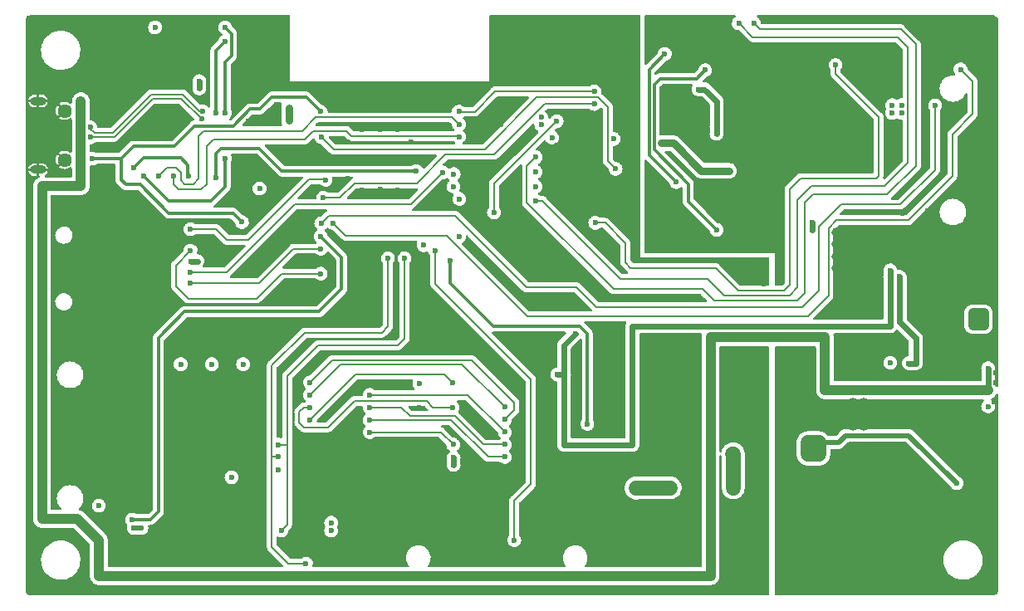
<source format=gbr>
G04 #@! TF.GenerationSoftware,KiCad,Pcbnew,(6.0.0-rc1-255-gd64ae52042)*
G04 #@! TF.CreationDate,2021-12-16T13:03:02+13:00*
G04 #@! TF.ProjectId,main_board,6d61696e-5f62-46f6-9172-642e6b696361,rev?*
G04 #@! TF.SameCoordinates,Original*
G04 #@! TF.FileFunction,Copper,L3,Inr*
G04 #@! TF.FilePolarity,Positive*
%FSLAX46Y46*%
G04 Gerber Fmt 4.6, Leading zero omitted, Abs format (unit mm)*
G04 Created by KiCad (PCBNEW (6.0.0-rc1-255-gd64ae52042)) date 2021-12-16 13:03:02*
%MOMM*%
%LPD*%
G01*
G04 APERTURE LIST*
G04 #@! TA.AperFunction,ComponentPad*
%ADD10C,1.450000*%
G04 #@! TD*
G04 #@! TA.AperFunction,ComponentPad*
%ADD11O,1.600000X0.900000*%
G04 #@! TD*
G04 #@! TA.AperFunction,ViaPad*
%ADD12C,0.600000*%
G04 #@! TD*
G04 #@! TA.AperFunction,ViaPad*
%ADD13C,1.000000*%
G04 #@! TD*
G04 #@! TA.AperFunction,Conductor*
%ADD14C,1.000000*%
G04 #@! TD*
G04 #@! TA.AperFunction,Conductor*
%ADD15C,0.300000*%
G04 #@! TD*
G04 #@! TA.AperFunction,Conductor*
%ADD16C,0.600000*%
G04 #@! TD*
G04 #@! TA.AperFunction,Conductor*
%ADD17C,0.750000*%
G04 #@! TD*
G04 #@! TA.AperFunction,Conductor*
%ADD18C,0.200000*%
G04 #@! TD*
G04 #@! TA.AperFunction,Conductor*
%ADD19C,1.500000*%
G04 #@! TD*
G04 #@! TA.AperFunction,Conductor*
%ADD20C,0.500000*%
G04 #@! TD*
G04 APERTURE END LIST*
D10*
G04 #@! TO.N,GND*
G04 #@! TO.C,J100*
X91347200Y-69409600D03*
D11*
X88647200Y-63409600D03*
D10*
X91347200Y-64409600D03*
D11*
X88647200Y-70409601D03*
G04 #@! TD*
D12*
G04 #@! TO.N,GNDA*
X162450911Y-61558392D03*
X162450911Y-60908390D03*
G04 #@! TO.N,GND*
X105988918Y-54924620D03*
X108007812Y-54967048D03*
G04 #@! TO.N,/esp32_board/EN*
X109428200Y-75752600D03*
X117461158Y-64481779D03*
X94188200Y-69275600D03*
G04 #@! TO.N,/esp32_board/WIFI_EN*
X98219998Y-106105600D03*
X117461158Y-77198599D03*
G04 #@! TO.N,Net-(C201-Pad2)*
X157815200Y-66749600D03*
X157815200Y-66022561D03*
X155978958Y-62208390D03*
X156595294Y-62208390D03*
G04 #@! TO.N,RAIN_CLK*
X127944620Y-78114800D03*
X131587196Y-73388599D03*
G04 #@! TO.N,Net-(C304-Pad1)*
X178130242Y-90147801D03*
X176484200Y-82050124D03*
X176484200Y-81331019D03*
X177423997Y-90147801D03*
G04 #@! TO.N,VBUS*
X92996198Y-64140495D03*
X185501200Y-92101884D03*
X92996198Y-63421393D03*
X92996198Y-64859599D03*
X185501200Y-90663678D03*
X185501200Y-91382780D03*
G04 #@! TO.N,+12V*
X159085200Y-70513931D03*
X175509198Y-81331019D03*
X142269587Y-91305574D03*
X152812600Y-67708598D03*
X153442200Y-67708598D03*
X152182200Y-67708598D03*
X143410596Y-87150398D03*
X175516196Y-80674632D03*
X141579794Y-91305574D03*
G04 #@! TO.N,SDI_TX*
X131547241Y-64481779D03*
X145348397Y-62436180D03*
G04 #@! TO.N,SDI_RX*
X117514989Y-67092432D03*
X147520783Y-70317264D03*
G04 #@! TO.N,/esp32_board/USB_N*
X93996200Y-66100864D03*
X105413189Y-64433392D03*
G04 #@! TO.N,SDI_FOut*
X117708600Y-73263400D03*
X145348397Y-63706180D03*
G04 #@! TO.N,SDI_EN*
X130614426Y-79729285D03*
X144632600Y-96334774D03*
G04 #@! TO.N,/esp32_board/USB_P*
X105309200Y-65226601D03*
X93996200Y-67108276D03*
G04 #@! TO.N,/esp32_board/SD_CS*
X117461158Y-78468599D03*
X104189200Y-81964599D03*
G04 #@! TO.N,/esp32_board/SD_DI*
X104189200Y-80864599D03*
X129875200Y-70683601D03*
G04 #@! TO.N,/esp32_board/SD_CLK*
X104189200Y-78664601D03*
X117461158Y-81008599D03*
G04 #@! TO.N,/esp32_board/SD_DO*
X104189200Y-76464600D03*
X117954200Y-71442601D03*
G04 #@! TO.N,/esp32_board/MOD_EN*
X131547241Y-77198599D03*
X145445400Y-75823877D03*
X169941343Y-59735195D03*
G04 #@! TO.N,/esp32_board/MOD_RX*
X180091000Y-63840000D03*
X117514989Y-75879600D03*
G04 #@! TO.N,/esp32_board/MOD_TX*
X182681800Y-60182400D03*
X118728286Y-75856141D03*
G04 #@! TO.N,/sdi-12/SDI12*
X141513401Y-65451605D03*
X129113952Y-78664601D03*
X137190400Y-108188400D03*
X135120757Y-74778601D03*
G04 #@! TO.N,Net-(Q100-Pad1)*
X98379200Y-70225601D03*
X103967200Y-71053600D03*
G04 #@! TO.N,Net-(Q101-Pad1)*
X99395200Y-71053600D03*
X107709128Y-69287325D03*
G04 #@! TO.N,/esp32_board/IO0*
X127208200Y-70548371D03*
X106761203Y-71225601D03*
G04 #@! TO.N,Net-(IC200-Pad2)*
X156650910Y-60258392D03*
X157818289Y-76542982D03*
G04 #@! TO.N,-BATT*
X176712600Y-64629400D03*
X175712600Y-64629400D03*
X167594200Y-75823877D03*
X175712600Y-63829400D03*
X167594200Y-76542982D03*
X176712600Y-63829400D03*
G04 #@! TO.N,Net-(Q201-Pad3)*
X152536200Y-58607600D03*
X153706200Y-71668597D03*
G04 #@! TO.N,/esp32_board/RX_ESP*
X131547241Y-67038599D03*
X102443200Y-71053600D03*
G04 #@! TO.N,/esp32_board/TX_ESP*
X131547241Y-65768599D03*
X100919200Y-71053600D03*
G04 #@! TO.N,/esp32_board/LED_GREEN*
X106761200Y-64626600D03*
X107709128Y-57337600D03*
G04 #@! TO.N,/esp32_board/LED_RED*
X107709128Y-64626600D03*
X107709128Y-55883600D03*
G04 #@! TO.N,Net-(R206-Pad2)*
X161605200Y-55457934D03*
X139367200Y-69128597D03*
G04 #@! TO.N,Net-(R208-Pad2)*
X160081200Y-55457934D03*
X139367200Y-73593600D03*
G04 #@! TO.N,I2C_SDA*
X131018197Y-70863600D03*
X113140613Y-99674988D03*
X124312600Y-79454599D03*
X115956000Y-110576000D03*
G04 #@! TO.N,I2C_SCL*
X113119816Y-98444330D03*
X130979564Y-72125411D03*
X126004019Y-79454599D03*
X113441400Y-107197800D03*
G04 #@! TO.N,GND*
X101757400Y-64983000D03*
X123504200Y-66306779D03*
X119207200Y-61776601D03*
X155772095Y-98885269D03*
X96168160Y-113333599D03*
X140772100Y-80885275D03*
X145841602Y-91128320D03*
X113772108Y-68885278D03*
X120254198Y-69458599D03*
X149387460Y-113333599D03*
X121061400Y-110576000D03*
X162321343Y-107843813D03*
X87697200Y-56575600D03*
X127212752Y-113333599D03*
X149578915Y-59236341D03*
X118221787Y-79738599D03*
X146772098Y-104885267D03*
X122442004Y-99714330D03*
X116772107Y-104885267D03*
X92772114Y-86885273D03*
X102546197Y-64140495D03*
X143772099Y-104885267D03*
X143312600Y-56885282D03*
X149633697Y-67741684D03*
X121272106Y-77885275D03*
X92892200Y-113334542D03*
X137772101Y-56885282D03*
X87703783Y-99997692D03*
X144586397Y-65468602D03*
X149632336Y-64724601D03*
X139272100Y-89885272D03*
X130786613Y-61958599D03*
X144952518Y-113333599D03*
X94272114Y-101885268D03*
X113693226Y-60834956D03*
X87703783Y-77822984D03*
X120501868Y-113333599D03*
X158090200Y-79678729D03*
X105038044Y-113333599D03*
X109954732Y-54967048D03*
X131772102Y-104885267D03*
X162564441Y-100940581D03*
X125772104Y-98885269D03*
X143772099Y-68885278D03*
X162648383Y-79678729D03*
X107981375Y-89849600D03*
X130160099Y-108866684D03*
X133660100Y-108890057D03*
X148272097Y-89885272D03*
X158772094Y-110885265D03*
X94620000Y-106105600D03*
X135822607Y-65806778D03*
X113701402Y-54955304D03*
X111901652Y-54979139D03*
X97272113Y-89885272D03*
X109472985Y-113333599D03*
X125768223Y-61762768D03*
X131772102Y-86885273D03*
X149623436Y-54989279D03*
X125772104Y-62885280D03*
X97272113Y-107885266D03*
X100268493Y-54967048D03*
X97272113Y-101885268D03*
X94272114Y-59885281D03*
X149587815Y-57820667D03*
X144632600Y-99565407D03*
X95551403Y-64859599D03*
X162629729Y-90496751D03*
X135120757Y-54955304D03*
X147435317Y-54955304D03*
X95772114Y-62885280D03*
X149623436Y-62058391D03*
X87703783Y-93403751D03*
X149596390Y-73709587D03*
X136126943Y-63706180D03*
X149643024Y-66249708D03*
X127435845Y-61762768D03*
X126700200Y-69458599D03*
X160416343Y-113333599D03*
X108599202Y-87563600D03*
X87703783Y-111861484D03*
X130160099Y-108104684D03*
X124100601Y-61762768D03*
X87703783Y-84533868D03*
X125772104Y-104885267D03*
X96398833Y-54967048D03*
X155772095Y-92885271D03*
X108370681Y-105363600D03*
X124936810Y-113333599D03*
X133660100Y-108128057D03*
X143110673Y-54955304D03*
X128772103Y-104885267D03*
X109098445Y-61381597D03*
X162611076Y-93480703D03*
X120765358Y-61773253D03*
X144312600Y-58429400D03*
X120254198Y-71306747D03*
X87703783Y-113334542D03*
X122772105Y-104885267D03*
X89447200Y-54979139D03*
X119772106Y-104885267D03*
X162648383Y-82050124D03*
X162555114Y-102432557D03*
X162321343Y-112277800D03*
X117461158Y-61958599D03*
X127138149Y-99681523D03*
X122442004Y-98444330D03*
X94272114Y-89885272D03*
X159781343Y-108671000D03*
X87703783Y-91127809D03*
X136630442Y-54955304D03*
X104789200Y-90250602D03*
X151546460Y-113333599D03*
X162639056Y-89004776D03*
X104197324Y-77556478D03*
X121669200Y-72485599D03*
X121061400Y-109874602D03*
X128772103Y-62885280D03*
X104560681Y-101734331D03*
X110772109Y-98885269D03*
X151271876Y-79678729D03*
X149632336Y-63483425D03*
X151272097Y-107885266D03*
X87697200Y-59877600D03*
X133915205Y-97172801D03*
X122772105Y-62885280D03*
X162601749Y-94972678D03*
X162583095Y-97956630D03*
X159735200Y-79661068D03*
X120254198Y-67615603D03*
X92772114Y-98885269D03*
X139272100Y-83885274D03*
X142473600Y-100115574D03*
X149615044Y-70725635D03*
X149587063Y-75201562D03*
X92772114Y-74885276D03*
X136222708Y-90822801D03*
X94272114Y-77885275D03*
X127272104Y-65885279D03*
X149605636Y-56413873D03*
X131647693Y-113333599D03*
X121272106Y-95885270D03*
X149624371Y-69233660D03*
X162536461Y-105416508D03*
X95772114Y-92885271D03*
X149623436Y-60196179D03*
X135129370Y-56710601D03*
X100112600Y-101829400D03*
X87711200Y-54979139D03*
X102564200Y-65001600D03*
X93062600Y-92885271D03*
X145279731Y-54955304D03*
X97272113Y-59885281D03*
X100272112Y-59885281D03*
X121669200Y-66306779D03*
X98327160Y-113333599D03*
X131547241Y-61958599D03*
X127272104Y-107885266D03*
X135129370Y-58787673D03*
X148272097Y-107885266D03*
X149577736Y-79667007D03*
X100272112Y-83885274D03*
X106272110Y-107885266D03*
X121272106Y-83885274D03*
X100046156Y-99473602D03*
X140955086Y-54955304D03*
X119772106Y-62885280D03*
X154787804Y-79664037D03*
X94464003Y-54967048D03*
X98333663Y-54967048D03*
X111631985Y-113333599D03*
X153026162Y-79671373D03*
X113701402Y-58787673D03*
X87703783Y-88968809D03*
X124272105Y-107885266D03*
X89047200Y-113334542D03*
X87697200Y-71481598D03*
X153822401Y-113333599D03*
X151272097Y-89885272D03*
X142272099Y-83885274D03*
X142272099Y-107885266D03*
X104560681Y-96784333D03*
X104873325Y-77556478D03*
X122442004Y-100984330D03*
X162692284Y-113333599D03*
X145272098Y-107885266D03*
X95772114Y-56885282D03*
X87703783Y-75663984D03*
X110046403Y-65463799D03*
X143772099Y-80885275D03*
X87711200Y-61690022D03*
X138312600Y-59885281D03*
X94620000Y-113334542D03*
X162648383Y-80990872D03*
X135120757Y-60968599D03*
X109428200Y-100984330D03*
X147111518Y-113333599D03*
X100272112Y-77885275D03*
X134654205Y-97172801D03*
X109272109Y-95885270D03*
X105830681Y-101734331D03*
X162527134Y-106908484D03*
X108793200Y-63379216D03*
X128772103Y-86885273D03*
X126700200Y-67624600D03*
X125339200Y-72485599D03*
X92772114Y-80885275D03*
X141030397Y-70807604D03*
X161110200Y-79664037D03*
X87703783Y-95562751D03*
X98772113Y-92885271D03*
X125339200Y-66306779D03*
X98772113Y-56885282D03*
X151272097Y-95885270D03*
X95772114Y-86885273D03*
X140517576Y-113333599D03*
X158257343Y-113333599D03*
X87703783Y-86692868D03*
X127514572Y-94710528D03*
X159796400Y-104235428D03*
X109272109Y-107885266D03*
X156481944Y-79675760D03*
X87703783Y-82257926D03*
X138241635Y-113333599D03*
X87703783Y-97838692D03*
X123504200Y-72450600D03*
X149605717Y-72217611D03*
X95585200Y-68107200D03*
X162573768Y-99448605D03*
X129371752Y-113333599D03*
X118342868Y-113333599D03*
X162592422Y-96464654D03*
X149577736Y-76693538D03*
X133806693Y-113333599D03*
X99090400Y-66634000D03*
X142272099Y-71885277D03*
X149587063Y-78040873D03*
X155981401Y-113333599D03*
X152772096Y-104885267D03*
X119772106Y-98885269D03*
X104138152Y-54967048D03*
X136272101Y-59885281D03*
X87697200Y-64859599D03*
X103272111Y-59885281D03*
X94272114Y-83885274D03*
X107100681Y-101734331D03*
X117461158Y-79738599D03*
X162545787Y-103924532D03*
X94272114Y-71885277D03*
X98772113Y-62885280D03*
X87703783Y-68953101D03*
X139272100Y-77885275D03*
X87714106Y-66895986D03*
X102762102Y-113333599D03*
X87703783Y-80098926D03*
X101747200Y-64140495D03*
X122442004Y-92094330D03*
X88312600Y-107429400D03*
X92529174Y-54967048D03*
X136082635Y-113333599D03*
X105076873Y-87563600D03*
X102203322Y-54967048D03*
X118221787Y-61958599D03*
X110398442Y-63239056D03*
X129113952Y-61762768D03*
X116772107Y-98885269D03*
X87703783Y-106708576D03*
X162620402Y-91988727D03*
X122772105Y-80885275D03*
X122777810Y-113333599D03*
X91272115Y-95885270D03*
X109418197Y-71561600D03*
X87703783Y-73388043D03*
X110772109Y-80885275D03*
X87703783Y-102273634D03*
X139272100Y-107885266D03*
X110772109Y-56885282D03*
X121272106Y-107885266D03*
X87703783Y-104432634D03*
X94812600Y-58429400D03*
X142676576Y-113333599D03*
X98772113Y-86885273D03*
X142812600Y-64429400D03*
X122432980Y-61762768D03*
X138786028Y-54955304D03*
X107197044Y-113333599D03*
X113907927Y-113333599D03*
X115272108Y-107885266D03*
X113701402Y-56842600D03*
X145300396Y-56086180D03*
X144561396Y-56086180D03*
G04 #@! TO.N,GNDA*
X186239873Y-79154463D03*
X152235714Y-64048597D03*
X179772088Y-80885275D03*
X161772093Y-68885278D03*
X164197077Y-104421580D03*
X177643512Y-113426868D03*
D13*
X171150200Y-79300022D03*
X178600498Y-84740842D03*
D12*
X180627463Y-113445522D03*
X178239198Y-101607402D03*
X154099363Y-55017259D03*
X172326197Y-65527599D03*
D13*
X173058200Y-101026888D03*
D12*
X186249200Y-77662487D03*
X150830200Y-78505127D03*
D13*
X171150200Y-80490871D03*
D12*
X186211892Y-56873379D03*
X163051217Y-55073220D03*
X171675609Y-113389561D03*
X164187750Y-99982706D03*
X164197077Y-102922980D03*
X163272093Y-65885279D03*
X164206404Y-111857654D03*
X186076586Y-112035951D03*
X186193238Y-86614341D03*
X186183911Y-88106317D03*
X180954925Y-55185143D03*
X178239198Y-102391409D03*
X186076586Y-108182497D03*
X150820873Y-75521254D03*
X170183633Y-113380234D03*
X186221219Y-58358652D03*
X182446901Y-55194470D03*
X151097591Y-57820667D03*
X173058200Y-66274600D03*
D13*
X173058200Y-98626885D03*
D12*
X166035168Y-55091874D03*
X160272094Y-65885279D03*
D13*
X178603088Y-82310656D03*
D12*
X157083314Y-55035913D03*
X164543193Y-55082547D03*
X167199682Y-113361580D03*
X170772091Y-110885265D03*
X186174584Y-89598292D03*
X186230546Y-67249726D03*
X186239873Y-71688600D03*
D13*
X171744855Y-95363000D03*
D12*
X177970974Y-55166489D03*
X186221219Y-62810853D03*
X155591339Y-55026586D03*
X176772089Y-110885265D03*
X167527144Y-55101200D03*
X173772090Y-104885267D03*
X179135488Y-113436195D03*
X186221219Y-82138414D03*
X186239873Y-70233599D03*
X159435202Y-60908390D03*
X164178423Y-94045233D03*
X186146604Y-94074219D03*
X161121200Y-78505127D03*
X180312600Y-58429400D03*
X186305161Y-92101884D03*
X172326197Y-66274600D03*
X186202565Y-85122365D03*
D13*
X173061133Y-99785775D03*
D12*
X166272092Y-65885279D03*
X164206404Y-108860454D03*
X165707706Y-113352253D03*
D13*
X170039191Y-79300022D03*
D12*
X151115412Y-54998605D03*
X168691658Y-113370907D03*
X174659561Y-113408214D03*
X186239873Y-73187200D03*
X172003071Y-55129182D03*
X150820873Y-74022654D03*
X182772087Y-104885267D03*
D13*
X178600498Y-86039600D03*
D12*
X181272087Y-65885279D03*
D13*
X171742264Y-96553849D03*
D12*
X150820873Y-72567653D03*
X181272087Y-95885270D03*
X174987022Y-55147836D03*
X164062600Y-70179400D03*
X164105073Y-79982327D03*
X156682327Y-78514454D03*
X184654869Y-113445522D03*
X182298200Y-104062409D03*
X159085200Y-64827598D03*
X186211892Y-55374779D03*
X184272086Y-95885270D03*
X167772091Y-110885265D03*
X186123221Y-100722619D03*
X184112600Y-74629400D03*
X172272090Y-83885274D03*
X186230546Y-65751126D03*
X158772094Y-56885282D03*
X162619801Y-78505127D03*
X158812600Y-75929400D03*
X184272086Y-101885268D03*
X164187750Y-96985506D03*
X186061138Y-113251311D03*
X159622601Y-78505127D03*
X150820873Y-77019854D03*
X173058200Y-65527599D03*
X186239873Y-74685800D03*
X186104567Y-103706570D03*
X186095240Y-105198546D03*
X186221219Y-61312253D03*
X186132547Y-99230643D03*
X178272088Y-107885266D03*
X151115412Y-56413873D03*
X154272096Y-65885279D03*
X186249200Y-76171073D03*
D13*
X172855863Y-96553849D03*
D12*
X186230546Y-64296126D03*
X179462949Y-55175816D03*
X152235714Y-62208390D03*
X160812600Y-70929400D03*
X184272086Y-65885279D03*
X186305161Y-91119600D03*
D13*
X171150200Y-78019448D03*
D12*
X158167600Y-78505127D03*
X185501200Y-97776887D03*
X186230546Y-68748326D03*
X164178423Y-92546633D03*
X152230126Y-78514454D03*
X182772087Y-98885269D03*
X176478998Y-55157162D03*
D13*
X170036601Y-80490871D03*
D12*
X157818289Y-74689600D03*
X152235717Y-60258392D03*
X173495047Y-55138509D03*
X186221219Y-59813653D03*
X155183727Y-78514454D03*
X164206404Y-110359054D03*
X164187750Y-95530506D03*
X152607387Y-55007932D03*
X152536200Y-57210600D03*
X184272086Y-55194470D03*
X173167585Y-113398887D03*
X164197077Y-101467979D03*
X158575290Y-55045240D03*
X186230546Y-80646438D03*
D13*
X170039191Y-76828600D03*
X170036601Y-78019448D03*
D12*
X164187750Y-98484106D03*
X172272090Y-89885272D03*
D13*
X178600498Y-83501505D03*
X172858454Y-94172152D03*
D12*
X173772090Y-110885265D03*
X186113894Y-102214594D03*
X164062600Y-74429400D03*
X176772089Y-74885276D03*
X186211892Y-83630390D03*
X161772093Y-62885280D03*
X184272086Y-71885277D03*
X173941205Y-90084954D03*
X164178423Y-89593032D03*
X186085913Y-106690521D03*
X159435202Y-59608390D03*
X164215731Y-113342926D03*
D13*
X171150200Y-76828600D03*
X171747445Y-94172152D03*
D12*
X179312600Y-74629400D03*
X167594200Y-68024602D03*
D13*
X172858454Y-95363000D03*
D12*
X164178423Y-91048033D03*
X169019120Y-55110528D03*
X176151536Y-113417541D03*
X169272091Y-95885270D03*
X153685127Y-78514454D03*
X182772087Y-68885278D03*
X164105073Y-81480927D03*
X166272092Y-59885281D03*
X170511095Y-55119855D03*
G04 #@! TO.N,+3V3*
X147333397Y-67271222D03*
D13*
X168241200Y-99429624D03*
X167130190Y-98238775D03*
X153113609Y-102856059D03*
D12*
X103179683Y-90251606D03*
X105076873Y-62106595D03*
X113119816Y-100984330D03*
X104878200Y-79751599D03*
X139367200Y-70628600D03*
X104202200Y-79751599D03*
X111223170Y-72334598D03*
X127514572Y-92212755D03*
X94838001Y-104683200D03*
D13*
X150776809Y-102880483D03*
D12*
X100564202Y-55883600D03*
X99175947Y-106943800D03*
D13*
X149608409Y-102892696D03*
X159517000Y-102880483D03*
X167127599Y-99429624D03*
D12*
X114203400Y-64071600D03*
X106360198Y-90250602D03*
D13*
X151945209Y-102868271D03*
D12*
X114203400Y-65413599D03*
X182298200Y-102391409D03*
D13*
X159504788Y-101712083D03*
D12*
X114203400Y-64763597D03*
D13*
X159492575Y-100543683D03*
X168241200Y-98238775D03*
D12*
X105078737Y-61381597D03*
X108370681Y-101787600D03*
X131005340Y-100515492D03*
X118521400Y-106410400D03*
X118521400Y-107197800D03*
X139367200Y-72118599D03*
X109540200Y-90250602D03*
X131007204Y-99790495D03*
X98430000Y-106943800D03*
D13*
X159480363Y-99375283D03*
D12*
G04 #@! TO.N,/rain_gauge_logger/RAIN_CE*
X116370995Y-94634330D03*
X130910123Y-94650609D03*
G04 #@! TO.N,/rain_gauge_logger/RAIN_RESET*
X116370995Y-95904330D03*
X130889092Y-92135026D03*
G04 #@! TO.N,+5V*
X175516203Y-90084954D03*
X141030397Y-67118602D03*
X139948398Y-65081778D03*
X139938329Y-65798571D03*
D13*
X185068468Y-85063826D03*
D12*
X185501200Y-94551884D03*
D13*
X185068468Y-86254674D03*
X183954868Y-86254674D03*
X183957459Y-85063826D03*
D12*
G04 #@! TO.N,Net-(U400-Pad4)*
X122442004Y-97174330D03*
X130959203Y-98442801D03*
G04 #@! TO.N,Net-(U400-Pad5)*
X122442004Y-95939834D03*
X136222708Y-99712801D03*
G04 #@! TO.N,Net-(U400-Pad6)*
X122442004Y-94669834D03*
X136222708Y-98442801D03*
G04 #@! TO.N,Net-(U400-Pad7)*
X136222708Y-97172801D03*
X122442004Y-93364330D03*
G04 #@! TO.N,Net-(U400-Pad9)*
X116370995Y-92094330D03*
X136222708Y-95902801D03*
G04 #@! TO.N,Net-(U400-Pad10)*
X116370995Y-93364330D03*
X136222708Y-94632801D03*
G04 #@! TD*
D14*
G04 #@! TO.N,VBUS*
X168859247Y-92899165D02*
X185501200Y-92899165D01*
X168859247Y-87512800D02*
X168859247Y-92899165D01*
X157205600Y-87512800D02*
X168859247Y-87512800D01*
X94848600Y-108213800D02*
X94848600Y-111861484D01*
X157205600Y-111861484D02*
X157205600Y-87512800D01*
X92664200Y-106029400D02*
X94848600Y-108213800D01*
X94848600Y-111861484D02*
X157205600Y-111861484D01*
X89047200Y-106029400D02*
X92664200Y-106029400D01*
X89047200Y-72084599D02*
X89047200Y-106029400D01*
X92996198Y-72084599D02*
X89047200Y-72084599D01*
X92996198Y-64859599D02*
X92996198Y-72084599D01*
D15*
G04 #@! TO.N,/esp32_board/EN*
X97101202Y-71442601D02*
X97101202Y-69275600D01*
X110254084Y-64226601D02*
X111253685Y-64226601D01*
X97601200Y-71942600D02*
X99072203Y-71942600D01*
X101983200Y-74853597D02*
X108529197Y-74853597D01*
X112478684Y-63001602D02*
X115964161Y-63001602D01*
X115964161Y-63001602D02*
X117444338Y-64481779D01*
X97101202Y-69275600D02*
X98367200Y-68009600D01*
X102546197Y-68009600D02*
X104604196Y-65951601D01*
X111253685Y-64226601D02*
X112478684Y-63001602D01*
X104604196Y-65951601D02*
X108529083Y-65951601D01*
X97101202Y-71442601D02*
X97601200Y-71942600D01*
X108529197Y-74853597D02*
X109428200Y-75752600D01*
X98367200Y-68009600D02*
X102546197Y-68009600D01*
X117444338Y-64481779D02*
X117461158Y-64481779D01*
X94188200Y-69275600D02*
X97101202Y-69275600D01*
X108529083Y-65951601D02*
X110254084Y-64226601D01*
X99072203Y-71942600D02*
X101983200Y-74853597D01*
G04 #@! TO.N,/esp32_board/WIFI_EN*
X103586200Y-84896600D02*
X117302200Y-84896600D01*
X119588200Y-82610600D02*
X119588200Y-79325641D01*
X100919200Y-87563600D02*
X103586200Y-84896600D01*
X117461158Y-77198599D02*
X119588200Y-79325641D01*
X98219998Y-106105600D02*
X100081000Y-106105600D01*
X100081000Y-106105600D02*
X100919200Y-105267400D01*
X117302200Y-84896600D02*
X119588200Y-82610600D01*
X100919200Y-105267400D02*
X100919200Y-87563600D01*
D16*
G04 #@! TO.N,Net-(C201-Pad2)*
X157815200Y-66749600D02*
X157815200Y-66022561D01*
X157815200Y-66022561D02*
X157815200Y-63428279D01*
X155978958Y-62208390D02*
X156595294Y-62208390D01*
X156595312Y-62208390D02*
X157815200Y-63428279D01*
X156595294Y-62208390D02*
X156595312Y-62208390D01*
G04 #@! TO.N,Net-(C304-Pad1)*
X176484200Y-85919676D02*
X178130242Y-87565718D01*
X176484200Y-82050124D02*
X176484200Y-81331019D01*
X177423997Y-90147801D02*
X178130242Y-90147801D01*
X178130242Y-90147801D02*
X178130242Y-87565718D01*
X176484200Y-85919676D02*
X176484200Y-82050124D01*
G04 #@! TO.N,VBUS*
X185501200Y-92899165D02*
X185501200Y-92101884D01*
D14*
X92996198Y-64859599D02*
X92996198Y-64140495D01*
D16*
X185501200Y-92101884D02*
X185501200Y-91382780D01*
D14*
X92996198Y-64140495D02*
X92996198Y-63421393D01*
D16*
X185501200Y-91382780D02*
X185501200Y-90663678D01*
G04 #@! TO.N,+12V*
X149230000Y-86395200D02*
X175516196Y-86395200D01*
X141579794Y-91305574D02*
X142269587Y-91305574D01*
X142269587Y-88291407D02*
X143410596Y-87150398D01*
X142269587Y-98485600D02*
X142269587Y-91305574D01*
X175516196Y-86395200D02*
X175516196Y-81331019D01*
D17*
X152182200Y-67708598D02*
X153442200Y-67708598D01*
D16*
X142269587Y-91305574D02*
X142269587Y-88291407D01*
X149230000Y-98485600D02*
X149230000Y-86395200D01*
X142269587Y-98485600D02*
X149230000Y-98485600D01*
D17*
X153442200Y-67708598D02*
X156247532Y-70513931D01*
D16*
X175516196Y-81331019D02*
X175516196Y-80674632D01*
D17*
X156247532Y-70513931D02*
X159085200Y-70513931D01*
D18*
G04 #@! TO.N,SDI_TX*
X133158993Y-64498599D02*
X135221412Y-62436180D01*
X131564061Y-64498599D02*
X133158993Y-64498599D01*
X131547241Y-64481779D02*
X131564061Y-64498599D01*
X135221412Y-62436180D02*
X145348397Y-62436180D01*
G04 #@! TO.N,SDI_RX*
X146733398Y-69529879D02*
X147520783Y-70317264D01*
X134166975Y-68342607D02*
X139456982Y-63052600D01*
X145750200Y-63052600D02*
X146733398Y-64035798D01*
X118765164Y-68342607D02*
X134166975Y-68342607D01*
X146733398Y-69529879D02*
X146733398Y-64035798D01*
X117514989Y-67092432D02*
X118765164Y-68342607D01*
X139456982Y-63052600D02*
X145750200Y-63052600D01*
G04 #@! TO.N,/esp32_board/USB_N*
X93949200Y-66191799D02*
X93949200Y-66100864D01*
X100175717Y-62722400D02*
X103370681Y-62722400D01*
X93949200Y-66191799D02*
X94400267Y-66642867D01*
X103370681Y-62722400D02*
X105081673Y-64433392D01*
X94400267Y-66642867D02*
X96255249Y-66642867D01*
X105081673Y-64433392D02*
X105413189Y-64433392D01*
X93949200Y-66100864D02*
X93996200Y-66100864D01*
X96255249Y-66642867D02*
X100175717Y-62722400D01*
G04 #@! TO.N,SDI_FOut*
X117708600Y-73263400D02*
X119426049Y-73263400D01*
X120899249Y-71790200D02*
X127233600Y-71790200D01*
X135120757Y-68894600D02*
X140309177Y-63706180D01*
X119426049Y-73263400D02*
X120899249Y-71790200D01*
X140309177Y-63706180D02*
X145348397Y-63706180D01*
X127233600Y-71790200D02*
X130129200Y-68894600D01*
X130129200Y-68894600D02*
X135120757Y-68894600D01*
D15*
G04 #@! TO.N,SDI_EN*
X143873872Y-86369800D02*
X144632600Y-87128528D01*
X130614607Y-81964599D02*
X130614607Y-79667007D01*
X130614607Y-81964599D02*
X135019807Y-86369800D01*
X144632600Y-96334774D02*
X144632600Y-87128528D01*
X135019807Y-86369800D02*
X143873872Y-86369800D01*
D18*
G04 #@! TO.N,/esp32_board/USB_P*
X93996200Y-67054294D02*
X93996200Y-67042866D01*
X103236798Y-63154200D02*
X105309200Y-65226601D01*
X93996200Y-67042866D02*
X96420934Y-67042866D01*
X100309600Y-63154200D02*
X103236798Y-63154200D01*
X96420934Y-67042866D02*
X100309600Y-63154200D01*
X93996200Y-67108276D02*
X93996200Y-67054294D01*
G04 #@! TO.N,/esp32_board/SD_CS*
X111194056Y-81964599D02*
X114690056Y-78468599D01*
X114690056Y-78468599D02*
X117461158Y-78468599D01*
X104189200Y-81964599D02*
X111194056Y-81964599D01*
G04 #@! TO.N,/esp32_board/SD_DI*
X126635001Y-73923800D02*
X129875200Y-70683601D01*
X114830000Y-73923800D02*
X126635001Y-73923800D01*
X104189200Y-80864599D02*
X107889200Y-80864599D01*
X107889200Y-80864599D02*
X114830000Y-73923800D01*
G04 #@! TO.N,/esp32_board/SD_CLK*
X102697200Y-82278599D02*
X102697200Y-80156602D01*
X103967200Y-83548599D02*
X110906203Y-83548599D01*
X113446203Y-81008599D02*
X117461158Y-81008599D01*
X110906203Y-83548599D02*
X113446203Y-81008599D01*
X102697200Y-80156602D02*
X104189200Y-78664601D01*
X102697200Y-82278599D02*
X103967200Y-83548599D01*
G04 #@! TO.N,/esp32_board/SD_DO*
X104189200Y-76464600D02*
X106766747Y-76464600D01*
X116255905Y-71394608D02*
X117954200Y-71394608D01*
X110090914Y-77559599D02*
X116255905Y-71394608D01*
X107861746Y-77559599D02*
X110090914Y-77559599D01*
X106766747Y-76464600D02*
X107861746Y-77559599D01*
G04 #@! TO.N,/esp32_board/MOD_EN*
X174312600Y-71044328D02*
X174088332Y-71268596D01*
X149067224Y-80433414D02*
X148533397Y-79899587D01*
X166377357Y-71268596D02*
X165273326Y-72372627D01*
X174088332Y-71268596D02*
X166377357Y-71268596D01*
X160050400Y-82763000D02*
X157720814Y-80433414D01*
X169941343Y-59735195D02*
X169941343Y-60646669D01*
X157720814Y-80433414D02*
X149067224Y-80433414D01*
X165273326Y-82137474D02*
X164647800Y-82763000D01*
X169941343Y-60646669D02*
X174312600Y-65017926D01*
X148533397Y-79899587D02*
X148533397Y-77900797D01*
X146456477Y-75823877D02*
X145484049Y-75823877D01*
X165273326Y-72372627D02*
X165273326Y-82137474D01*
X174312600Y-65017926D02*
X174312600Y-71044328D01*
X164647800Y-82763000D02*
X160050400Y-82763000D01*
X148533397Y-77900797D02*
X146456477Y-75823877D01*
G04 #@! TO.N,/esp32_board/MOD_RX*
X176537398Y-73974600D02*
X180091000Y-70420998D01*
X131171598Y-75118598D02*
X138460400Y-82407400D01*
X170540600Y-73974600D02*
X176537398Y-73974600D01*
X168280000Y-76235200D02*
X170540600Y-73974600D01*
X138460400Y-82407400D02*
X143555297Y-82407400D01*
X180091000Y-70420998D02*
X180091000Y-63840000D01*
X118275988Y-75118598D02*
X131171598Y-75118598D01*
X168280000Y-82699274D02*
X168280000Y-76235200D01*
X145552570Y-84404673D02*
X166574601Y-84404673D01*
X117514989Y-75879597D02*
X118275988Y-75118598D01*
X143555297Y-82407400D02*
X145552570Y-84404673D01*
X117514989Y-75879600D02*
X117514989Y-75879597D01*
X166574601Y-84404673D02*
X168280000Y-82699274D01*
G04 #@! TO.N,/esp32_board/MOD_TX*
X138509308Y-85353800D02*
X167137000Y-85353800D01*
X167137000Y-85353800D02*
X169219800Y-83271000D01*
X169219800Y-76387600D02*
X170032600Y-75574800D01*
X181843600Y-66786400D02*
X183901000Y-64729000D01*
X118728286Y-75856141D02*
X120021745Y-77149600D01*
X120021745Y-77149600D02*
X130305108Y-77149600D01*
X182681800Y-60182400D02*
X183901000Y-61401600D01*
X183901000Y-64729000D02*
X183901000Y-61401600D01*
X181843600Y-71079000D02*
X181843600Y-66786400D01*
X130305108Y-77149600D02*
X138509308Y-85353800D01*
X169219800Y-83271000D02*
X169219800Y-76387600D01*
X170032600Y-75574800D02*
X177347800Y-75574800D01*
X177347800Y-75574800D02*
X181843600Y-71079000D01*
G04 #@! TO.N,/sdi-12/SDI12*
X138887204Y-102453237D02*
X138887204Y-91792802D01*
X137190400Y-104150041D02*
X138887204Y-102453237D01*
X129113952Y-82019550D02*
X138887204Y-91792802D01*
X141505001Y-65451605D02*
X141513401Y-65451605D01*
X135120757Y-71835849D02*
X141505001Y-65451605D01*
X135120757Y-74778601D02*
X135120757Y-71835849D01*
X129113952Y-82019550D02*
X129113952Y-78664601D01*
X137190400Y-108188400D02*
X137190400Y-104150041D01*
D15*
G04 #@! TO.N,Net-(Q100-Pad1)*
X103939200Y-71025599D02*
X103967200Y-71053600D01*
X98379200Y-70225601D02*
X99433200Y-69171600D01*
X103939200Y-71025599D02*
X103939200Y-69922254D01*
X103188545Y-69171600D02*
X103939200Y-69922254D01*
X99433200Y-69171600D02*
X103188545Y-69171600D01*
G04 #@! TO.N,Net-(Q101-Pad1)*
X101935200Y-73593600D02*
X106266200Y-73593600D01*
X99395200Y-71053600D02*
X101935200Y-73593600D01*
X107709128Y-72150672D02*
X107709128Y-69287325D01*
X106266200Y-73593600D02*
X107709128Y-72150672D01*
G04 #@! TO.N,/esp32_board/IO0*
X106761203Y-71225601D02*
X106761203Y-68769591D01*
X106761200Y-68769589D02*
X106761203Y-68769591D01*
X107311200Y-68219590D02*
X111166190Y-68219590D01*
X111166190Y-68219590D02*
X113494971Y-70548371D01*
X106761200Y-68769589D02*
X107311200Y-68219590D01*
X113494971Y-70548371D02*
X127208200Y-70548371D01*
G04 #@! TO.N,Net-(IC200-Pad2)*
X155775910Y-61133391D02*
X156650910Y-60258392D01*
X151457200Y-68384598D02*
X154932200Y-71859600D01*
X151457200Y-61722392D02*
X152046200Y-61133391D01*
X154932200Y-73656894D02*
X154932200Y-71859600D01*
X154932200Y-73656894D02*
X157818289Y-76542982D01*
X151457200Y-68384598D02*
X151457200Y-61722392D01*
X152046200Y-61133391D02*
X155775910Y-61133391D01*
D16*
G04 #@! TO.N,-BATT*
X167594200Y-76542982D02*
X167594200Y-75823877D01*
D15*
G04 #@! TO.N,Net-(Q201-Pad3)*
X150957200Y-60186601D02*
X152536200Y-58607600D01*
X150957200Y-68919599D02*
X153706200Y-71668597D01*
X150957200Y-68919599D02*
X150957200Y-60186601D01*
D18*
G04 #@! TO.N,/esp32_board/RX_ESP*
X115854994Y-67325599D02*
X116720995Y-66459599D01*
X105872200Y-71864599D02*
X105872200Y-68005600D01*
X102951200Y-72450600D02*
X105286200Y-72450600D01*
X102443200Y-71942600D02*
X102443200Y-71053600D01*
X105872200Y-68005600D02*
X106552200Y-67325599D01*
X131484547Y-66975904D02*
X131547241Y-67038599D01*
X106552200Y-67325599D02*
X115854994Y-67325599D01*
X102443200Y-71942600D02*
X102951200Y-72450600D01*
X120055982Y-66459599D02*
X120572287Y-66975904D01*
X116720995Y-66459599D02*
X120055982Y-66459599D01*
X105286200Y-72450600D02*
X105872200Y-71864599D01*
X120572287Y-66975904D02*
X131484547Y-66975904D01*
G04 #@! TO.N,/esp32_board/TX_ESP*
X103205200Y-71477252D02*
X103205200Y-70733601D01*
X115546200Y-66459599D02*
X116924022Y-65081778D01*
X103586200Y-71858252D02*
X104459696Y-71858252D01*
X130860420Y-65081778D02*
X131547241Y-65768599D01*
X100919200Y-71053600D02*
X101747200Y-70225601D01*
X101747200Y-70225601D02*
X102697200Y-70225601D01*
X105011200Y-66961599D02*
X105513200Y-66459599D01*
X104459696Y-71858252D02*
X105011200Y-71306747D01*
X105011200Y-71306747D02*
X105011200Y-66961599D01*
X103205200Y-71477252D02*
X103586200Y-71858252D01*
X116924022Y-65081778D02*
X130860420Y-65081778D01*
X102697200Y-70225601D02*
X103205200Y-70733601D01*
X105513200Y-66459599D02*
X115546200Y-66459599D01*
D15*
G04 #@! TO.N,/esp32_board/LED_GREEN*
X106761200Y-64626600D02*
X106761200Y-58285528D01*
X106761200Y-58285528D02*
X107709128Y-57337600D01*
G04 #@! TO.N,/esp32_board/LED_RED*
X108359127Y-58787673D02*
X108359127Y-56533599D01*
X107709128Y-59437672D02*
X108359127Y-58787673D01*
X107709128Y-55883600D02*
X108359127Y-56533599D01*
X107709128Y-64626600D02*
X107709128Y-59437672D01*
D18*
G04 #@! TO.N,Net-(R206-Pad2)*
X139367200Y-69128597D02*
X138479200Y-70016599D01*
X175214200Y-72958600D02*
X178135200Y-70037600D01*
X138479200Y-73772096D02*
X147290377Y-82583275D01*
X176589399Y-56086180D02*
X162233446Y-56086180D01*
X166812600Y-73783197D02*
X167637197Y-72958600D01*
X178135200Y-57631981D02*
X176589399Y-56086180D01*
X147290377Y-82583275D02*
X156413206Y-82583275D01*
X138479200Y-70016599D02*
X138479200Y-73772096D01*
X166812600Y-82982732D02*
X166812600Y-73783197D01*
X157608932Y-83779000D02*
X166016332Y-83779000D01*
X166016332Y-83779000D02*
X166812600Y-82982732D01*
X162233446Y-56086180D02*
X161605200Y-55457934D01*
X156413206Y-82583275D02*
X157608932Y-83779000D01*
X178135200Y-70037600D02*
X178135200Y-57631981D01*
X167637197Y-72958600D02*
X175214200Y-72958600D01*
G04 #@! TO.N,Net-(R208-Pad2)*
X140066249Y-73602216D02*
X148004905Y-81540871D01*
X156907170Y-81540871D02*
X158595973Y-83229674D01*
X166062600Y-73519999D02*
X167487665Y-72094934D01*
X177312600Y-57929400D02*
X176268482Y-56885282D01*
X148004905Y-81540871D02*
X156907170Y-81540871D01*
X158595973Y-83229674D02*
X165273326Y-83229674D01*
X174934866Y-72094934D02*
X177312600Y-69717200D01*
X177312600Y-69717200D02*
X177312600Y-57929400D01*
X167487665Y-72094934D02*
X174934866Y-72094934D01*
X165273326Y-83229674D02*
X166062600Y-82440400D01*
X176268482Y-56885282D02*
X161508548Y-56885282D01*
X139367200Y-73602216D02*
X140066249Y-73602216D01*
X161508548Y-56885282D02*
X160081200Y-55457934D01*
X166062600Y-82440400D02*
X166062600Y-73519999D01*
G04 #@! TO.N,I2C_SDA*
X112476200Y-90348352D02*
X115799953Y-87024599D01*
X112476200Y-99674988D02*
X112476200Y-90348352D01*
X112476200Y-108899600D02*
X114152600Y-110576000D01*
X112476200Y-99674988D02*
X113140613Y-99674988D01*
X112476200Y-108899600D02*
X112476200Y-99674988D01*
X115799953Y-87024599D02*
X123692200Y-87024599D01*
X114152600Y-110576000D02*
X115956000Y-110576000D01*
X124312600Y-86404200D02*
X124312600Y-79454599D01*
X123692200Y-87024599D02*
X124312600Y-86404200D01*
G04 #@! TO.N,I2C_SCL*
X113119816Y-98444330D02*
X114025597Y-98444330D01*
X117175200Y-88325600D02*
X125303200Y-88325600D01*
X125303200Y-88325600D02*
X126004200Y-87624601D01*
X126004200Y-87624601D02*
X126004200Y-79435600D01*
X114025597Y-98444330D02*
X114025600Y-98444328D01*
X113441400Y-107197800D02*
X114025600Y-106613600D01*
X114025600Y-106613600D02*
X114025600Y-98444328D01*
X114025600Y-91475200D02*
X117175200Y-88325600D01*
X114025600Y-98444328D02*
X114025600Y-91475200D01*
D16*
G04 #@! TO.N,GND*
X133660100Y-108890057D02*
X133660100Y-108128057D01*
X104197324Y-77556478D02*
X104873325Y-77556478D01*
X117461158Y-79738599D02*
X118221787Y-79738599D01*
X130160099Y-108866684D02*
X130160099Y-108104684D01*
D19*
G04 #@! TO.N,+3V3*
X167127599Y-98241366D02*
X167130190Y-98238775D01*
D20*
X98430000Y-106943800D02*
X99175947Y-106943800D01*
X170968200Y-97513776D02*
X177420566Y-97513776D01*
D16*
X131007204Y-100513627D02*
X131007204Y-99790495D01*
D19*
X167127599Y-99429624D02*
X168241200Y-99429624D01*
D20*
X170243202Y-98238775D02*
X170968200Y-97513776D01*
D19*
X149608409Y-102892696D02*
X149608409Y-102856059D01*
X149608409Y-102856059D02*
X153113609Y-102856059D01*
D17*
X114203400Y-64763597D02*
X114203400Y-64071600D01*
D19*
X159517000Y-102880483D02*
X159517000Y-99375283D01*
D20*
X168241200Y-98238775D02*
X170243202Y-98238775D01*
D16*
X104202200Y-79751599D02*
X104878200Y-79751599D01*
D20*
X177420566Y-97513776D02*
X182298200Y-102391409D01*
D19*
X167127599Y-99429624D02*
X167127599Y-98241366D01*
X168241200Y-99429624D02*
X168241200Y-98238775D01*
D16*
X105076873Y-61383462D02*
X105078737Y-61381597D01*
X105076873Y-62106595D02*
X105076873Y-61383462D01*
D14*
X167127599Y-99429624D02*
X167130190Y-99427033D01*
D17*
X114203400Y-65413599D02*
X114203400Y-64763597D01*
D19*
X167130190Y-98238775D02*
X168241200Y-98238775D01*
X159480363Y-99375283D02*
X159517000Y-99375283D01*
D16*
X131005340Y-100515492D02*
X131007204Y-100513627D01*
D18*
G04 #@! TO.N,/rain_gauge_logger/RAIN_CE*
X115280665Y-96197766D02*
X115756501Y-96673602D01*
X128273194Y-94013600D02*
X128910203Y-94650609D01*
X115756501Y-94634330D02*
X116370995Y-94634330D01*
X118226300Y-96673602D02*
X120886303Y-94013600D01*
X128910203Y-94650609D02*
X130910123Y-94650609D01*
X115280665Y-95110166D02*
X115756501Y-94634330D01*
X115280665Y-96197766D02*
X115280665Y-95110166D01*
X115756501Y-96673602D02*
X118226300Y-96673602D01*
X120886303Y-94013600D02*
X128273194Y-94013600D01*
G04 #@! TO.N,/rain_gauge_logger/RAIN_RESET*
X116438600Y-95869400D02*
X121010600Y-91297400D01*
D15*
X130889092Y-92135026D02*
X130889092Y-92133494D01*
D18*
X130053003Y-91297400D02*
X130889092Y-92133494D01*
X121010600Y-91297400D02*
X130053003Y-91297400D01*
D14*
G04 #@! TO.N,+5V*
X183954868Y-85066417D02*
X183957459Y-85063826D01*
X183957459Y-85143666D02*
X183957459Y-85063826D01*
X183954868Y-86254674D02*
X183954868Y-85066417D01*
X183957459Y-85063826D02*
X185068468Y-85063826D01*
X183957459Y-85143666D02*
X185068468Y-86254674D01*
X185068468Y-86254674D02*
X185068468Y-85063826D01*
X183954868Y-86254674D02*
X185068468Y-86254674D01*
D18*
G04 #@! TO.N,Net-(U400-Pad4)*
X122442004Y-97174330D02*
X129690733Y-97174330D01*
X129690733Y-97174330D02*
X130959203Y-98442801D01*
G04 #@! TO.N,Net-(U400-Pad5)*
X134532437Y-99712801D02*
X136222708Y-99712801D01*
X130759471Y-95939834D02*
X134532437Y-99712801D01*
X122442004Y-95939834D02*
X130759471Y-95939834D01*
G04 #@! TO.N,Net-(U400-Pad6)*
X131120435Y-95539835D02*
X134023401Y-98442801D01*
X126548435Y-95539835D02*
X131120435Y-95539835D01*
X122442004Y-94669834D02*
X125678434Y-94669834D01*
X134023401Y-98442801D02*
X136222708Y-98442801D01*
X125678434Y-94669834D02*
X126548435Y-95539835D01*
G04 #@! TO.N,Net-(U400-Pad7)*
X122442004Y-93364330D02*
X122484229Y-93406555D01*
X122484229Y-93406555D02*
X132456462Y-93406555D01*
X132456462Y-93406555D02*
X136222708Y-97172801D01*
G04 #@! TO.N,Net-(U400-Pad9)*
X116370995Y-92094330D02*
X118615725Y-89849600D01*
X136222708Y-95902801D02*
X137190400Y-94935109D01*
X118615725Y-89849600D02*
X132876027Y-89849600D01*
X132876027Y-89849600D02*
X137190400Y-94163973D01*
X137190400Y-94935109D02*
X137190400Y-94163973D01*
G04 #@! TO.N,Net-(U400-Pad10)*
X116370995Y-93364330D02*
X119484723Y-90250602D01*
X131840510Y-90250602D02*
X136222708Y-94632801D01*
X119484723Y-90250602D02*
X131840510Y-90250602D01*
G04 #@! TD*
G04 #@! TA.AperFunction,Conductor*
G04 #@! TO.N,GND*
G36*
X114286308Y-54653603D02*
G01*
X114332801Y-54707259D01*
X114344187Y-54759601D01*
X114344193Y-59308492D01*
X114344195Y-61381597D01*
X123026895Y-61381598D01*
X134618394Y-61381600D01*
X134636509Y-61381600D01*
X134636506Y-54759601D01*
X134656508Y-54691480D01*
X134710164Y-54644987D01*
X134762506Y-54633601D01*
X149942227Y-54633601D01*
X150010348Y-54653603D01*
X150056841Y-54707259D01*
X150068227Y-54759601D01*
X150068190Y-78982895D01*
X150068190Y-79310604D01*
X151337284Y-79310604D01*
X163014198Y-79310599D01*
X163082319Y-79330601D01*
X163128812Y-79384257D01*
X163140198Y-79436599D01*
X163140198Y-82136500D01*
X163120196Y-82204621D01*
X163066540Y-82251114D01*
X163014198Y-82262500D01*
X160309904Y-82262500D01*
X160241783Y-82242498D01*
X160220809Y-82225595D01*
X158124348Y-80129134D01*
X158116882Y-80119790D01*
X158116492Y-80120122D01*
X158110674Y-80113286D01*
X158105884Y-80105694D01*
X158093118Y-80094419D01*
X158071580Y-80075398D01*
X158066213Y-80070658D01*
X158060526Y-80065312D01*
X158049308Y-80054094D01*
X158043412Y-80049675D01*
X158041130Y-80047964D01*
X158033291Y-80041582D01*
X158005153Y-80016732D01*
X157998426Y-80010791D01*
X157990303Y-80006977D01*
X157987150Y-80004906D01*
X157974138Y-79997087D01*
X157970819Y-79995270D01*
X157963638Y-79989888D01*
X157920075Y-79973557D01*
X157910761Y-79969631D01*
X157876780Y-79953677D01*
X157876777Y-79953676D01*
X157868651Y-79949861D01*
X157859777Y-79948479D01*
X157856164Y-79947375D01*
X157841507Y-79943529D01*
X157837804Y-79942715D01*
X157829394Y-79939562D01*
X157782971Y-79936112D01*
X157772958Y-79934962D01*
X157759805Y-79932914D01*
X157744610Y-79932914D01*
X157735273Y-79932568D01*
X157719850Y-79931422D01*
X157686422Y-79928938D01*
X157677646Y-79930811D01*
X157668689Y-79931422D01*
X157668689Y-79931416D01*
X157654496Y-79932914D01*
X149326728Y-79932914D01*
X149258607Y-79912912D01*
X149237632Y-79896009D01*
X149070801Y-79729177D01*
X149036776Y-79666865D01*
X149033897Y-79640082D01*
X149033897Y-77970973D01*
X149035225Y-77959093D01*
X149034714Y-77959052D01*
X149035434Y-77950104D01*
X149037415Y-77941349D01*
X149034139Y-77888542D01*
X149033897Y-77880740D01*
X149033897Y-77864857D01*
X149032583Y-77855678D01*
X149032449Y-77854739D01*
X149031419Y-77844688D01*
X149029094Y-77807217D01*
X149029094Y-77807216D01*
X149028538Y-77798258D01*
X149025490Y-77789814D01*
X149024725Y-77786121D01*
X149021050Y-77771381D01*
X149019993Y-77767765D01*
X149018720Y-77758879D01*
X148999464Y-77716527D01*
X148995652Y-77707164D01*
X148979857Y-77663410D01*
X148974559Y-77656158D01*
X148972780Y-77652812D01*
X148965123Y-77639708D01*
X148963094Y-77636536D01*
X148959381Y-77628369D01*
X148953526Y-77621573D01*
X148953524Y-77621571D01*
X148929007Y-77593118D01*
X148922722Y-77585202D01*
X148917749Y-77578395D01*
X148917743Y-77578388D01*
X148914874Y-77574461D01*
X148904138Y-77563725D01*
X148897780Y-77556878D01*
X148881984Y-77538546D01*
X148865797Y-77519760D01*
X148858263Y-77514876D01*
X148851501Y-77508978D01*
X148851505Y-77508973D01*
X148840408Y-77499995D01*
X146860011Y-75519597D01*
X146852545Y-75510253D01*
X146852155Y-75510585D01*
X146846337Y-75503749D01*
X146841547Y-75496157D01*
X146821763Y-75478684D01*
X146801876Y-75461121D01*
X146796188Y-75455774D01*
X146784971Y-75444557D01*
X146777713Y-75439117D01*
X146776793Y-75438427D01*
X146768954Y-75432045D01*
X146740816Y-75407195D01*
X146734089Y-75401254D01*
X146725966Y-75397440D01*
X146722813Y-75395369D01*
X146709801Y-75387550D01*
X146706482Y-75385733D01*
X146699301Y-75380351D01*
X146680696Y-75373376D01*
X146671050Y-75369760D01*
X146655738Y-75364020D01*
X146646424Y-75360094D01*
X146612443Y-75344140D01*
X146612440Y-75344139D01*
X146604314Y-75340324D01*
X146595440Y-75338942D01*
X146591827Y-75337838D01*
X146577170Y-75333992D01*
X146573467Y-75333178D01*
X146565057Y-75330025D01*
X146518634Y-75326575D01*
X146508621Y-75325425D01*
X146495468Y-75323377D01*
X146480273Y-75323377D01*
X146470936Y-75323031D01*
X146455513Y-75321885D01*
X146422085Y-75319401D01*
X146413309Y-75321274D01*
X146404352Y-75321885D01*
X146404352Y-75321879D01*
X146390159Y-75323377D01*
X145984709Y-75323377D01*
X145916588Y-75303375D01*
X145900899Y-75291460D01*
X145848121Y-75244437D01*
X145839145Y-75239684D01*
X145727185Y-75180405D01*
X145698281Y-75165101D01*
X145533841Y-75123796D01*
X145526243Y-75123756D01*
X145526241Y-75123756D01*
X145449068Y-75123352D01*
X145364295Y-75122908D01*
X145356908Y-75124682D01*
X145356904Y-75124682D01*
X145248606Y-75150683D01*
X145199432Y-75162489D01*
X145192688Y-75165970D01*
X145192685Y-75165971D01*
X145056889Y-75236061D01*
X145048769Y-75240252D01*
X145043047Y-75245244D01*
X145043045Y-75245245D01*
X145006246Y-75277347D01*
X144921004Y-75351708D01*
X144883700Y-75404787D01*
X144830656Y-75480261D01*
X144823513Y-75490424D01*
X144761924Y-75648390D01*
X144760932Y-75655923D01*
X144760932Y-75655924D01*
X144741198Y-75805824D01*
X144739794Y-75816488D01*
X144758399Y-75985012D01*
X144816666Y-76144233D01*
X144911230Y-76284960D01*
X144916842Y-76290067D01*
X144916845Y-76290070D01*
X145031012Y-76393954D01*
X145031016Y-76393957D01*
X145036633Y-76399068D01*
X145043306Y-76402691D01*
X145043310Y-76402694D01*
X145178958Y-76476344D01*
X145178960Y-76476345D01*
X145185635Y-76479969D01*
X145192984Y-76481897D01*
X145342283Y-76521065D01*
X145342285Y-76521065D01*
X145349633Y-76522993D01*
X145436009Y-76524350D01*
X145511561Y-76525537D01*
X145511564Y-76525537D01*
X145519160Y-76525656D01*
X145526565Y-76523960D01*
X145526566Y-76523960D01*
X145633784Y-76499404D01*
X145684429Y-76487805D01*
X145835898Y-76411624D01*
X145841670Y-76406695D01*
X145841672Y-76406693D01*
X145902704Y-76354566D01*
X145967494Y-76325535D01*
X145984535Y-76324377D01*
X146196973Y-76324377D01*
X146265094Y-76344379D01*
X146286068Y-76361282D01*
X147995992Y-78071206D01*
X148030018Y-78133518D01*
X148032897Y-78160301D01*
X148032897Y-79829406D01*
X148031569Y-79841291D01*
X148032079Y-79841332D01*
X148031359Y-79850278D01*
X148029378Y-79859034D01*
X148029934Y-79867994D01*
X148032655Y-79911851D01*
X148032897Y-79919654D01*
X148032897Y-79935527D01*
X148033532Y-79939961D01*
X148034345Y-79945637D01*
X148035375Y-79955693D01*
X148038256Y-80002125D01*
X148041304Y-80010569D01*
X148042073Y-80014281D01*
X148045740Y-80028986D01*
X148046801Y-80032614D01*
X148048074Y-80041505D01*
X148067336Y-80083869D01*
X148071143Y-80093224D01*
X148083888Y-80128530D01*
X148083890Y-80128534D01*
X148086937Y-80136974D01*
X148092232Y-80144222D01*
X148094008Y-80147562D01*
X148101671Y-80160676D01*
X148103700Y-80163848D01*
X148107413Y-80172015D01*
X148113268Y-80178810D01*
X148113270Y-80178813D01*
X148137784Y-80207262D01*
X148144072Y-80215182D01*
X148151919Y-80225923D01*
X148162662Y-80236666D01*
X148169020Y-80243512D01*
X148200997Y-80280624D01*
X148208531Y-80285507D01*
X148215293Y-80291406D01*
X148215289Y-80291411D01*
X148226383Y-80300387D01*
X148663690Y-80737694D01*
X148671156Y-80747038D01*
X148671546Y-80746706D01*
X148677364Y-80753542D01*
X148682154Y-80761134D01*
X148688882Y-80767076D01*
X148688883Y-80767077D01*
X148721824Y-80796169D01*
X148727512Y-80801516D01*
X148738730Y-80812734D01*
X148742313Y-80815420D01*
X148745709Y-80818364D01*
X148744478Y-80819784D01*
X148782328Y-80870410D01*
X148787350Y-80941229D01*
X148753287Y-81003521D01*
X148690955Y-81037508D01*
X148664246Y-81040371D01*
X148264409Y-81040371D01*
X148196288Y-81020369D01*
X148175314Y-81003466D01*
X140469783Y-73297936D01*
X140462317Y-73288592D01*
X140461927Y-73288924D01*
X140456109Y-73282088D01*
X140451319Y-73274496D01*
X140438938Y-73263561D01*
X140411649Y-73239461D01*
X140405961Y-73234114D01*
X140394743Y-73222896D01*
X140391154Y-73220206D01*
X140386565Y-73216766D01*
X140378726Y-73210384D01*
X140350588Y-73185534D01*
X140343861Y-73179593D01*
X140335738Y-73175779D01*
X140332585Y-73173708D01*
X140319573Y-73165889D01*
X140316254Y-73164072D01*
X140309073Y-73158690D01*
X140300298Y-73155400D01*
X140265513Y-73142360D01*
X140256196Y-73138433D01*
X140222215Y-73122479D01*
X140222212Y-73122478D01*
X140214086Y-73118663D01*
X140205212Y-73117281D01*
X140201599Y-73116177D01*
X140186942Y-73112331D01*
X140183239Y-73111517D01*
X140174829Y-73108364D01*
X140128406Y-73104914D01*
X140118393Y-73103764D01*
X140105240Y-73101716D01*
X140090045Y-73101716D01*
X140080708Y-73101370D01*
X140065285Y-73100224D01*
X140031857Y-73097740D01*
X140023081Y-73099613D01*
X140014124Y-73100224D01*
X140014124Y-73100218D01*
X139999931Y-73101716D01*
X139916180Y-73101716D01*
X139848059Y-73081714D01*
X139832361Y-73069792D01*
X139789704Y-73031786D01*
X139769921Y-73014160D01*
X139740394Y-72998526D01*
X139681565Y-72967378D01*
X139630722Y-72917825D01*
X139614740Y-72848650D01*
X139638694Y-72781817D01*
X139683909Y-72743459D01*
X139750911Y-72709760D01*
X139750914Y-72709758D01*
X139757698Y-72706346D01*
X139875780Y-72605494D01*
X139880851Y-72601163D01*
X139880852Y-72601162D01*
X139886623Y-72596233D01*
X139985561Y-72458546D01*
X139994469Y-72436386D01*
X140045966Y-72308286D01*
X140045967Y-72308284D01*
X140048801Y-72301233D01*
X140063740Y-72196265D01*
X140072109Y-72137461D01*
X140072109Y-72137458D01*
X140072690Y-72133377D01*
X140072845Y-72118599D01*
X140071590Y-72108224D01*
X140063716Y-72043163D01*
X140052476Y-71950279D01*
X139992545Y-71791676D01*
X139970919Y-71760210D01*
X139900814Y-71658207D01*
X139900813Y-71658206D01*
X139896512Y-71651948D01*
X139889726Y-71645902D01*
X139775592Y-71544211D01*
X139775588Y-71544209D01*
X139769921Y-71539159D01*
X139754954Y-71531234D01*
X139686321Y-71494895D01*
X139667037Y-71484685D01*
X139616194Y-71435132D01*
X139600212Y-71365957D01*
X139624166Y-71299124D01*
X139669381Y-71260766D01*
X139718157Y-71236234D01*
X139750915Y-71219759D01*
X139750918Y-71219757D01*
X139757698Y-71216347D01*
X139886623Y-71106234D01*
X139985561Y-70968547D01*
X140002158Y-70927261D01*
X140045966Y-70818287D01*
X140045967Y-70818285D01*
X140048801Y-70811234D01*
X140064264Y-70702582D01*
X140072109Y-70647462D01*
X140072109Y-70647459D01*
X140072690Y-70643378D01*
X140072845Y-70628600D01*
X140052476Y-70460280D01*
X139992545Y-70301677D01*
X139961452Y-70256436D01*
X139900814Y-70168208D01*
X139900813Y-70168207D01*
X139896512Y-70161949D01*
X139890841Y-70156896D01*
X139775592Y-70054212D01*
X139775588Y-70054210D01*
X139769921Y-70049160D01*
X139756480Y-70042043D01*
X139674577Y-69998678D01*
X139657348Y-69989556D01*
X139606505Y-69940003D01*
X139590523Y-69870828D01*
X139614477Y-69803995D01*
X139659692Y-69765636D01*
X139706591Y-69742048D01*
X139757698Y-69716344D01*
X139866458Y-69623454D01*
X139880851Y-69611161D01*
X139880852Y-69611160D01*
X139886623Y-69606231D01*
X139985561Y-69468544D01*
X140004107Y-69422411D01*
X140045966Y-69318284D01*
X140045967Y-69318282D01*
X140048801Y-69311231D01*
X140063570Y-69207454D01*
X140072109Y-69147459D01*
X140072109Y-69147456D01*
X140072690Y-69143375D01*
X140072845Y-69128597D01*
X140052476Y-68960277D01*
X139992545Y-68801674D01*
X139985356Y-68791214D01*
X139900814Y-68668205D01*
X139900813Y-68668204D01*
X139896512Y-68661946D01*
X139886283Y-68652832D01*
X139775592Y-68554209D01*
X139775588Y-68554207D01*
X139769921Y-68549157D01*
X139761704Y-68544806D01*
X139702280Y-68513343D01*
X139620081Y-68469821D01*
X139495572Y-68438546D01*
X139434377Y-68402551D01*
X139402356Y-68339185D01*
X139409677Y-68268567D01*
X139437173Y-68227247D01*
X140222573Y-67441847D01*
X140284885Y-67407821D01*
X140355700Y-67412886D01*
X140416250Y-67460666D01*
X140427058Y-67476750D01*
X140496227Y-67579685D01*
X140501839Y-67584792D01*
X140501842Y-67584795D01*
X140616009Y-67688679D01*
X140616013Y-67688682D01*
X140621630Y-67693793D01*
X140628303Y-67697416D01*
X140628307Y-67697419D01*
X140763955Y-67771069D01*
X140763957Y-67771070D01*
X140770632Y-67774694D01*
X140777981Y-67776622D01*
X140927280Y-67815790D01*
X140927282Y-67815790D01*
X140934630Y-67817718D01*
X141021006Y-67819075D01*
X141096558Y-67820262D01*
X141096561Y-67820262D01*
X141104157Y-67820381D01*
X141111562Y-67818685D01*
X141111563Y-67818685D01*
X141180183Y-67802969D01*
X141269426Y-67782530D01*
X141420895Y-67706349D01*
X141503011Y-67636215D01*
X141544048Y-67601166D01*
X141544049Y-67601165D01*
X141549820Y-67596236D01*
X141648758Y-67458549D01*
X141660394Y-67429604D01*
X141709163Y-67308289D01*
X141709164Y-67308287D01*
X141711998Y-67301236D01*
X141733097Y-67152982D01*
X141735306Y-67137464D01*
X141735306Y-67137461D01*
X141735887Y-67133380D01*
X141736042Y-67118602D01*
X141715673Y-66950282D01*
X141655742Y-66791679D01*
X141595087Y-66703426D01*
X141564011Y-66658210D01*
X141564010Y-66658209D01*
X141559709Y-66651951D01*
X141554038Y-66646898D01*
X141438789Y-66544214D01*
X141438785Y-66544212D01*
X141433118Y-66539162D01*
X141426409Y-66535610D01*
X141426405Y-66535607D01*
X141382594Y-66512410D01*
X141331751Y-66462857D01*
X141315770Y-66393682D01*
X141339724Y-66326849D01*
X141352459Y-66311961D01*
X141474486Y-66189934D01*
X141536798Y-66155908D01*
X141565558Y-66153045D01*
X141579562Y-66153265D01*
X141579565Y-66153265D01*
X141587161Y-66153384D01*
X141594566Y-66151688D01*
X141594567Y-66151688D01*
X141707007Y-66125936D01*
X141752430Y-66115533D01*
X141903899Y-66039352D01*
X141999617Y-65957601D01*
X142027052Y-65934169D01*
X142027053Y-65934168D01*
X142032824Y-65929239D01*
X142131762Y-65791552D01*
X142145740Y-65756781D01*
X142192167Y-65641292D01*
X142192168Y-65641290D01*
X142195002Y-65634239D01*
X142218891Y-65466383D01*
X142219046Y-65451605D01*
X142217845Y-65441676D01*
X142210514Y-65381099D01*
X142198677Y-65283285D01*
X142138746Y-65124682D01*
X142109259Y-65081778D01*
X142047015Y-64991213D01*
X142047014Y-64991212D01*
X142042713Y-64984954D01*
X142020238Y-64964929D01*
X141921793Y-64877217D01*
X141921789Y-64877215D01*
X141916122Y-64872165D01*
X141766282Y-64792829D01*
X141601842Y-64751524D01*
X141594244Y-64751484D01*
X141594242Y-64751484D01*
X141517069Y-64751080D01*
X141432296Y-64750636D01*
X141424909Y-64752410D01*
X141424905Y-64752410D01*
X141310776Y-64779811D01*
X141267433Y-64790217D01*
X141260689Y-64793698D01*
X141260686Y-64793699D01*
X141126465Y-64862976D01*
X141116770Y-64867980D01*
X141111048Y-64872972D01*
X141111046Y-64872973D01*
X141055994Y-64920998D01*
X140989005Y-64979436D01*
X140967361Y-65010232D01*
X140897831Y-65109164D01*
X140891514Y-65118152D01*
X140889338Y-65123732D01*
X140839998Y-65173829D01*
X140770740Y-65189447D01*
X140704034Y-65165142D01*
X140661056Y-65108631D01*
X140653687Y-65078840D01*
X140652049Y-65065297D01*
X140633674Y-64913458D01*
X140573743Y-64754855D01*
X140550849Y-64721544D01*
X140482012Y-64621386D01*
X140482011Y-64621385D01*
X140477710Y-64615127D01*
X140381875Y-64529740D01*
X140344320Y-64469490D01*
X140345301Y-64398501D01*
X140376600Y-64346570D01*
X140479585Y-64243585D01*
X140541897Y-64209559D01*
X140568680Y-64206680D01*
X144808800Y-64206680D01*
X144876921Y-64226682D01*
X144893599Y-64239486D01*
X144913007Y-64257146D01*
X144939630Y-64281371D01*
X144946303Y-64284994D01*
X144946307Y-64284997D01*
X145081955Y-64358647D01*
X145081957Y-64358648D01*
X145088632Y-64362272D01*
X145095981Y-64364200D01*
X145245280Y-64403368D01*
X145245282Y-64403368D01*
X145252630Y-64405296D01*
X145339006Y-64406653D01*
X145414558Y-64407840D01*
X145414561Y-64407840D01*
X145422157Y-64407959D01*
X145429562Y-64406263D01*
X145429563Y-64406263D01*
X145506929Y-64388544D01*
X145587426Y-64370108D01*
X145738895Y-64293927D01*
X145841048Y-64206680D01*
X145862048Y-64188744D01*
X145862049Y-64188743D01*
X145867820Y-64183814D01*
X145909127Y-64126329D01*
X145965122Y-64082681D01*
X146035825Y-64076235D01*
X146100545Y-64110759D01*
X146195993Y-64206206D01*
X146230018Y-64268518D01*
X146232898Y-64295302D01*
X146232898Y-69459698D01*
X146231570Y-69471583D01*
X146232080Y-69471624D01*
X146231360Y-69480570D01*
X146229379Y-69489326D01*
X146229935Y-69498286D01*
X146232656Y-69542143D01*
X146232898Y-69549946D01*
X146232898Y-69565819D01*
X146233533Y-69570253D01*
X146234346Y-69575929D01*
X146235376Y-69585985D01*
X146238257Y-69632417D01*
X146241305Y-69640861D01*
X146242074Y-69644573D01*
X146245741Y-69659278D01*
X146246802Y-69662906D01*
X146248075Y-69671797D01*
X146267337Y-69714161D01*
X146271144Y-69723516D01*
X146283889Y-69758822D01*
X146283891Y-69758826D01*
X146286938Y-69767266D01*
X146292233Y-69774514D01*
X146294009Y-69777854D01*
X146301672Y-69790968D01*
X146303701Y-69794140D01*
X146307414Y-69802307D01*
X146313269Y-69809102D01*
X146313271Y-69809105D01*
X146337785Y-69837554D01*
X146344073Y-69845474D01*
X146351920Y-69856215D01*
X146362663Y-69866958D01*
X146369021Y-69873804D01*
X146400998Y-69910916D01*
X146408532Y-69915799D01*
X146415294Y-69921698D01*
X146415290Y-69921703D01*
X146426384Y-69930679D01*
X146785079Y-70289374D01*
X146819105Y-70351686D01*
X146821223Y-70364642D01*
X146833782Y-70478399D01*
X146841650Y-70499898D01*
X146885320Y-70619231D01*
X146892049Y-70637620D01*
X146896285Y-70643923D01*
X146896285Y-70643924D01*
X146909357Y-70663377D01*
X146986613Y-70778347D01*
X146992225Y-70783454D01*
X146992228Y-70783457D01*
X147106395Y-70887341D01*
X147106399Y-70887344D01*
X147112016Y-70892455D01*
X147118689Y-70896078D01*
X147118693Y-70896081D01*
X147254341Y-70969731D01*
X147254343Y-70969732D01*
X147261018Y-70973356D01*
X147268367Y-70975284D01*
X147417666Y-71014452D01*
X147417668Y-71014452D01*
X147425016Y-71016380D01*
X147511392Y-71017737D01*
X147586944Y-71018924D01*
X147586947Y-71018924D01*
X147594543Y-71019043D01*
X147601948Y-71017347D01*
X147601949Y-71017347D01*
X147680057Y-70999458D01*
X147759812Y-70981192D01*
X147911281Y-70905011D01*
X148040206Y-70794898D01*
X148139144Y-70657211D01*
X148147020Y-70637620D01*
X148199549Y-70506951D01*
X148199550Y-70506949D01*
X148202384Y-70499898D01*
X148216145Y-70403208D01*
X148225692Y-70336126D01*
X148225692Y-70336123D01*
X148226273Y-70332042D01*
X148226428Y-70317264D01*
X148225344Y-70308302D01*
X148219067Y-70256436D01*
X148206059Y-70148944D01*
X148146128Y-69990341D01*
X148119846Y-69952100D01*
X148054397Y-69856872D01*
X148054396Y-69856871D01*
X148050095Y-69850613D01*
X148044424Y-69845560D01*
X147929175Y-69742876D01*
X147929171Y-69742874D01*
X147923504Y-69737824D01*
X147912031Y-69731749D01*
X147814231Y-69679967D01*
X147773664Y-69658488D01*
X147609224Y-69617183D01*
X147601626Y-69617143D01*
X147601624Y-69617143D01*
X147579892Y-69617029D01*
X147511878Y-69596670D01*
X147491459Y-69580126D01*
X147270803Y-69359470D01*
X147236777Y-69297158D01*
X147233898Y-69270375D01*
X147233898Y-68098274D01*
X147253900Y-68030153D01*
X147307556Y-67983660D01*
X147361876Y-67972290D01*
X147399558Y-67972882D01*
X147399561Y-67972882D01*
X147407157Y-67973001D01*
X147414562Y-67971305D01*
X147414563Y-67971305D01*
X147474983Y-67957467D01*
X147572426Y-67935150D01*
X147723895Y-67858969D01*
X147807161Y-67787853D01*
X147847048Y-67753786D01*
X147847049Y-67753785D01*
X147852820Y-67748856D01*
X147951758Y-67611169D01*
X147961912Y-67585910D01*
X148012163Y-67460909D01*
X148012164Y-67460907D01*
X148014998Y-67453856D01*
X148023718Y-67392588D01*
X148038306Y-67290084D01*
X148038306Y-67290081D01*
X148038887Y-67286000D01*
X148039042Y-67271222D01*
X148038330Y-67265334D01*
X148033181Y-67222787D01*
X148018673Y-67102902D01*
X147958742Y-66944299D01*
X147907869Y-66870279D01*
X147867011Y-66810830D01*
X147867010Y-66810829D01*
X147862709Y-66804571D01*
X147848730Y-66792116D01*
X147741789Y-66696834D01*
X147741785Y-66696832D01*
X147736118Y-66691782D01*
X147586278Y-66612446D01*
X147421838Y-66571141D01*
X147414240Y-66571101D01*
X147414238Y-66571101D01*
X147359238Y-66570813D01*
X147291223Y-66550455D01*
X147245012Y-66496556D01*
X147233898Y-66444815D01*
X147233898Y-64105979D01*
X147235226Y-64094094D01*
X147234716Y-64094053D01*
X147235436Y-64085107D01*
X147237417Y-64076351D01*
X147234319Y-64026422D01*
X147234140Y-64023534D01*
X147233898Y-64015731D01*
X147233898Y-63999858D01*
X147232450Y-63989746D01*
X147231420Y-63979692D01*
X147229095Y-63942223D01*
X147228539Y-63933260D01*
X147225491Y-63924816D01*
X147224722Y-63921104D01*
X147221055Y-63906399D01*
X147219994Y-63902771D01*
X147218721Y-63893880D01*
X147199459Y-63851516D01*
X147195652Y-63842161D01*
X147182907Y-63806855D01*
X147182905Y-63806851D01*
X147179858Y-63798411D01*
X147174563Y-63791163D01*
X147172787Y-63787823D01*
X147165124Y-63774709D01*
X147163095Y-63771537D01*
X147159382Y-63763370D01*
X147153527Y-63756575D01*
X147153525Y-63756572D01*
X147129011Y-63728123D01*
X147122722Y-63720202D01*
X147117750Y-63713396D01*
X147114876Y-63709462D01*
X147104133Y-63698719D01*
X147097775Y-63691872D01*
X147071657Y-63661561D01*
X147065798Y-63654761D01*
X147058264Y-63649878D01*
X147051502Y-63643979D01*
X147051506Y-63643974D01*
X147040412Y-63634998D01*
X146153734Y-62748320D01*
X146146268Y-62738976D01*
X146145878Y-62739308D01*
X146140060Y-62732472D01*
X146135270Y-62724880D01*
X146095599Y-62689844D01*
X146089912Y-62684498D01*
X146078694Y-62673280D01*
X146078954Y-62673020D01*
X146041903Y-62615329D01*
X146038067Y-62562114D01*
X146038174Y-62561368D01*
X146053887Y-62450958D01*
X146053970Y-62443091D01*
X146053999Y-62440315D01*
X146053999Y-62440309D01*
X146054042Y-62436180D01*
X146051857Y-62418120D01*
X146049020Y-62394680D01*
X146033673Y-62267860D01*
X145973742Y-62109257D01*
X145951506Y-62076904D01*
X145882011Y-61975788D01*
X145882010Y-61975787D01*
X145877709Y-61969529D01*
X145872038Y-61964476D01*
X145756789Y-61861792D01*
X145756785Y-61861790D01*
X145751118Y-61856740D01*
X145601278Y-61777404D01*
X145436838Y-61736099D01*
X145429240Y-61736059D01*
X145429238Y-61736059D01*
X145352065Y-61735655D01*
X145267292Y-61735211D01*
X145259905Y-61736985D01*
X145259901Y-61736985D01*
X145169655Y-61758652D01*
X145102429Y-61774792D01*
X145095685Y-61778273D01*
X145095682Y-61778274D01*
X144972913Y-61841640D01*
X144951766Y-61852555D01*
X144946044Y-61857547D01*
X144946042Y-61857548D01*
X144892072Y-61904629D01*
X144827590Y-61934337D01*
X144809243Y-61935680D01*
X135291593Y-61935680D01*
X135279708Y-61934352D01*
X135279667Y-61934862D01*
X135270721Y-61934142D01*
X135261965Y-61932161D01*
X135226894Y-61934337D01*
X135209148Y-61935438D01*
X135201345Y-61935680D01*
X135185472Y-61935680D01*
X135175360Y-61937128D01*
X135165306Y-61938158D01*
X135137315Y-61939895D01*
X135118874Y-61941039D01*
X135110430Y-61944087D01*
X135106718Y-61944856D01*
X135092013Y-61948523D01*
X135088385Y-61949584D01*
X135079494Y-61950857D01*
X135037130Y-61970119D01*
X135027775Y-61973926D01*
X134992469Y-61986671D01*
X134992465Y-61986673D01*
X134984025Y-61989720D01*
X134976777Y-61995015D01*
X134973437Y-61996791D01*
X134960323Y-62004454D01*
X134957151Y-62006483D01*
X134948984Y-62010196D01*
X134942189Y-62016051D01*
X134942186Y-62016053D01*
X134913737Y-62040567D01*
X134905817Y-62046855D01*
X134895076Y-62054702D01*
X134884333Y-62065445D01*
X134877487Y-62071803D01*
X134840375Y-62103780D01*
X134835492Y-62111314D01*
X134829593Y-62118076D01*
X134829588Y-62118072D01*
X134820612Y-62129166D01*
X132988584Y-63961194D01*
X132926272Y-63995220D01*
X132899489Y-63998099D01*
X132105429Y-63998099D01*
X132037308Y-63978097D01*
X132021610Y-63966175D01*
X131955633Y-63907392D01*
X131955632Y-63907391D01*
X131949962Y-63902339D01*
X131800122Y-63823003D01*
X131635682Y-63781698D01*
X131628084Y-63781658D01*
X131628082Y-63781658D01*
X131550909Y-63781254D01*
X131466136Y-63780810D01*
X131458749Y-63782584D01*
X131458745Y-63782584D01*
X131316613Y-63816708D01*
X131301273Y-63820391D01*
X131294529Y-63823872D01*
X131294526Y-63823873D01*
X131174720Y-63885710D01*
X131150610Y-63898154D01*
X131144888Y-63903146D01*
X131144886Y-63903147D01*
X131098676Y-63943459D01*
X131022845Y-64009610D01*
X130988886Y-64057929D01*
X130939979Y-64127517D01*
X130925354Y-64148326D01*
X130863765Y-64306292D01*
X130862773Y-64313825D01*
X130862773Y-64313826D01*
X130841986Y-64471724D01*
X130813264Y-64536651D01*
X130753999Y-64575743D01*
X130717064Y-64581278D01*
X118290515Y-64581278D01*
X118222394Y-64561276D01*
X118175901Y-64507620D01*
X118165428Y-64470415D01*
X118157709Y-64406634D01*
X118146434Y-64313459D01*
X118086503Y-64154856D01*
X118032468Y-64076235D01*
X117994772Y-64021387D01*
X117994771Y-64021386D01*
X117990470Y-64015128D01*
X117978361Y-64004339D01*
X117869550Y-63907391D01*
X117869546Y-63907389D01*
X117863879Y-63902339D01*
X117714039Y-63823003D01*
X117549599Y-63781698D01*
X117550313Y-63778854D01*
X117497675Y-63755895D01*
X117489451Y-63748368D01*
X116364043Y-62622960D01*
X116360390Y-62619151D01*
X116328277Y-62584229D01*
X116318362Y-62573446D01*
X116281359Y-62550503D01*
X116271609Y-62543802D01*
X116236944Y-62517490D01*
X116222965Y-62511956D01*
X116202962Y-62501895D01*
X116190175Y-62493967D01*
X116181924Y-62491570D01*
X116181922Y-62491569D01*
X116148389Y-62481827D01*
X116137156Y-62477981D01*
X116116514Y-62469808D01*
X116096708Y-62461966D01*
X116088167Y-62461068D01*
X116088166Y-62461068D01*
X116081753Y-62460394D01*
X116059778Y-62456082D01*
X116045336Y-62451887D01*
X116037853Y-62451337D01*
X116036953Y-62451271D01*
X116036942Y-62451271D01*
X116034646Y-62451102D01*
X115999944Y-62451102D01*
X115986774Y-62450412D01*
X115976545Y-62449337D01*
X115946707Y-62446201D01*
X115938242Y-62447633D01*
X115938233Y-62447633D01*
X115928161Y-62449337D01*
X115907148Y-62451102D01*
X112493677Y-62451102D01*
X112488401Y-62450991D01*
X112483994Y-62450806D01*
X112426390Y-62448392D01*
X112418025Y-62450354D01*
X112384022Y-62458329D01*
X112372351Y-62460492D01*
X112361591Y-62461966D01*
X112329252Y-62466396D01*
X112321368Y-62469808D01*
X112321367Y-62469808D01*
X112315454Y-62472367D01*
X112294185Y-62479401D01*
X112287912Y-62480872D01*
X112287910Y-62480873D01*
X112279548Y-62482834D01*
X112272020Y-62486973D01*
X112272019Y-62486973D01*
X112241419Y-62503796D01*
X112230757Y-62509019D01*
X112198711Y-62522886D01*
X112198710Y-62522887D01*
X112190829Y-62526297D01*
X112184156Y-62531701D01*
X112179143Y-62535760D01*
X112160555Y-62548251D01*
X112147376Y-62555496D01*
X112139262Y-62562499D01*
X112114726Y-62587035D01*
X112104925Y-62595860D01*
X112080292Y-62615808D01*
X112073614Y-62621216D01*
X112068641Y-62628214D01*
X112068636Y-62628219D01*
X112062716Y-62636550D01*
X112049105Y-62652656D01*
X111549987Y-63151775D01*
X111062566Y-63639196D01*
X111000254Y-63673221D01*
X110973471Y-63676101D01*
X110269077Y-63676101D01*
X110263801Y-63675990D01*
X110259394Y-63675805D01*
X110201790Y-63673391D01*
X110193425Y-63675353D01*
X110159422Y-63683328D01*
X110147751Y-63685491D01*
X110133217Y-63687482D01*
X110104652Y-63691395D01*
X110096768Y-63694807D01*
X110096767Y-63694807D01*
X110090854Y-63697366D01*
X110069585Y-63704400D01*
X110054948Y-63707833D01*
X110047423Y-63711970D01*
X110047420Y-63711971D01*
X110016816Y-63728796D01*
X110006171Y-63734012D01*
X109966229Y-63751296D01*
X109954543Y-63760759D01*
X109935959Y-63773246D01*
X109922776Y-63780494D01*
X109914662Y-63787498D01*
X109890126Y-63812034D01*
X109880325Y-63820859D01*
X109865770Y-63832646D01*
X109849014Y-63846215D01*
X109844041Y-63853213D01*
X109844036Y-63853218D01*
X109838116Y-63861549D01*
X109824505Y-63877655D01*
X108337964Y-65364196D01*
X108275652Y-65398222D01*
X108248869Y-65401101D01*
X108222503Y-65401101D01*
X108154382Y-65381099D01*
X108107889Y-65327443D01*
X108097785Y-65257169D01*
X108127279Y-65192589D01*
X108140672Y-65179290D01*
X108222779Y-65109164D01*
X108222780Y-65109163D01*
X108228551Y-65104234D01*
X108327489Y-64966547D01*
X108333910Y-64950575D01*
X108387894Y-64816287D01*
X108387895Y-64816285D01*
X108390729Y-64809234D01*
X108404422Y-64713019D01*
X108414037Y-64645462D01*
X108414037Y-64645459D01*
X108414618Y-64641378D01*
X108414773Y-64626600D01*
X108394404Y-64458280D01*
X108374889Y-64406634D01*
X108337157Y-64306779D01*
X108337156Y-64306776D01*
X108334473Y-64299677D01*
X108330175Y-64293423D01*
X108330171Y-64293416D01*
X108281789Y-64223021D01*
X108259628Y-64151653D01*
X108259628Y-59717887D01*
X108279630Y-59649766D01*
X108296533Y-59628792D01*
X108737782Y-59187543D01*
X108741591Y-59183890D01*
X108780960Y-59147688D01*
X108787283Y-59141874D01*
X108810222Y-59104876D01*
X108816924Y-59095125D01*
X108843239Y-59060457D01*
X108848773Y-59046480D01*
X108858836Y-59026471D01*
X108862238Y-59020985D01*
X108862240Y-59020981D01*
X108866762Y-59013687D01*
X108869156Y-59005445D01*
X108869158Y-59005442D01*
X108878906Y-58971889D01*
X108882745Y-58960676D01*
X108898762Y-58920220D01*
X108900333Y-58905271D01*
X108904646Y-58883288D01*
X108907000Y-58875187D01*
X108908842Y-58868848D01*
X108909627Y-58858158D01*
X108909627Y-58823454D01*
X108910317Y-58810283D01*
X108913630Y-58778761D01*
X108914528Y-58770219D01*
X108913096Y-58761754D01*
X108913096Y-58761745D01*
X108911392Y-58751673D01*
X108909627Y-58730660D01*
X108909627Y-56548592D01*
X108909738Y-56543316D01*
X108911044Y-56512164D01*
X108912337Y-56481305D01*
X108907907Y-56462416D01*
X108902400Y-56438937D01*
X108900237Y-56427266D01*
X108898196Y-56412370D01*
X108894333Y-56384167D01*
X108888362Y-56370369D01*
X108881328Y-56349100D01*
X108879857Y-56342827D01*
X108879856Y-56342825D01*
X108877895Y-56334463D01*
X108856932Y-56296333D01*
X108851710Y-56285672D01*
X108837843Y-56253626D01*
X108837842Y-56253625D01*
X108834432Y-56245744D01*
X108824969Y-56234058D01*
X108812478Y-56215470D01*
X108805233Y-56202291D01*
X108798229Y-56194177D01*
X108773694Y-56169642D01*
X108764869Y-56159841D01*
X108744921Y-56135207D01*
X108744920Y-56135206D01*
X108739513Y-56128529D01*
X108732511Y-56123553D01*
X108732509Y-56123551D01*
X108724178Y-56117631D01*
X108708072Y-56104020D01*
X108435504Y-55831452D01*
X108401478Y-55769140D01*
X108399515Y-55757517D01*
X108394404Y-55715280D01*
X108334473Y-55556677D01*
X108304830Y-55513547D01*
X108242742Y-55423208D01*
X108242741Y-55423207D01*
X108238440Y-55416949D01*
X108212207Y-55393576D01*
X108117520Y-55309212D01*
X108117516Y-55309210D01*
X108111849Y-55304160D01*
X108084377Y-55289614D01*
X108038043Y-55265082D01*
X107962009Y-55224824D01*
X107797569Y-55183519D01*
X107789971Y-55183479D01*
X107789969Y-55183479D01*
X107712796Y-55183075D01*
X107628023Y-55182631D01*
X107620636Y-55184405D01*
X107620632Y-55184405D01*
X107529124Y-55206375D01*
X107463160Y-55222212D01*
X107456416Y-55225693D01*
X107456413Y-55225694D01*
X107380064Y-55265101D01*
X107312497Y-55299975D01*
X107184732Y-55411431D01*
X107144261Y-55469015D01*
X107106409Y-55522874D01*
X107087241Y-55550147D01*
X107025652Y-55708113D01*
X107024660Y-55715646D01*
X107024660Y-55715647D01*
X107013465Y-55800687D01*
X107003522Y-55876211D01*
X107022127Y-56044735D01*
X107046561Y-56111503D01*
X107077456Y-56195927D01*
X107080394Y-56203956D01*
X107084630Y-56210259D01*
X107084630Y-56210260D01*
X107093792Y-56223894D01*
X107174958Y-56344683D01*
X107180570Y-56349790D01*
X107180573Y-56349793D01*
X107294740Y-56453677D01*
X107294744Y-56453680D01*
X107300361Y-56458791D01*
X107329771Y-56474759D01*
X107375854Y-56499780D01*
X107426175Y-56549862D01*
X107441432Y-56619200D01*
X107416780Y-56685779D01*
X107373523Y-56722476D01*
X107319248Y-56750490D01*
X107319245Y-56750492D01*
X107312497Y-56753975D01*
X107184732Y-56865431D01*
X107155330Y-56907266D01*
X107119109Y-56958804D01*
X107087241Y-57004147D01*
X107025652Y-57162113D01*
X107022551Y-57185672D01*
X107019040Y-57212339D01*
X106990318Y-57277267D01*
X106983214Y-57284989D01*
X106382546Y-57885658D01*
X106378736Y-57889311D01*
X106333044Y-57931327D01*
X106310101Y-57968330D01*
X106303400Y-57978080D01*
X106277088Y-58012745D01*
X106272642Y-58023975D01*
X106271554Y-58026723D01*
X106261493Y-58046727D01*
X106253565Y-58059514D01*
X106251168Y-58067765D01*
X106251167Y-58067767D01*
X106241425Y-58101300D01*
X106237580Y-58112530D01*
X106221564Y-58152981D01*
X106220666Y-58161522D01*
X106220666Y-58161523D01*
X106219992Y-58167936D01*
X106215680Y-58189911D01*
X106211485Y-58204353D01*
X106210700Y-58215043D01*
X106210700Y-58249745D01*
X106210010Y-58262915D01*
X106205799Y-58302982D01*
X106207231Y-58311447D01*
X106207231Y-58311456D01*
X106208935Y-58321528D01*
X106210700Y-58342541D01*
X106210700Y-63951186D01*
X106190698Y-64019307D01*
X106137042Y-64065800D01*
X106066768Y-64075904D01*
X106002188Y-64046410D01*
X105980861Y-64022554D01*
X105946804Y-63973002D01*
X105942501Y-63966741D01*
X105936830Y-63961688D01*
X105821581Y-63859004D01*
X105821577Y-63859002D01*
X105815910Y-63853952D01*
X105802635Y-63846923D01*
X105711011Y-63798411D01*
X105666070Y-63774616D01*
X105501630Y-63733311D01*
X105494032Y-63733271D01*
X105494030Y-63733271D01*
X105416857Y-63732867D01*
X105332084Y-63732423D01*
X105324697Y-63734197D01*
X105324693Y-63734197D01*
X105204287Y-63763105D01*
X105133379Y-63759559D01*
X105085777Y-63729682D01*
X103774215Y-62418120D01*
X103766749Y-62408776D01*
X103766359Y-62409108D01*
X103760541Y-62402272D01*
X103755751Y-62394680D01*
X103716080Y-62359644D01*
X103710393Y-62354298D01*
X103699175Y-62343080D01*
X103695586Y-62340390D01*
X103690997Y-62336950D01*
X103683158Y-62330568D01*
X103655020Y-62305718D01*
X103648293Y-62299777D01*
X103640170Y-62295963D01*
X103637017Y-62293892D01*
X103624005Y-62286073D01*
X103620686Y-62284256D01*
X103613505Y-62278874D01*
X103604239Y-62275400D01*
X103569945Y-62262544D01*
X103560628Y-62258617D01*
X103526647Y-62242663D01*
X103526644Y-62242662D01*
X103518518Y-62238847D01*
X103509644Y-62237465D01*
X103506031Y-62236361D01*
X103491374Y-62232515D01*
X103487671Y-62231701D01*
X103479261Y-62228548D01*
X103432838Y-62225098D01*
X103422825Y-62223948D01*
X103409672Y-62221900D01*
X103394477Y-62221900D01*
X103385140Y-62221554D01*
X103369717Y-62220408D01*
X103336289Y-62217924D01*
X103327513Y-62219797D01*
X103318556Y-62220408D01*
X103318556Y-62220402D01*
X103304363Y-62221900D01*
X100245893Y-62221900D01*
X100234013Y-62220572D01*
X100233972Y-62221083D01*
X100225024Y-62220363D01*
X100216269Y-62218382D01*
X100165139Y-62221554D01*
X100163463Y-62221658D01*
X100155661Y-62221900D01*
X100139777Y-62221900D01*
X100135329Y-62222537D01*
X100135327Y-62222537D01*
X100129659Y-62223348D01*
X100119608Y-62224378D01*
X100082136Y-62226703D01*
X100082134Y-62226703D01*
X100073179Y-62227259D01*
X100064742Y-62230305D01*
X100061042Y-62231071D01*
X100046318Y-62234743D01*
X100042690Y-62235804D01*
X100033799Y-62237077D01*
X99991435Y-62256339D01*
X99982080Y-62260146D01*
X99946774Y-62272891D01*
X99946770Y-62272893D01*
X99938330Y-62275940D01*
X99931082Y-62281235D01*
X99927742Y-62283011D01*
X99914628Y-62290674D01*
X99911456Y-62292703D01*
X99903289Y-62296416D01*
X99896494Y-62302271D01*
X99896491Y-62302273D01*
X99868042Y-62326787D01*
X99860122Y-62333075D01*
X99849381Y-62340922D01*
X99838638Y-62351665D01*
X99831792Y-62358023D01*
X99794680Y-62390000D01*
X99789797Y-62397534D01*
X99783898Y-62404296D01*
X99783893Y-62404292D01*
X99774917Y-62415386D01*
X96084840Y-66105462D01*
X96022528Y-66139488D01*
X95995745Y-66142367D01*
X94818539Y-66142367D01*
X94750418Y-66122365D01*
X94703925Y-66068709D01*
X94693452Y-66031505D01*
X94684763Y-65959706D01*
X94681476Y-65932544D01*
X94621545Y-65773941D01*
X94615050Y-65764491D01*
X94529814Y-65640472D01*
X94529813Y-65640471D01*
X94525512Y-65634213D01*
X94519841Y-65629160D01*
X94404592Y-65526476D01*
X94404588Y-65526474D01*
X94398921Y-65521424D01*
X94385155Y-65514135D01*
X94302680Y-65470467D01*
X94249081Y-65442088D01*
X94084641Y-65400783D01*
X94077043Y-65400743D01*
X94077041Y-65400743D01*
X94022038Y-65400455D01*
X93954023Y-65380097D01*
X93907812Y-65326198D01*
X93896698Y-65274457D01*
X93896698Y-63374201D01*
X93885647Y-63269052D01*
X93882562Y-63239700D01*
X93882562Y-63239698D01*
X93881872Y-63233137D01*
X93823377Y-63053109D01*
X93728731Y-62889177D01*
X93713551Y-62872318D01*
X93606484Y-62753408D01*
X93606482Y-62753407D01*
X93602069Y-62748505D01*
X93568323Y-62723987D01*
X93454270Y-62641123D01*
X93454269Y-62641122D01*
X93448928Y-62637242D01*
X93276001Y-62560249D01*
X93177986Y-62539415D01*
X93097301Y-62522265D01*
X93097297Y-62522265D01*
X93090844Y-62520893D01*
X92901552Y-62520893D01*
X92895099Y-62522265D01*
X92895095Y-62522265D01*
X92814410Y-62539415D01*
X92716395Y-62560249D01*
X92543468Y-62637242D01*
X92538127Y-62641122D01*
X92538126Y-62641123D01*
X92424073Y-62723987D01*
X92390327Y-62748505D01*
X92385914Y-62753407D01*
X92385912Y-62753408D01*
X92278845Y-62872318D01*
X92263665Y-62889177D01*
X92169019Y-63053109D01*
X92110524Y-63233137D01*
X92109834Y-63239698D01*
X92109834Y-63239700D01*
X92106749Y-63269052D01*
X92095698Y-63374201D01*
X92095698Y-63562764D01*
X92075696Y-63630885D01*
X92022040Y-63677378D01*
X91951766Y-63687482D01*
X91895637Y-63664700D01*
X91817590Y-63607995D01*
X91806218Y-63601429D01*
X91640646Y-63527712D01*
X91628158Y-63523655D01*
X91450878Y-63485972D01*
X91437818Y-63484600D01*
X91256582Y-63484600D01*
X91243522Y-63485972D01*
X91066242Y-63523655D01*
X91053754Y-63527712D01*
X90888183Y-63601429D01*
X90876811Y-63607995D01*
X90803656Y-63661146D01*
X90795232Y-63672070D01*
X90802135Y-63684930D01*
X91437710Y-64320505D01*
X91471736Y-64382817D01*
X91466671Y-64453632D01*
X91437710Y-64498695D01*
X91347200Y-64589205D01*
X90801812Y-65134594D01*
X90795199Y-65146705D01*
X90804026Y-65158323D01*
X90876815Y-65211208D01*
X90888180Y-65217770D01*
X91053754Y-65291488D01*
X91066242Y-65295545D01*
X91243522Y-65333228D01*
X91256582Y-65334600D01*
X91437818Y-65334600D01*
X91450878Y-65333228D01*
X91628158Y-65295545D01*
X91640646Y-65291488D01*
X91806218Y-65217771D01*
X91817590Y-65211205D01*
X91895637Y-65154500D01*
X91962504Y-65130642D01*
X92031656Y-65146722D01*
X92081136Y-65197636D01*
X92095698Y-65256436D01*
X92095698Y-68562764D01*
X92075696Y-68630885D01*
X92022040Y-68677378D01*
X91951766Y-68687482D01*
X91895637Y-68664700D01*
X91817590Y-68607995D01*
X91806218Y-68601429D01*
X91640646Y-68527712D01*
X91628158Y-68523655D01*
X91450878Y-68485972D01*
X91437818Y-68484600D01*
X91256582Y-68484600D01*
X91243522Y-68485972D01*
X91066242Y-68523655D01*
X91053754Y-68527712D01*
X90888183Y-68601429D01*
X90876811Y-68607995D01*
X90803656Y-68661146D01*
X90795232Y-68672070D01*
X90802135Y-68684930D01*
X91437710Y-69320505D01*
X91471736Y-69382817D01*
X91466671Y-69453632D01*
X91437710Y-69498695D01*
X91347200Y-69589205D01*
X90801812Y-70134594D01*
X90795199Y-70146705D01*
X90804026Y-70158323D01*
X90876815Y-70211208D01*
X90888180Y-70217770D01*
X91053754Y-70291488D01*
X91066242Y-70295545D01*
X91243522Y-70333228D01*
X91256582Y-70334600D01*
X91437818Y-70334600D01*
X91450878Y-70333228D01*
X91628158Y-70295545D01*
X91640646Y-70291488D01*
X91806218Y-70217771D01*
X91817590Y-70211205D01*
X91895637Y-70154500D01*
X91962504Y-70130642D01*
X92031656Y-70146722D01*
X92081136Y-70197636D01*
X92095698Y-70256436D01*
X92095698Y-71058099D01*
X92075696Y-71126220D01*
X92022040Y-71172713D01*
X91969698Y-71184099D01*
X89424828Y-71184099D01*
X89356707Y-71164097D01*
X89310214Y-71110441D01*
X89300110Y-71040167D01*
X89329604Y-70975587D01*
X89350767Y-70956163D01*
X89439278Y-70891856D01*
X89450745Y-70881087D01*
X89545322Y-70766764D01*
X89553751Y-70753482D01*
X89616924Y-70619231D01*
X89621785Y-70604271D01*
X89631300Y-70554395D01*
X89630029Y-70541356D01*
X89615105Y-70536601D01*
X88792315Y-70536601D01*
X88777076Y-70541076D01*
X88775871Y-70542466D01*
X88774200Y-70550149D01*
X88774200Y-71041486D01*
X88788875Y-71091463D01*
X88789675Y-71092708D01*
X88789687Y-71163705D01*
X88751314Y-71223438D01*
X88707724Y-71248060D01*
X88678916Y-71257420D01*
X88673200Y-71260720D01*
X88670217Y-71262442D01*
X88654792Y-71271348D01*
X88653690Y-71271984D01*
X88649304Y-71273048D01*
X88646495Y-71276138D01*
X88643524Y-71277853D01*
X88631782Y-71283835D01*
X88600502Y-71297762D01*
X88600500Y-71297763D01*
X88594470Y-71300448D01*
X88561426Y-71324456D01*
X88550372Y-71331635D01*
X88514984Y-71352066D01*
X88510075Y-71356486D01*
X88484626Y-71379400D01*
X88474378Y-71387698D01*
X88446674Y-71407826D01*
X88446665Y-71407834D01*
X88441329Y-71411711D01*
X88413979Y-71442087D01*
X88404688Y-71451378D01*
X88374312Y-71478728D01*
X88370435Y-71484064D01*
X88370427Y-71484073D01*
X88350299Y-71511777D01*
X88342001Y-71522025D01*
X88314667Y-71552383D01*
X88294236Y-71587771D01*
X88287059Y-71598823D01*
X88263049Y-71631869D01*
X88260364Y-71637899D01*
X88260363Y-71637901D01*
X88246436Y-71669181D01*
X88240450Y-71680930D01*
X88220021Y-71716315D01*
X88217983Y-71722588D01*
X88217981Y-71722592D01*
X88207398Y-71755164D01*
X88202673Y-71767473D01*
X88186056Y-71804796D01*
X88184684Y-71811251D01*
X88184683Y-71811254D01*
X88177562Y-71844757D01*
X88174150Y-71857490D01*
X88161526Y-71896343D01*
X88160837Y-71902904D01*
X88160836Y-71902906D01*
X88157255Y-71936978D01*
X88155193Y-71949999D01*
X88146700Y-71989953D01*
X88146700Y-106124046D01*
X88155192Y-106163996D01*
X88157255Y-106177021D01*
X88161526Y-106217656D01*
X88163565Y-106223931D01*
X88174148Y-106256501D01*
X88177562Y-106269242D01*
X88186056Y-106309203D01*
X88188741Y-106315233D01*
X88188741Y-106315234D01*
X88202672Y-106346523D01*
X88207397Y-106358833D01*
X88220021Y-106397684D01*
X88223321Y-106403400D01*
X88240450Y-106433069D01*
X88246436Y-106444818D01*
X88253214Y-106460040D01*
X88263049Y-106482130D01*
X88274011Y-106497218D01*
X88287057Y-106515174D01*
X88294236Y-106526228D01*
X88314667Y-106561616D01*
X88319087Y-106566525D01*
X88342001Y-106591974D01*
X88350299Y-106602222D01*
X88370427Y-106629926D01*
X88370435Y-106629935D01*
X88374312Y-106635271D01*
X88404688Y-106662621D01*
X88413979Y-106671912D01*
X88441329Y-106702288D01*
X88446665Y-106706165D01*
X88446674Y-106706173D01*
X88474378Y-106726301D01*
X88484626Y-106734599D01*
X88514984Y-106761933D01*
X88550372Y-106782364D01*
X88561424Y-106789541D01*
X88594470Y-106813551D01*
X88600500Y-106816236D01*
X88600502Y-106816237D01*
X88631782Y-106830164D01*
X88643531Y-106836150D01*
X88678916Y-106856579D01*
X88685189Y-106858617D01*
X88685193Y-106858619D01*
X88717765Y-106869202D01*
X88730074Y-106873927D01*
X88767397Y-106890544D01*
X88773852Y-106891916D01*
X88773855Y-106891917D01*
X88807358Y-106899038D01*
X88820091Y-106902450D01*
X88858944Y-106915074D01*
X88865505Y-106915763D01*
X88865507Y-106915764D01*
X88899579Y-106919345D01*
X88912600Y-106921407D01*
X88952554Y-106929900D01*
X92239011Y-106929900D01*
X92307132Y-106949902D01*
X92328106Y-106966805D01*
X93911195Y-108549894D01*
X93945221Y-108612206D01*
X93948100Y-108638989D01*
X93948100Y-111956130D01*
X93956592Y-111996080D01*
X93958655Y-112009105D01*
X93961520Y-112036363D01*
X93962926Y-112049740D01*
X93964965Y-112056015D01*
X93975548Y-112088585D01*
X93978962Y-112101326D01*
X93987456Y-112141287D01*
X93990141Y-112147317D01*
X93990141Y-112147318D01*
X94004072Y-112178607D01*
X94008798Y-112190919D01*
X94018090Y-112219516D01*
X94021421Y-112229768D01*
X94024721Y-112235484D01*
X94041850Y-112265153D01*
X94047836Y-112276902D01*
X94064449Y-112314214D01*
X94088457Y-112347258D01*
X94095636Y-112358312D01*
X94116067Y-112393700D01*
X94120487Y-112398609D01*
X94143401Y-112424058D01*
X94151699Y-112434306D01*
X94171827Y-112462010D01*
X94171835Y-112462019D01*
X94175712Y-112467355D01*
X94206088Y-112494705D01*
X94215379Y-112503996D01*
X94242729Y-112534372D01*
X94248065Y-112538249D01*
X94248074Y-112538257D01*
X94275778Y-112558385D01*
X94286026Y-112566683D01*
X94316384Y-112594017D01*
X94351772Y-112614448D01*
X94362824Y-112621625D01*
X94395870Y-112645635D01*
X94401900Y-112648320D01*
X94401902Y-112648321D01*
X94433182Y-112662248D01*
X94444931Y-112668234D01*
X94480316Y-112688663D01*
X94486589Y-112690701D01*
X94486593Y-112690703D01*
X94519165Y-112701286D01*
X94531474Y-112706011D01*
X94568797Y-112722628D01*
X94575252Y-112724000D01*
X94575255Y-112724001D01*
X94608758Y-112731122D01*
X94621491Y-112734534D01*
X94660344Y-112747158D01*
X94666905Y-112747847D01*
X94666907Y-112747848D01*
X94700979Y-112751429D01*
X94714000Y-112753491D01*
X94753954Y-112761984D01*
X157300246Y-112761984D01*
X157340200Y-112753491D01*
X157353221Y-112751429D01*
X157387293Y-112747848D01*
X157387295Y-112747847D01*
X157393856Y-112747158D01*
X157432709Y-112734534D01*
X157445442Y-112731122D01*
X157478945Y-112724001D01*
X157478948Y-112724000D01*
X157485403Y-112722628D01*
X157522726Y-112706011D01*
X157535035Y-112701286D01*
X157567607Y-112690703D01*
X157567611Y-112690701D01*
X157573884Y-112688663D01*
X157609269Y-112668234D01*
X157621018Y-112662248D01*
X157652298Y-112648321D01*
X157652300Y-112648320D01*
X157658330Y-112645635D01*
X157691376Y-112621625D01*
X157702428Y-112614448D01*
X157737816Y-112594017D01*
X157768174Y-112566683D01*
X157778422Y-112558385D01*
X157806126Y-112538257D01*
X157806135Y-112538249D01*
X157811471Y-112534372D01*
X157838821Y-112503996D01*
X157848112Y-112494705D01*
X157878488Y-112467355D01*
X157882365Y-112462019D01*
X157882373Y-112462010D01*
X157902501Y-112434306D01*
X157910799Y-112424058D01*
X157933713Y-112398609D01*
X157938133Y-112393700D01*
X157958564Y-112358312D01*
X157965743Y-112347258D01*
X157989751Y-112314214D01*
X158006364Y-112276902D01*
X158012350Y-112265153D01*
X158029479Y-112235484D01*
X158032779Y-112229768D01*
X158036111Y-112219516D01*
X158045402Y-112190919D01*
X158050128Y-112178607D01*
X158064059Y-112147318D01*
X158064059Y-112147317D01*
X158066744Y-112141287D01*
X158075238Y-112101326D01*
X158078652Y-112088585D01*
X158089235Y-112056015D01*
X158091274Y-112049740D01*
X158092680Y-112036363D01*
X158095545Y-112009105D01*
X158097608Y-111996080D01*
X158106100Y-111956130D01*
X158106100Y-99648970D01*
X158126102Y-99580849D01*
X158179758Y-99534356D01*
X158250032Y-99524252D01*
X158314612Y-99553746D01*
X158352996Y-99613472D01*
X158356280Y-99627632D01*
X158364304Y-99674330D01*
X158363523Y-99674464D01*
X158366500Y-99697071D01*
X158366500Y-102934124D01*
X158380919Y-103091043D01*
X158382488Y-103096605D01*
X158382488Y-103096607D01*
X158387668Y-103114973D01*
X158438314Y-103294552D01*
X158440867Y-103299730D01*
X158440869Y-103299734D01*
X158452169Y-103322647D01*
X158531835Y-103484193D01*
X158658349Y-103653616D01*
X158696278Y-103688677D01*
X158786092Y-103771700D01*
X158813619Y-103797146D01*
X158818502Y-103800227D01*
X158826763Y-103805439D01*
X158992446Y-103909978D01*
X159188840Y-103988331D01*
X159194497Y-103989456D01*
X159194503Y-103989458D01*
X159390558Y-104028455D01*
X159390560Y-104028455D01*
X159396225Y-104029582D01*
X159402000Y-104029658D01*
X159402004Y-104029658D01*
X159508024Y-104031046D01*
X159607654Y-104032350D01*
X159623321Y-104029658D01*
X159810350Y-103997521D01*
X159810351Y-103997521D01*
X159816047Y-103996542D01*
X160014425Y-103923356D01*
X160033316Y-103912117D01*
X160191179Y-103818199D01*
X160191180Y-103818198D01*
X160196144Y-103815245D01*
X160355119Y-103675828D01*
X160486024Y-103509775D01*
X160497049Y-103488821D01*
X160551412Y-103385493D01*
X160584477Y-103322647D01*
X160647180Y-103120710D01*
X160654602Y-103057999D01*
X160667064Y-102952715D01*
X160667064Y-102952708D01*
X160667500Y-102949028D01*
X160667500Y-99389854D01*
X160667511Y-99388205D01*
X160667623Y-99379620D01*
X160668867Y-99284629D01*
X160667888Y-99278929D01*
X160659456Y-99229857D01*
X160658165Y-99220050D01*
X160653610Y-99170479D01*
X160653610Y-99170478D01*
X160653081Y-99164723D01*
X160642542Y-99127355D01*
X160639634Y-99114502D01*
X160638903Y-99110244D01*
X160636952Y-99098893D01*
X160634038Y-99081931D01*
X160634037Y-99081927D01*
X160633059Y-99076236D01*
X160631059Y-99070814D01*
X160613827Y-99024105D01*
X160610770Y-99014695D01*
X160597257Y-98966781D01*
X160597253Y-98966771D01*
X160595686Y-98961214D01*
X160578512Y-98926389D01*
X160573306Y-98914270D01*
X160561872Y-98883277D01*
X160559873Y-98877858D01*
X160556924Y-98872901D01*
X160556921Y-98872895D01*
X160531460Y-98830101D01*
X160526748Y-98821423D01*
X160502165Y-98771573D01*
X160478936Y-98740465D01*
X160471615Y-98729508D01*
X160451762Y-98696139D01*
X160415118Y-98654354D01*
X160408909Y-98646688D01*
X160382310Y-98611067D01*
X160379102Y-98606771D01*
X160379100Y-98606769D01*
X160375651Y-98602150D01*
X160371418Y-98598237D01*
X160371410Y-98598228D01*
X160347147Y-98575800D01*
X160337950Y-98566360D01*
X160312345Y-98537164D01*
X160268704Y-98502760D01*
X160261183Y-98496337D01*
X160254525Y-98490182D01*
X160220381Y-98458620D01*
X160212194Y-98453454D01*
X160187547Y-98437903D01*
X160176778Y-98430292D01*
X160150832Y-98409838D01*
X160146292Y-98406259D01*
X160141184Y-98403571D01*
X160141180Y-98403569D01*
X160097113Y-98380385D01*
X160088544Y-98375437D01*
X160084825Y-98373090D01*
X160041554Y-98345788D01*
X160005482Y-98331397D01*
X159993527Y-98325886D01*
X159959164Y-98307806D01*
X159918012Y-98295028D01*
X159906093Y-98291327D01*
X159896767Y-98288024D01*
X159850529Y-98269577D01*
X159845160Y-98267435D01*
X159807087Y-98259862D01*
X159794303Y-98256615D01*
X159762749Y-98246817D01*
X159762743Y-98246816D01*
X159757227Y-98245103D01*
X159702037Y-98238571D01*
X159692280Y-98237026D01*
X159637775Y-98226184D01*
X159631999Y-98226108D01*
X159631996Y-98226108D01*
X159598953Y-98225675D01*
X159592939Y-98225286D01*
X159592930Y-98225437D01*
X159589228Y-98225219D01*
X159585545Y-98224783D01*
X159531571Y-98224783D01*
X159529922Y-98224772D01*
X159529087Y-98224761D01*
X159426346Y-98223416D01*
X159415465Y-98225286D01*
X159413684Y-98225592D01*
X159403872Y-98226883D01*
X159282993Y-98237990D01*
X159269803Y-98239202D01*
X159264241Y-98240771D01*
X159264239Y-98240771D01*
X159248879Y-98245103D01*
X159066294Y-98296597D01*
X159061116Y-98299150D01*
X159061112Y-98299152D01*
X158901057Y-98378083D01*
X158876653Y-98390118D01*
X158822853Y-98430292D01*
X158780843Y-98461663D01*
X158707230Y-98516632D01*
X158563700Y-98671902D01*
X158560619Y-98676785D01*
X158466566Y-98825850D01*
X158450868Y-98850729D01*
X158372515Y-99047123D01*
X158371389Y-99052783D01*
X158371388Y-99052787D01*
X158355679Y-99131764D01*
X158322772Y-99194674D01*
X158261077Y-99229806D01*
X158190182Y-99226006D01*
X158132596Y-99184481D01*
X158106602Y-99118414D01*
X158106100Y-99107183D01*
X158106100Y-88539300D01*
X158126102Y-88471179D01*
X158179758Y-88424686D01*
X158232100Y-88413300D01*
X163014198Y-88413300D01*
X163082319Y-88433302D01*
X163128812Y-88486958D01*
X163140198Y-88539300D01*
X163140198Y-113707599D01*
X163120196Y-113775720D01*
X163066540Y-113822213D01*
X163014198Y-113833599D01*
X88022984Y-113833600D01*
X87990600Y-113833600D01*
X87970889Y-113832049D01*
X87958988Y-113830164D01*
X87949195Y-113828613D01*
X87939401Y-113830164D01*
X87929487Y-113830164D01*
X87929487Y-113829266D01*
X87913844Y-113829615D01*
X87829788Y-113820145D01*
X87802284Y-113813868D01*
X87702262Y-113778869D01*
X87676845Y-113766629D01*
X87587118Y-113710249D01*
X87565060Y-113692657D01*
X87490137Y-113617734D01*
X87472545Y-113595676D01*
X87416165Y-113505949D01*
X87403925Y-113480532D01*
X87368926Y-113380510D01*
X87362649Y-113353006D01*
X87353179Y-113268950D01*
X87353528Y-113253307D01*
X87352630Y-113253307D01*
X87352630Y-113243393D01*
X87354181Y-113233599D01*
X87350746Y-113211910D01*
X87349195Y-113192201D01*
X87349195Y-110202097D01*
X88943837Y-110202097D01*
X88944081Y-110206532D01*
X88944081Y-110206536D01*
X88957281Y-110446368D01*
X88959405Y-110484970D01*
X88979631Y-110586653D01*
X89013770Y-110758280D01*
X89014674Y-110762826D01*
X89016150Y-110767029D01*
X89070661Y-110922253D01*
X89108542Y-111030124D01*
X89110595Y-111034077D01*
X89110598Y-111034083D01*
X89184560Y-111176465D01*
X89239136Y-111281528D01*
X89241719Y-111285143D01*
X89241723Y-111285149D01*
X89274376Y-111330842D01*
X89403851Y-111512024D01*
X89406929Y-111515251D01*
X89406931Y-111515253D01*
X89449555Y-111559934D01*
X89599399Y-111717012D01*
X89821880Y-111892401D01*
X89920235Y-111949530D01*
X90063007Y-112032459D01*
X90063013Y-112032462D01*
X90066854Y-112034693D01*
X90070977Y-112036363D01*
X90119496Y-112056015D01*
X90329432Y-112141048D01*
X90333745Y-112142119D01*
X90333750Y-112142121D01*
X90600056Y-112208272D01*
X90600061Y-112208273D01*
X90604377Y-112209345D01*
X90608805Y-112209799D01*
X90608807Y-112209799D01*
X90684507Y-112217555D01*
X90845990Y-112234100D01*
X91021370Y-112234100D01*
X91231793Y-112219201D01*
X91236148Y-112218263D01*
X91236151Y-112218263D01*
X91504400Y-112160511D01*
X91504402Y-112160511D01*
X91508747Y-112159575D01*
X91774537Y-112061520D01*
X91969860Y-111956130D01*
X92019944Y-111929106D01*
X92023860Y-111926993D01*
X92251740Y-111758678D01*
X92453630Y-111559934D01*
X92456331Y-111556394D01*
X92456337Y-111556388D01*
X92622802Y-111338267D01*
X92622805Y-111338263D01*
X92625504Y-111334726D01*
X92763930Y-111087547D01*
X92786146Y-111030124D01*
X92864541Y-110827485D01*
X92864543Y-110827479D01*
X92866148Y-110823330D01*
X92930118Y-110547347D01*
X92954563Y-110265103D01*
X92952788Y-110232849D01*
X92939240Y-109986673D01*
X92939239Y-109986666D01*
X92938995Y-109982230D01*
X92899385Y-109783096D01*
X92884596Y-109708746D01*
X92884595Y-109708741D01*
X92883726Y-109704374D01*
X92862479Y-109643870D01*
X92791336Y-109441284D01*
X92791335Y-109441281D01*
X92789858Y-109437076D01*
X92787805Y-109433123D01*
X92787802Y-109433117D01*
X92661316Y-109189623D01*
X92659264Y-109185672D01*
X92656681Y-109182057D01*
X92656677Y-109182051D01*
X92541959Y-109021520D01*
X92494549Y-108955176D01*
X92480047Y-108939974D01*
X92302076Y-108753411D01*
X92302073Y-108753408D01*
X92299001Y-108750188D01*
X92076520Y-108574799D01*
X91950536Y-108501622D01*
X91835393Y-108434741D01*
X91835387Y-108434738D01*
X91831546Y-108432507D01*
X91761509Y-108404139D01*
X91573094Y-108327823D01*
X91573091Y-108327822D01*
X91568968Y-108326152D01*
X91564655Y-108325081D01*
X91564650Y-108325079D01*
X91298344Y-108258928D01*
X91298339Y-108258927D01*
X91294023Y-108257855D01*
X91289595Y-108257401D01*
X91289593Y-108257401D01*
X91194752Y-108247684D01*
X91052410Y-108233100D01*
X90877030Y-108233100D01*
X90666607Y-108247999D01*
X90662252Y-108248937D01*
X90662249Y-108248937D01*
X90394000Y-108306689D01*
X90393998Y-108306689D01*
X90389653Y-108307625D01*
X90123863Y-108405680D01*
X90119945Y-108407794D01*
X89896521Y-108528347D01*
X89874540Y-108540207D01*
X89646660Y-108708522D01*
X89643481Y-108711651D01*
X89643478Y-108711654D01*
X89560320Y-108793517D01*
X89444770Y-108907266D01*
X89442069Y-108910806D01*
X89442063Y-108910812D01*
X89277535Y-109126395D01*
X89272896Y-109132474D01*
X89270721Y-109136358D01*
X89138617Y-109372248D01*
X89134470Y-109379653D01*
X89132862Y-109383811D01*
X89132859Y-109383816D01*
X89060314Y-109571334D01*
X89032252Y-109643870D01*
X88968282Y-109919853D01*
X88943837Y-110202097D01*
X87349195Y-110202097D01*
X87349197Y-70547601D01*
X87658589Y-70547601D01*
X87701938Y-70681015D01*
X87708638Y-70695253D01*
X87788137Y-70820524D01*
X87798166Y-70832647D01*
X87906326Y-70934216D01*
X87919049Y-70943460D01*
X88049065Y-71014937D01*
X88063701Y-71020732D01*
X88207407Y-71057629D01*
X88223013Y-71059601D01*
X88502085Y-71059601D01*
X88517324Y-71055127D01*
X88518529Y-71053736D01*
X88520200Y-71046053D01*
X88520200Y-70554716D01*
X88515725Y-70539477D01*
X88514335Y-70538272D01*
X88506652Y-70536601D01*
X87673130Y-70536601D01*
X87659599Y-70540574D01*
X87658589Y-70547601D01*
X87349197Y-70547601D01*
X87349197Y-70264807D01*
X87663100Y-70264807D01*
X87664371Y-70277846D01*
X87679295Y-70282601D01*
X88502085Y-70282601D01*
X88517324Y-70278126D01*
X88518529Y-70276736D01*
X88520200Y-70269053D01*
X88520200Y-70264486D01*
X88774200Y-70264486D01*
X88778675Y-70279725D01*
X88780065Y-70280930D01*
X88787748Y-70282601D01*
X89621270Y-70282601D01*
X89634801Y-70278628D01*
X89635811Y-70271601D01*
X89592462Y-70138187D01*
X89585762Y-70123949D01*
X89506263Y-69998678D01*
X89496234Y-69986555D01*
X89388074Y-69884986D01*
X89375351Y-69875742D01*
X89245335Y-69804265D01*
X89230699Y-69798470D01*
X89086993Y-69761573D01*
X89071387Y-69759601D01*
X88792315Y-69759601D01*
X88777076Y-69764076D01*
X88775871Y-69765466D01*
X88774200Y-69773149D01*
X88774200Y-70264486D01*
X88520200Y-70264486D01*
X88520200Y-69777716D01*
X88515725Y-69762477D01*
X88514335Y-69761272D01*
X88506652Y-69759601D01*
X88260265Y-69759601D01*
X88252375Y-69760098D01*
X88142132Y-69774024D01*
X88126899Y-69777935D01*
X87988940Y-69832557D01*
X87975158Y-69840134D01*
X87855122Y-69927346D01*
X87843655Y-69938115D01*
X87749078Y-70052438D01*
X87740649Y-70065720D01*
X87677476Y-70199971D01*
X87672615Y-70214931D01*
X87663100Y-70264807D01*
X87349197Y-70264807D01*
X87349197Y-69416165D01*
X90417795Y-69416165D01*
X90436740Y-69596414D01*
X90439470Y-69609257D01*
X90495474Y-69781619D01*
X90500820Y-69793627D01*
X90591434Y-69950575D01*
X90596459Y-69957492D01*
X90608533Y-69964930D01*
X90608611Y-69964929D01*
X90617891Y-69959303D01*
X91154784Y-69422411D01*
X91162397Y-69408468D01*
X91162266Y-69406634D01*
X91158015Y-69400020D01*
X90619940Y-68861946D01*
X90606002Y-68854335D01*
X90605924Y-68854341D01*
X90597793Y-68859873D01*
X90591434Y-68868625D01*
X90500820Y-69025573D01*
X90495474Y-69037581D01*
X90439470Y-69209943D01*
X90436740Y-69222786D01*
X90417795Y-69403035D01*
X90417795Y-69416165D01*
X87349197Y-69416165D01*
X87349197Y-64416165D01*
X90417795Y-64416165D01*
X90436740Y-64596414D01*
X90439470Y-64609257D01*
X90495474Y-64781619D01*
X90500820Y-64793627D01*
X90591434Y-64950575D01*
X90596459Y-64957492D01*
X90608533Y-64964930D01*
X90608611Y-64964929D01*
X90617891Y-64959303D01*
X91154784Y-64422411D01*
X91162397Y-64408468D01*
X91162266Y-64406634D01*
X91158015Y-64400020D01*
X90619940Y-63861946D01*
X90606002Y-63854335D01*
X90605924Y-63854341D01*
X90597793Y-63859873D01*
X90591434Y-63868625D01*
X90500820Y-64025573D01*
X90495474Y-64037581D01*
X90439470Y-64209943D01*
X90436740Y-64222786D01*
X90417795Y-64403035D01*
X90417795Y-64416165D01*
X87349197Y-64416165D01*
X87349197Y-63547600D01*
X87658589Y-63547600D01*
X87701938Y-63681014D01*
X87708638Y-63695252D01*
X87788137Y-63820523D01*
X87798166Y-63832646D01*
X87906326Y-63934215D01*
X87919049Y-63943459D01*
X88049065Y-64014936D01*
X88063701Y-64020731D01*
X88207407Y-64057628D01*
X88223013Y-64059600D01*
X88502085Y-64059600D01*
X88517324Y-64055125D01*
X88518529Y-64053735D01*
X88520200Y-64046052D01*
X88520200Y-64041485D01*
X88774200Y-64041485D01*
X88778675Y-64056724D01*
X88780065Y-64057929D01*
X88787748Y-64059600D01*
X89034135Y-64059600D01*
X89042025Y-64059103D01*
X89152268Y-64045177D01*
X89167501Y-64041266D01*
X89305460Y-63986644D01*
X89319242Y-63979067D01*
X89439278Y-63891855D01*
X89450745Y-63881086D01*
X89545322Y-63766763D01*
X89553751Y-63753481D01*
X89616924Y-63619230D01*
X89621785Y-63604270D01*
X89631300Y-63554394D01*
X89630029Y-63541355D01*
X89615105Y-63536600D01*
X88792315Y-63536600D01*
X88777076Y-63541075D01*
X88775871Y-63542465D01*
X88774200Y-63550148D01*
X88774200Y-64041485D01*
X88520200Y-64041485D01*
X88520200Y-63554715D01*
X88515725Y-63539476D01*
X88514335Y-63538271D01*
X88506652Y-63536600D01*
X87673130Y-63536600D01*
X87659599Y-63540573D01*
X87658589Y-63547600D01*
X87349197Y-63547600D01*
X87349197Y-63264806D01*
X87663100Y-63264806D01*
X87664371Y-63277845D01*
X87679295Y-63282600D01*
X88502085Y-63282600D01*
X88517324Y-63278125D01*
X88518529Y-63276735D01*
X88520200Y-63269052D01*
X88520200Y-63264485D01*
X88774200Y-63264485D01*
X88778675Y-63279724D01*
X88780065Y-63280929D01*
X88787748Y-63282600D01*
X89621270Y-63282600D01*
X89634801Y-63278627D01*
X89635811Y-63271600D01*
X89592462Y-63138186D01*
X89585762Y-63123948D01*
X89506263Y-62998677D01*
X89496234Y-62986554D01*
X89388074Y-62884985D01*
X89375351Y-62875741D01*
X89245335Y-62804264D01*
X89230699Y-62798469D01*
X89086993Y-62761572D01*
X89071387Y-62759600D01*
X88792315Y-62759600D01*
X88777076Y-62764075D01*
X88775871Y-62765465D01*
X88774200Y-62773148D01*
X88774200Y-63264485D01*
X88520200Y-63264485D01*
X88520200Y-62777715D01*
X88515725Y-62762476D01*
X88514335Y-62761271D01*
X88506652Y-62759600D01*
X88260265Y-62759600D01*
X88252375Y-62760097D01*
X88142132Y-62774023D01*
X88126899Y-62777934D01*
X87988940Y-62832556D01*
X87975158Y-62840133D01*
X87855122Y-62927345D01*
X87843655Y-62938114D01*
X87749078Y-63052437D01*
X87740649Y-63065719D01*
X87677476Y-63199970D01*
X87672615Y-63214930D01*
X87663100Y-63264806D01*
X87349197Y-63264806D01*
X87349197Y-62099206D01*
X104371267Y-62099206D01*
X104376047Y-62142500D01*
X104376373Y-62146324D01*
X104376373Y-62149111D01*
X104376828Y-62152870D01*
X104376828Y-62152873D01*
X104380899Y-62186516D01*
X104381050Y-62187825D01*
X104389872Y-62267730D01*
X104391150Y-62271223D01*
X104391597Y-62274915D01*
X104394279Y-62282012D01*
X104394280Y-62282017D01*
X104420027Y-62350155D01*
X104420487Y-62351390D01*
X104423508Y-62359645D01*
X104448139Y-62426951D01*
X104450213Y-62430037D01*
X104451528Y-62433518D01*
X104455833Y-62439781D01*
X104455833Y-62439782D01*
X104497111Y-62499842D01*
X104497852Y-62500933D01*
X104542703Y-62567678D01*
X104545456Y-62570183D01*
X104547561Y-62573246D01*
X104553234Y-62578301D01*
X104553238Y-62578305D01*
X104607624Y-62626761D01*
X104608543Y-62627588D01*
X104668106Y-62681786D01*
X104671375Y-62683561D01*
X104674152Y-62686035D01*
X104736294Y-62718937D01*
X104745278Y-62723694D01*
X104746410Y-62724301D01*
X104817108Y-62762687D01*
X104820705Y-62763631D01*
X104823992Y-62765371D01*
X104902038Y-62784975D01*
X104903246Y-62785284D01*
X104981106Y-62805711D01*
X104984823Y-62805769D01*
X104988432Y-62806676D01*
X104996034Y-62806716D01*
X104996036Y-62806716D01*
X105068960Y-62807098D01*
X105070279Y-62807112D01*
X105143037Y-62808255D01*
X105143040Y-62808255D01*
X105150633Y-62808374D01*
X105154255Y-62807544D01*
X105157978Y-62807564D01*
X105165365Y-62805791D01*
X105165370Y-62805790D01*
X105236228Y-62788778D01*
X105237463Y-62788488D01*
X105315902Y-62770523D01*
X105319227Y-62768851D01*
X105322841Y-62767983D01*
X105394296Y-62731102D01*
X105395424Y-62730528D01*
X105460587Y-62697754D01*
X105467371Y-62694342D01*
X105470201Y-62691925D01*
X105473504Y-62690220D01*
X105479223Y-62685231D01*
X105479226Y-62685229D01*
X105534175Y-62637294D01*
X105535174Y-62636432D01*
X105562931Y-62612725D01*
X105596296Y-62584229D01*
X105598466Y-62581209D01*
X105601269Y-62578764D01*
X105607300Y-62570183D01*
X105647534Y-62512938D01*
X105648297Y-62511864D01*
X105690801Y-62452713D01*
X105690805Y-62452706D01*
X105695234Y-62446542D01*
X105696621Y-62443091D01*
X105698760Y-62440048D01*
X105702525Y-62430393D01*
X105712701Y-62404292D01*
X105728019Y-62365003D01*
X105728476Y-62363850D01*
X105730167Y-62359645D01*
X105743376Y-62326787D01*
X105755642Y-62296275D01*
X105755643Y-62296272D01*
X105758474Y-62289229D01*
X105758998Y-62285547D01*
X105760349Y-62282082D01*
X105770852Y-62202304D01*
X105771029Y-62201013D01*
X105781782Y-62125457D01*
X105781782Y-62125454D01*
X105782363Y-62121373D01*
X105782518Y-62106595D01*
X105780713Y-62091675D01*
X105778286Y-62071624D01*
X105777373Y-62056487D01*
X105777373Y-61467687D01*
X105779477Y-61444759D01*
X105781619Y-61433184D01*
X105783001Y-61425716D01*
X105782562Y-61418134D01*
X105783037Y-61410553D01*
X105783417Y-61410577D01*
X105783667Y-61404593D01*
X105783333Y-61404568D01*
X105783645Y-61400464D01*
X105784227Y-61396375D01*
X105784382Y-61381597D01*
X105783887Y-61377503D01*
X105783886Y-61377492D01*
X105777304Y-61323100D01*
X105776602Y-61315249D01*
X105773636Y-61264038D01*
X105773635Y-61264034D01*
X105773196Y-61256451D01*
X105770698Y-61248337D01*
X105769989Y-61246035D01*
X105765322Y-61224094D01*
X105764925Y-61220817D01*
X105764013Y-61213277D01*
X105761329Y-61206174D01*
X105761328Y-61206170D01*
X105743189Y-61158166D01*
X105740635Y-61150711D01*
X105727768Y-61108926D01*
X105723299Y-61094413D01*
X105717702Y-61085066D01*
X105707935Y-61064870D01*
X105706768Y-61061781D01*
X105706766Y-61061778D01*
X105704082Y-61054674D01*
X105699780Y-61048414D01*
X105699778Y-61048411D01*
X105670718Y-61006130D01*
X105666458Y-60999497D01*
X105647773Y-60968295D01*
X105636190Y-60948953D01*
X105630846Y-60943556D01*
X105630841Y-60943549D01*
X105628519Y-60941204D01*
X105614220Y-60923924D01*
X105612357Y-60921213D01*
X105612354Y-60921209D01*
X105608049Y-60914946D01*
X105564068Y-60875760D01*
X105558362Y-60870347D01*
X105516899Y-60828470D01*
X105507606Y-60822779D01*
X105489594Y-60809406D01*
X105481458Y-60802157D01*
X105474748Y-60798604D01*
X105474739Y-60798598D01*
X105429393Y-60774589D01*
X105422547Y-60770686D01*
X105378790Y-60743888D01*
X105378784Y-60743885D01*
X105372311Y-60739921D01*
X105365072Y-60737613D01*
X105365070Y-60737612D01*
X105361929Y-60736610D01*
X105341253Y-60727922D01*
X105338330Y-60726375D01*
X105338331Y-60726375D01*
X105331618Y-60722821D01*
X105281037Y-60710116D01*
X105274477Y-60708468D01*
X105266897Y-60706310D01*
X105234499Y-60695980D01*
X105210776Y-60688416D01*
X105203198Y-60687901D01*
X105203196Y-60687901D01*
X105199909Y-60687678D01*
X105177756Y-60684173D01*
X105174547Y-60683367D01*
X105167178Y-60681516D01*
X105159580Y-60681476D01*
X105159578Y-60681476D01*
X105140404Y-60681376D01*
X105108247Y-60681208D01*
X105100394Y-60680921D01*
X105052999Y-60677702D01*
X105049202Y-60677444D01*
X105041618Y-60676929D01*
X105034130Y-60678238D01*
X105034128Y-60678238D01*
X105030883Y-60678805D01*
X105008530Y-60680685D01*
X105007969Y-60680682D01*
X104997632Y-60680628D01*
X104990244Y-60682402D01*
X104990242Y-60682402D01*
X104940353Y-60694380D01*
X104932633Y-60695980D01*
X104874602Y-60706124D01*
X104867658Y-60709174D01*
X104867646Y-60709178D01*
X104864617Y-60710509D01*
X104843367Y-60717664D01*
X104840875Y-60718263D01*
X104832769Y-60720209D01*
X104818858Y-60727389D01*
X104780431Y-60747222D01*
X104773320Y-60750615D01*
X104726329Y-60771258D01*
X104726324Y-60771261D01*
X104719372Y-60774315D01*
X104710727Y-60780952D01*
X104691788Y-60792975D01*
X104682106Y-60797972D01*
X104676385Y-60802962D01*
X104676383Y-60802964D01*
X104637718Y-60836694D01*
X104631621Y-60841686D01*
X104615917Y-60853743D01*
X104613002Y-60856659D01*
X104612998Y-60856663D01*
X104603596Y-60866070D01*
X104597309Y-60871944D01*
X104592935Y-60875760D01*
X104554341Y-60909428D01*
X104553907Y-60910046D01*
X104552477Y-60911293D01*
X104521429Y-60955471D01*
X104516119Y-60963026D01*
X104512207Y-60968295D01*
X104477877Y-61012101D01*
X104473191Y-61018081D01*
X104470066Y-61025006D01*
X104468073Y-61028300D01*
X104461186Y-61040378D01*
X104459355Y-61043793D01*
X104454986Y-61050009D01*
X104452228Y-61057084D01*
X104452226Y-61057087D01*
X104432015Y-61108926D01*
X104429476Y-61114968D01*
X104403461Y-61172626D01*
X104402079Y-61180094D01*
X104400920Y-61183796D01*
X104397125Y-61197125D01*
X104396156Y-61200897D01*
X104393397Y-61207975D01*
X104385142Y-61270681D01*
X104384118Y-61277152D01*
X104372609Y-61339343D01*
X104373048Y-61346923D01*
X104373048Y-61346925D01*
X104373884Y-61361356D01*
X104374027Y-61367400D01*
X104373131Y-61374208D01*
X104375123Y-61392248D01*
X104375612Y-61396680D01*
X104376373Y-61410507D01*
X104376373Y-62052163D01*
X104375295Y-62068609D01*
X104374875Y-62071803D01*
X104371267Y-62099206D01*
X87349197Y-62099206D01*
X87349197Y-58202097D01*
X88943837Y-58202097D01*
X88944081Y-58206532D01*
X88944081Y-58206536D01*
X88955192Y-58408414D01*
X88959405Y-58484970D01*
X88983798Y-58607600D01*
X89012456Y-58751673D01*
X89014674Y-58762826D01*
X89016150Y-58767029D01*
X89105333Y-59020985D01*
X89108542Y-59030124D01*
X89110595Y-59034077D01*
X89110598Y-59034083D01*
X89169612Y-59147688D01*
X89239136Y-59281528D01*
X89241719Y-59285143D01*
X89241723Y-59285149D01*
X89274376Y-59330842D01*
X89403851Y-59512024D01*
X89406929Y-59515251D01*
X89406931Y-59515253D01*
X89563092Y-59678952D01*
X89599399Y-59717012D01*
X89821880Y-59892401D01*
X89889141Y-59931469D01*
X90063007Y-60032459D01*
X90063013Y-60032462D01*
X90066854Y-60034693D01*
X90070977Y-60036363D01*
X90267878Y-60116116D01*
X90329432Y-60141048D01*
X90333745Y-60142119D01*
X90333750Y-60142121D01*
X90600056Y-60208272D01*
X90600061Y-60208273D01*
X90604377Y-60209345D01*
X90608805Y-60209799D01*
X90608807Y-60209799D01*
X90684507Y-60217555D01*
X90845990Y-60234100D01*
X91021370Y-60234100D01*
X91231793Y-60219201D01*
X91236148Y-60218263D01*
X91236151Y-60218263D01*
X91504400Y-60160511D01*
X91504402Y-60160511D01*
X91508747Y-60159575D01*
X91774537Y-60061520D01*
X92002997Y-59938250D01*
X92019944Y-59929106D01*
X92023860Y-59926993D01*
X92251740Y-59758678D01*
X92453630Y-59559934D01*
X92456331Y-59556394D01*
X92456337Y-59556388D01*
X92622802Y-59338267D01*
X92622805Y-59338263D01*
X92625504Y-59334726D01*
X92660896Y-59271528D01*
X92761752Y-59091437D01*
X92761755Y-59091432D01*
X92763930Y-59087547D01*
X92771765Y-59067297D01*
X92864541Y-58827485D01*
X92864543Y-58827479D01*
X92866148Y-58823330D01*
X92867651Y-58816848D01*
X92887628Y-58730660D01*
X92930118Y-58547347D01*
X92954563Y-58265103D01*
X92954319Y-58260664D01*
X92939240Y-57986673D01*
X92939239Y-57986666D01*
X92938995Y-57982230D01*
X92905388Y-57813278D01*
X92884596Y-57708746D01*
X92884595Y-57708741D01*
X92883726Y-57704374D01*
X92872246Y-57671683D01*
X92791336Y-57441284D01*
X92791335Y-57441281D01*
X92789858Y-57437076D01*
X92787805Y-57433123D01*
X92787802Y-57433117D01*
X92706844Y-57277267D01*
X92659264Y-57185672D01*
X92656681Y-57182057D01*
X92656677Y-57182051D01*
X92551673Y-57035113D01*
X92494549Y-56955176D01*
X92452228Y-56910812D01*
X92302076Y-56753411D01*
X92302073Y-56753408D01*
X92299001Y-56750188D01*
X92076520Y-56574799D01*
X91915558Y-56481305D01*
X91835393Y-56434741D01*
X91835387Y-56434738D01*
X91831546Y-56432507D01*
X91785541Y-56413873D01*
X91573094Y-56327823D01*
X91573091Y-56327822D01*
X91568968Y-56326152D01*
X91564655Y-56325081D01*
X91564650Y-56325079D01*
X91298344Y-56258928D01*
X91298339Y-56258927D01*
X91294023Y-56257855D01*
X91289595Y-56257401D01*
X91289593Y-56257401D01*
X91194752Y-56247684D01*
X91052410Y-56233100D01*
X90877030Y-56233100D01*
X90666607Y-56247999D01*
X90662252Y-56248937D01*
X90662249Y-56248937D01*
X90394000Y-56306689D01*
X90393998Y-56306689D01*
X90389653Y-56307625D01*
X90123863Y-56405680D01*
X90119945Y-56407794D01*
X90099861Y-56418631D01*
X89874540Y-56540207D01*
X89646660Y-56708522D01*
X89643481Y-56711651D01*
X89643478Y-56711654D01*
X89595415Y-56758968D01*
X89444770Y-56907266D01*
X89442069Y-56910806D01*
X89442063Y-56910812D01*
X89275598Y-57128933D01*
X89272896Y-57132474D01*
X89252078Y-57169648D01*
X89138771Y-57371973D01*
X89134470Y-57379653D01*
X89132862Y-57383811D01*
X89132859Y-57383816D01*
X89033859Y-57639715D01*
X89032252Y-57643870D01*
X88968282Y-57919853D01*
X88943837Y-58202097D01*
X87349197Y-58202097D01*
X87349197Y-55876211D01*
X99858596Y-55876211D01*
X99877201Y-56044735D01*
X99901635Y-56111503D01*
X99932530Y-56195927D01*
X99935468Y-56203956D01*
X99939704Y-56210259D01*
X99939704Y-56210260D01*
X99948866Y-56223894D01*
X100030032Y-56344683D01*
X100035644Y-56349790D01*
X100035647Y-56349793D01*
X100149814Y-56453677D01*
X100149818Y-56453680D01*
X100155435Y-56458791D01*
X100162108Y-56462414D01*
X100162112Y-56462417D01*
X100297760Y-56536067D01*
X100297762Y-56536068D01*
X100304437Y-56539692D01*
X100311786Y-56541620D01*
X100461085Y-56580788D01*
X100461087Y-56580788D01*
X100468435Y-56582716D01*
X100554811Y-56584073D01*
X100630363Y-56585260D01*
X100630366Y-56585260D01*
X100637962Y-56585379D01*
X100645367Y-56583683D01*
X100645368Y-56583683D01*
X100705788Y-56569845D01*
X100803231Y-56547528D01*
X100954700Y-56471347D01*
X101066006Y-56376282D01*
X101077853Y-56366164D01*
X101077854Y-56366163D01*
X101083625Y-56361234D01*
X101182563Y-56223547D01*
X101193118Y-56197292D01*
X101242968Y-56073287D01*
X101242969Y-56073285D01*
X101245803Y-56066234D01*
X101269692Y-55898378D01*
X101269847Y-55883600D01*
X101268042Y-55868680D01*
X101253980Y-55752485D01*
X101249478Y-55715280D01*
X101189547Y-55556677D01*
X101159904Y-55513547D01*
X101097816Y-55423208D01*
X101097815Y-55423207D01*
X101093514Y-55416949D01*
X101067281Y-55393576D01*
X100972594Y-55309212D01*
X100972590Y-55309210D01*
X100966923Y-55304160D01*
X100939451Y-55289614D01*
X100893117Y-55265082D01*
X100817083Y-55224824D01*
X100652643Y-55183519D01*
X100645045Y-55183479D01*
X100645043Y-55183479D01*
X100567870Y-55183075D01*
X100483097Y-55182631D01*
X100475710Y-55184405D01*
X100475706Y-55184405D01*
X100384198Y-55206375D01*
X100318234Y-55222212D01*
X100311490Y-55225693D01*
X100311487Y-55225694D01*
X100235138Y-55265101D01*
X100167571Y-55299975D01*
X100039806Y-55411431D01*
X99999335Y-55469015D01*
X99961483Y-55522874D01*
X99942315Y-55550147D01*
X99880726Y-55708113D01*
X99879734Y-55715646D01*
X99879734Y-55715647D01*
X99868539Y-55800687D01*
X99858596Y-55876211D01*
X87349197Y-55876211D01*
X87349197Y-55275018D01*
X87350748Y-55255308D01*
X87352635Y-55243394D01*
X87354186Y-55233601D01*
X87352635Y-55223807D01*
X87352635Y-55213893D01*
X87353533Y-55213893D01*
X87353184Y-55198250D01*
X87362654Y-55114194D01*
X87368931Y-55086690D01*
X87403930Y-54986668D01*
X87416170Y-54961251D01*
X87468171Y-54878494D01*
X87472551Y-54871523D01*
X87490142Y-54849466D01*
X87565065Y-54774543D01*
X87587123Y-54756951D01*
X87659000Y-54711787D01*
X87676851Y-54700571D01*
X87702267Y-54688331D01*
X87802289Y-54653332D01*
X87829793Y-54647055D01*
X87913849Y-54637585D01*
X87929492Y-54637934D01*
X87929492Y-54637036D01*
X87939406Y-54637036D01*
X87949200Y-54638587D01*
X87970889Y-54635152D01*
X87990598Y-54633601D01*
X114218187Y-54633601D01*
X114286308Y-54653603D01*
G37*
G04 #@! TD.AperFunction*
G04 #@! TA.AperFunction,Conductor*
G36*
X110954096Y-68790092D02*
G01*
X110975070Y-68806995D01*
X113095101Y-70927026D01*
X113098754Y-70930835D01*
X113140770Y-70976527D01*
X113151028Y-70982887D01*
X113177754Y-70999458D01*
X113187536Y-71006181D01*
X113222188Y-71032483D01*
X113236166Y-71038017D01*
X113256170Y-71048078D01*
X113268957Y-71056006D01*
X113277208Y-71058403D01*
X113277210Y-71058404D01*
X113310743Y-71068146D01*
X113321973Y-71071991D01*
X113362424Y-71088007D01*
X113370965Y-71088905D01*
X113370966Y-71088905D01*
X113377379Y-71089579D01*
X113399354Y-71093891D01*
X113413796Y-71098086D01*
X113421279Y-71098635D01*
X113422179Y-71098702D01*
X113422190Y-71098702D01*
X113424486Y-71098871D01*
X113459188Y-71098871D01*
X113472358Y-71099561D01*
X113512425Y-71103772D01*
X113520890Y-71102340D01*
X113520899Y-71102340D01*
X113530971Y-71100636D01*
X113551984Y-71098871D01*
X115539638Y-71098871D01*
X115607759Y-71118873D01*
X115654252Y-71172529D01*
X115664356Y-71242803D01*
X115634862Y-71307383D01*
X115628733Y-71313966D01*
X109920505Y-77022194D01*
X109858193Y-77056220D01*
X109831410Y-77059099D01*
X108121250Y-77059099D01*
X108053129Y-77039097D01*
X108032154Y-77022194D01*
X107608141Y-76598180D01*
X107170278Y-76160317D01*
X107162815Y-76150976D01*
X107162425Y-76151308D01*
X107156607Y-76144472D01*
X107151817Y-76136880D01*
X107112145Y-76101843D01*
X107106458Y-76096497D01*
X107095241Y-76085280D01*
X107091652Y-76082590D01*
X107087063Y-76079150D01*
X107079224Y-76072768D01*
X107051086Y-76047918D01*
X107044359Y-76041977D01*
X107036236Y-76038163D01*
X107033083Y-76036092D01*
X107020071Y-76028273D01*
X107016752Y-76026456D01*
X107009571Y-76021074D01*
X106966008Y-76004743D01*
X106956694Y-76000817D01*
X106922713Y-75984863D01*
X106922710Y-75984862D01*
X106914584Y-75981047D01*
X106905710Y-75979665D01*
X106902097Y-75978561D01*
X106887440Y-75974715D01*
X106883737Y-75973901D01*
X106875327Y-75970748D01*
X106828904Y-75967298D01*
X106818891Y-75966148D01*
X106805738Y-75964100D01*
X106790543Y-75964100D01*
X106781206Y-75963754D01*
X106765783Y-75962608D01*
X106732355Y-75960124D01*
X106723579Y-75961997D01*
X106714622Y-75962608D01*
X106714622Y-75962602D01*
X106700429Y-75964100D01*
X104728509Y-75964100D01*
X104660388Y-75944098D01*
X104644699Y-75932183D01*
X104591921Y-75885160D01*
X104581162Y-75879463D01*
X104472870Y-75822126D01*
X104442081Y-75805824D01*
X104277641Y-75764519D01*
X104270043Y-75764479D01*
X104270041Y-75764479D01*
X104192868Y-75764075D01*
X104108095Y-75763631D01*
X104100708Y-75765405D01*
X104100704Y-75765405D01*
X103957362Y-75799820D01*
X103943232Y-75803212D01*
X103936488Y-75806693D01*
X103936485Y-75806694D01*
X103830880Y-75861201D01*
X103792569Y-75880975D01*
X103786847Y-75885967D01*
X103786845Y-75885968D01*
X103738998Y-75927708D01*
X103664804Y-75992431D01*
X103629983Y-76041977D01*
X103605987Y-76076120D01*
X103567313Y-76131147D01*
X103505724Y-76289113D01*
X103504732Y-76296646D01*
X103504732Y-76296647D01*
X103486524Y-76434958D01*
X103483594Y-76457211D01*
X103502199Y-76625735D01*
X103530446Y-76702924D01*
X103553891Y-76766988D01*
X103560466Y-76784956D01*
X103655030Y-76925683D01*
X103660642Y-76930790D01*
X103660645Y-76930793D01*
X103774812Y-77034677D01*
X103774816Y-77034680D01*
X103780433Y-77039791D01*
X103787106Y-77043414D01*
X103787110Y-77043417D01*
X103922758Y-77117067D01*
X103922760Y-77117068D01*
X103929435Y-77120692D01*
X103936784Y-77122620D01*
X104086083Y-77161788D01*
X104086085Y-77161788D01*
X104093433Y-77163716D01*
X104179809Y-77165073D01*
X104255361Y-77166260D01*
X104255364Y-77166260D01*
X104262960Y-77166379D01*
X104270365Y-77164683D01*
X104270366Y-77164683D01*
X104330786Y-77150845D01*
X104428229Y-77128528D01*
X104579698Y-77052347D01*
X104585470Y-77047418D01*
X104585472Y-77047416D01*
X104646504Y-76995289D01*
X104711294Y-76966258D01*
X104728335Y-76965100D01*
X106507243Y-76965100D01*
X106575364Y-76985102D01*
X106596338Y-77002005D01*
X107458212Y-77863879D01*
X107465678Y-77873223D01*
X107466068Y-77872891D01*
X107471886Y-77879727D01*
X107476676Y-77887319D01*
X107483404Y-77893261D01*
X107483405Y-77893262D01*
X107516346Y-77922354D01*
X107522034Y-77927701D01*
X107533252Y-77938919D01*
X107536840Y-77941608D01*
X107536841Y-77941609D01*
X107541430Y-77945049D01*
X107549269Y-77951431D01*
X107577407Y-77976281D01*
X107584134Y-77982222D01*
X107592257Y-77986036D01*
X107595410Y-77988107D01*
X107608422Y-77995926D01*
X107611740Y-77997742D01*
X107618922Y-78003125D01*
X107662487Y-78019457D01*
X107671796Y-78023379D01*
X107713909Y-78043152D01*
X107722782Y-78044534D01*
X107726404Y-78045641D01*
X107741074Y-78049490D01*
X107744763Y-78050301D01*
X107753165Y-78053451D01*
X107762110Y-78054116D01*
X107762120Y-78054118D01*
X107799574Y-78056901D01*
X107809601Y-78058051D01*
X107822755Y-78060099D01*
X107837949Y-78060099D01*
X107847287Y-78060445D01*
X107896137Y-78064075D01*
X107904913Y-78062202D01*
X107913870Y-78061591D01*
X107913870Y-78061597D01*
X107928063Y-78060099D01*
X109681696Y-78060099D01*
X109749817Y-78080101D01*
X109796310Y-78133757D01*
X109806414Y-78204031D01*
X109776920Y-78268611D01*
X109770791Y-78275194D01*
X107718791Y-80327194D01*
X107656479Y-80361220D01*
X107629696Y-80364099D01*
X105551744Y-80364099D01*
X105483623Y-80344097D01*
X105437130Y-80290441D01*
X105427026Y-80220167D01*
X105448280Y-80166187D01*
X105452584Y-80159995D01*
X105457640Y-80154320D01*
X105461196Y-80147604D01*
X105461198Y-80147601D01*
X105470947Y-80129189D01*
X105479973Y-80114631D01*
X105496561Y-80091546D01*
X105512023Y-80053083D01*
X105517576Y-80041120D01*
X105531787Y-80014281D01*
X105536976Y-80004480D01*
X105538828Y-79997109D01*
X105543904Y-79976903D01*
X105549199Y-79960606D01*
X105551174Y-79955693D01*
X105559801Y-79934233D01*
X105565643Y-79893188D01*
X105568182Y-79880249D01*
X105576429Y-79847414D01*
X105576429Y-79847413D01*
X105578281Y-79840040D01*
X105578430Y-79811612D01*
X105579685Y-79794519D01*
X105583109Y-79770461D01*
X105583109Y-79770458D01*
X105583690Y-79766377D01*
X105583845Y-79751599D01*
X105579907Y-79719060D01*
X105578997Y-79703270D01*
X105579129Y-79678088D01*
X105579169Y-79670494D01*
X105570503Y-79634396D01*
X105567935Y-79620122D01*
X105564389Y-79590821D01*
X105564389Y-79590819D01*
X105563476Y-79583279D01*
X105560790Y-79576170D01*
X105551892Y-79552621D01*
X105547240Y-79537500D01*
X105541361Y-79513015D01*
X105541360Y-79513013D01*
X105539588Y-79505631D01*
X105536108Y-79498889D01*
X105536106Y-79498883D01*
X105522566Y-79472650D01*
X105516666Y-79459400D01*
X105506228Y-79431777D01*
X105503545Y-79424676D01*
X105484981Y-79397666D01*
X105476854Y-79384086D01*
X105465311Y-79361722D01*
X105465311Y-79361721D01*
X105461825Y-79354968D01*
X105437427Y-79327000D01*
X105428536Y-79315538D01*
X105411814Y-79291207D01*
X105411813Y-79291205D01*
X105407512Y-79284948D01*
X105383041Y-79263145D01*
X105371916Y-79251903D01*
X105350369Y-79227203D01*
X105319995Y-79205856D01*
X105308633Y-79196850D01*
X105286594Y-79177213D01*
X105286592Y-79177211D01*
X105280921Y-79172159D01*
X105262511Y-79162411D01*
X105251959Y-79156824D01*
X105238470Y-79148558D01*
X105217866Y-79134078D01*
X105217863Y-79134076D01*
X105211653Y-79129712D01*
X105177075Y-79116230D01*
X105163887Y-79110192D01*
X105137796Y-79096377D01*
X105137786Y-79096373D01*
X105131081Y-79092823D01*
X105123719Y-79090974D01*
X105123717Y-79090973D01*
X105099296Y-79084839D01*
X105084227Y-79080030D01*
X105053687Y-79068123D01*
X105038504Y-79066124D01*
X105016888Y-79063278D01*
X105002641Y-79060560D01*
X104974007Y-79053368D01*
X104974006Y-79053368D01*
X104966641Y-79051518D01*
X104959049Y-79051478D01*
X104958960Y-79051467D01*
X104893883Y-79023085D01*
X104854482Y-78964026D01*
X104853265Y-78893040D01*
X104857845Y-78879464D01*
X104867965Y-78854289D01*
X104870801Y-78847235D01*
X104892664Y-78693617D01*
X104894109Y-78683463D01*
X104894109Y-78683460D01*
X104894690Y-78679379D01*
X104894845Y-78664601D01*
X104874476Y-78496281D01*
X104814545Y-78337678D01*
X104718512Y-78197950D01*
X104676256Y-78160301D01*
X104597592Y-78090213D01*
X104597588Y-78090211D01*
X104591921Y-78085161D01*
X104582365Y-78080101D01*
X104518506Y-78046290D01*
X104442081Y-78005825D01*
X104277641Y-77964520D01*
X104270043Y-77964480D01*
X104270041Y-77964480D01*
X104192868Y-77964076D01*
X104108095Y-77963632D01*
X104100708Y-77965406D01*
X104100704Y-77965406D01*
X103973584Y-77995926D01*
X103943232Y-78003213D01*
X103936488Y-78006694D01*
X103936485Y-78006695D01*
X103830115Y-78061597D01*
X103792569Y-78080976D01*
X103786847Y-78085968D01*
X103786845Y-78085969D01*
X103753611Y-78114961D01*
X103664804Y-78192432D01*
X103660437Y-78198646D01*
X103601106Y-78283066D01*
X103567313Y-78331148D01*
X103505724Y-78489114D01*
X103504732Y-78496647D01*
X103504732Y-78496648D01*
X103488391Y-78620773D01*
X103459669Y-78685700D01*
X103452565Y-78693422D01*
X102392921Y-79753068D01*
X102383577Y-79760535D01*
X102383908Y-79760924D01*
X102377072Y-79766742D01*
X102369480Y-79771532D01*
X102363538Y-79778260D01*
X102363537Y-79778261D01*
X102334437Y-79811211D01*
X102329090Y-79816899D01*
X102317880Y-79828109D01*
X102315192Y-79831695D01*
X102315190Y-79831698D01*
X102311756Y-79836279D01*
X102305373Y-79844120D01*
X102274577Y-79878990D01*
X102270762Y-79887115D01*
X102268680Y-79890285D01*
X102260877Y-79903272D01*
X102259057Y-79906596D01*
X102253674Y-79913778D01*
X102250525Y-79922179D01*
X102250524Y-79922180D01*
X102245441Y-79935739D01*
X102240697Y-79948395D01*
X102237344Y-79957338D01*
X102233417Y-79966655D01*
X102217463Y-80000636D01*
X102217462Y-80000639D01*
X102213647Y-80008765D01*
X102212265Y-80017639D01*
X102211161Y-80021252D01*
X102207315Y-80035909D01*
X102206501Y-80039612D01*
X102203348Y-80048022D01*
X102199898Y-80094445D01*
X102198748Y-80104458D01*
X102196700Y-80117611D01*
X102196700Y-80132806D01*
X102196354Y-80142143D01*
X102192724Y-80190994D01*
X102194597Y-80199770D01*
X102195208Y-80208727D01*
X102195202Y-80208727D01*
X102196700Y-80222920D01*
X102196700Y-82208418D01*
X102195372Y-82220303D01*
X102195882Y-82220344D01*
X102195162Y-82229290D01*
X102193181Y-82238046D01*
X102193737Y-82247006D01*
X102196458Y-82290863D01*
X102196700Y-82298666D01*
X102196700Y-82314539D01*
X102197335Y-82318973D01*
X102198148Y-82324649D01*
X102199178Y-82334705D01*
X102199530Y-82340377D01*
X102202059Y-82381137D01*
X102205107Y-82389581D01*
X102205876Y-82393293D01*
X102209543Y-82407998D01*
X102210604Y-82411626D01*
X102211877Y-82420517D01*
X102231139Y-82462881D01*
X102234946Y-82472236D01*
X102247691Y-82507542D01*
X102247693Y-82507546D01*
X102250740Y-82515986D01*
X102256035Y-82523234D01*
X102257811Y-82526574D01*
X102265474Y-82539688D01*
X102267503Y-82542860D01*
X102271216Y-82551027D01*
X102277071Y-82557822D01*
X102277073Y-82557825D01*
X102301587Y-82586274D01*
X102307875Y-82594194D01*
X102315722Y-82604935D01*
X102326465Y-82615678D01*
X102332823Y-82622524D01*
X102364800Y-82659636D01*
X102372334Y-82664519D01*
X102379096Y-82670418D01*
X102379092Y-82670423D01*
X102390186Y-82679399D01*
X103563666Y-83852879D01*
X103571132Y-83862223D01*
X103571522Y-83861891D01*
X103577340Y-83868727D01*
X103582130Y-83876319D01*
X103588858Y-83882261D01*
X103588859Y-83882262D01*
X103621800Y-83911354D01*
X103627488Y-83916701D01*
X103638706Y-83927919D01*
X103642294Y-83930608D01*
X103642295Y-83930609D01*
X103646884Y-83934049D01*
X103654723Y-83940431D01*
X103682861Y-83965281D01*
X103689588Y-83971222D01*
X103697711Y-83975036D01*
X103700864Y-83977107D01*
X103713876Y-83984926D01*
X103717194Y-83986742D01*
X103724376Y-83992125D01*
X103767941Y-84008457D01*
X103777250Y-84012379D01*
X103819363Y-84032152D01*
X103828236Y-84033534D01*
X103831858Y-84034641D01*
X103846528Y-84038490D01*
X103850217Y-84039301D01*
X103858619Y-84042451D01*
X103867564Y-84043116D01*
X103867574Y-84043118D01*
X103905028Y-84045901D01*
X103915055Y-84047051D01*
X103928209Y-84049099D01*
X103943403Y-84049099D01*
X103952741Y-84049445D01*
X104001591Y-84053075D01*
X104010367Y-84051202D01*
X104019324Y-84050591D01*
X104019324Y-84050597D01*
X104033517Y-84049099D01*
X110836022Y-84049099D01*
X110847907Y-84050427D01*
X110847948Y-84049917D01*
X110856894Y-84050637D01*
X110865650Y-84052618D01*
X110909183Y-84049917D01*
X110918467Y-84049341D01*
X110926270Y-84049099D01*
X110942143Y-84049099D01*
X110952255Y-84047651D01*
X110962309Y-84046621D01*
X110990300Y-84044884D01*
X111008741Y-84043740D01*
X111017185Y-84040692D01*
X111020897Y-84039923D01*
X111035602Y-84036256D01*
X111039230Y-84035195D01*
X111048121Y-84033922D01*
X111090485Y-84014660D01*
X111099840Y-84010853D01*
X111135146Y-83998108D01*
X111135150Y-83998106D01*
X111143590Y-83995059D01*
X111150838Y-83989764D01*
X111154178Y-83987988D01*
X111167292Y-83980325D01*
X111170464Y-83978296D01*
X111178631Y-83974583D01*
X111185426Y-83968728D01*
X111185429Y-83968726D01*
X111213878Y-83944212D01*
X111221799Y-83937923D01*
X111228605Y-83932951D01*
X111232539Y-83930077D01*
X111243282Y-83919334D01*
X111250129Y-83912976D01*
X111280440Y-83886858D01*
X111287240Y-83880999D01*
X111292123Y-83873465D01*
X111298022Y-83866703D01*
X111298027Y-83866707D01*
X111307003Y-83855613D01*
X113616612Y-81546004D01*
X113678924Y-81511978D01*
X113705707Y-81509099D01*
X116921561Y-81509099D01*
X116989682Y-81529101D01*
X117006360Y-81541905D01*
X117052391Y-81583790D01*
X117059064Y-81587413D01*
X117059068Y-81587416D01*
X117194716Y-81661066D01*
X117194718Y-81661067D01*
X117201393Y-81664691D01*
X117208742Y-81666619D01*
X117358041Y-81705787D01*
X117358043Y-81705787D01*
X117365391Y-81707715D01*
X117451767Y-81709072D01*
X117527319Y-81710259D01*
X117527322Y-81710259D01*
X117534918Y-81710378D01*
X117542323Y-81708682D01*
X117542324Y-81708682D01*
X117648411Y-81684385D01*
X117700187Y-81672527D01*
X117851656Y-81596346D01*
X117953809Y-81509099D01*
X117974809Y-81491163D01*
X117974810Y-81491162D01*
X117980581Y-81486233D01*
X118079519Y-81348546D01*
X118088710Y-81325682D01*
X118139924Y-81198286D01*
X118139925Y-81198284D01*
X118142759Y-81191233D01*
X118163283Y-81047019D01*
X118166067Y-81027461D01*
X118166067Y-81027458D01*
X118166648Y-81023377D01*
X118166803Y-81008599D01*
X118166189Y-81003521D01*
X118158246Y-80937890D01*
X118146434Y-80840279D01*
X118086503Y-80681676D01*
X117990470Y-80541948D01*
X117984799Y-80536895D01*
X117869550Y-80434211D01*
X117869546Y-80434209D01*
X117863879Y-80429159D01*
X117714039Y-80349823D01*
X117549599Y-80308518D01*
X117542001Y-80308478D01*
X117541999Y-80308478D01*
X117464826Y-80308074D01*
X117380053Y-80307630D01*
X117372666Y-80309404D01*
X117372662Y-80309404D01*
X117247949Y-80339346D01*
X117215190Y-80347211D01*
X117208446Y-80350692D01*
X117208443Y-80350693D01*
X117115540Y-80398644D01*
X117064527Y-80424974D01*
X117058805Y-80429966D01*
X117058803Y-80429967D01*
X117004833Y-80477048D01*
X116940351Y-80506756D01*
X116922004Y-80508099D01*
X113662560Y-80508099D01*
X113594439Y-80488097D01*
X113547946Y-80434441D01*
X113537842Y-80364167D01*
X113567336Y-80299587D01*
X113573465Y-80293004D01*
X114860465Y-79006004D01*
X114922777Y-78971978D01*
X114949560Y-78969099D01*
X116921561Y-78969099D01*
X116989682Y-78989101D01*
X117006360Y-79001905D01*
X117052391Y-79043790D01*
X117059064Y-79047413D01*
X117059068Y-79047416D01*
X117194716Y-79121066D01*
X117194718Y-79121067D01*
X117201393Y-79124691D01*
X117208742Y-79126619D01*
X117358041Y-79165787D01*
X117358043Y-79165787D01*
X117365391Y-79167715D01*
X117450696Y-79169055D01*
X117527319Y-79170259D01*
X117527322Y-79170259D01*
X117534918Y-79170378D01*
X117542323Y-79168682D01*
X117542324Y-79168682D01*
X117610302Y-79153113D01*
X117700187Y-79132527D01*
X117851656Y-79056346D01*
X117959748Y-78964026D01*
X117974809Y-78951163D01*
X117974810Y-78951162D01*
X117980581Y-78946233D01*
X118079519Y-78808546D01*
X118081270Y-78809804D01*
X118123939Y-78767387D01*
X118193357Y-78752501D01*
X118259804Y-78777508D01*
X118273092Y-78789058D01*
X119000795Y-79516761D01*
X119034821Y-79579073D01*
X119037700Y-79605856D01*
X119037700Y-82330385D01*
X119017698Y-82398506D01*
X119000795Y-82419480D01*
X117111081Y-84309195D01*
X117048769Y-84343220D01*
X117021986Y-84346100D01*
X103601193Y-84346100D01*
X103595917Y-84345989D01*
X103591510Y-84345804D01*
X103533906Y-84343390D01*
X103525541Y-84345352D01*
X103491538Y-84353327D01*
X103479867Y-84355490D01*
X103464971Y-84357531D01*
X103436768Y-84361394D01*
X103428884Y-84364806D01*
X103428883Y-84364806D01*
X103422970Y-84367365D01*
X103401701Y-84374399D01*
X103387064Y-84377832D01*
X103379539Y-84381969D01*
X103379536Y-84381970D01*
X103348932Y-84398795D01*
X103338287Y-84404011D01*
X103298345Y-84421295D01*
X103286659Y-84430758D01*
X103268075Y-84443245D01*
X103254892Y-84450493D01*
X103246778Y-84457497D01*
X103222242Y-84482033D01*
X103212441Y-84490858D01*
X103187808Y-84510806D01*
X103181130Y-84516214D01*
X103176157Y-84523212D01*
X103176152Y-84523217D01*
X103170232Y-84531548D01*
X103156621Y-84547654D01*
X100540558Y-87163718D01*
X100536749Y-87167371D01*
X100491044Y-87209399D01*
X100468101Y-87246402D01*
X100461400Y-87256152D01*
X100435088Y-87290817D01*
X100429554Y-87304795D01*
X100419493Y-87324799D01*
X100411565Y-87337586D01*
X100409168Y-87345837D01*
X100409167Y-87345839D01*
X100399425Y-87379372D01*
X100395580Y-87390602D01*
X100379564Y-87431053D01*
X100378666Y-87439594D01*
X100378666Y-87439595D01*
X100377992Y-87446008D01*
X100373680Y-87467983D01*
X100369485Y-87482425D01*
X100369002Y-87489008D01*
X100368880Y-87490666D01*
X100368700Y-87493115D01*
X100368700Y-87527817D01*
X100368010Y-87540987D01*
X100363799Y-87581054D01*
X100365231Y-87589519D01*
X100365231Y-87589528D01*
X100366935Y-87599600D01*
X100368700Y-87620613D01*
X100368700Y-104987184D01*
X100348698Y-105055305D01*
X100331796Y-105076279D01*
X99889881Y-105518195D01*
X99827568Y-105552220D01*
X99800785Y-105555100D01*
X98702246Y-105555100D01*
X98630337Y-105532565D01*
X98628385Y-105531208D01*
X98622719Y-105526160D01*
X98616013Y-105522609D01*
X98616011Y-105522608D01*
X98481952Y-105451628D01*
X98472879Y-105446824D01*
X98308439Y-105405519D01*
X98300841Y-105405479D01*
X98300839Y-105405479D01*
X98223666Y-105405075D01*
X98138893Y-105404631D01*
X98131506Y-105406405D01*
X98131502Y-105406405D01*
X97989929Y-105440395D01*
X97974030Y-105444212D01*
X97967286Y-105447693D01*
X97967283Y-105447694D01*
X97830115Y-105518492D01*
X97823367Y-105521975D01*
X97817645Y-105526967D01*
X97817643Y-105526968D01*
X97794654Y-105547023D01*
X97695602Y-105633431D01*
X97691235Y-105639645D01*
X97612535Y-105751624D01*
X97598111Y-105772147D01*
X97536522Y-105930113D01*
X97535530Y-105937646D01*
X97535530Y-105937647D01*
X97515397Y-106090580D01*
X97514392Y-106098211D01*
X97532997Y-106266735D01*
X97564403Y-106352554D01*
X97583010Y-106403400D01*
X97591264Y-106425956D01*
X97595500Y-106432259D01*
X97595500Y-106432260D01*
X97675765Y-106551707D01*
X97685828Y-106566683D01*
X97691448Y-106571797D01*
X97691449Y-106571798D01*
X97724606Y-106601969D01*
X97761528Y-106662610D01*
X97759804Y-106733586D01*
X97757199Y-106740932D01*
X97753436Y-106750585D01*
X97746524Y-106768313D01*
X97745533Y-106775840D01*
X97745532Y-106775844D01*
X97725385Y-106928880D01*
X97724394Y-106936411D01*
X97742999Y-107104935D01*
X97750867Y-107126434D01*
X97783886Y-107216662D01*
X97801266Y-107264156D01*
X97805502Y-107270459D01*
X97805502Y-107270460D01*
X97818574Y-107289913D01*
X97895830Y-107404883D01*
X97901442Y-107409990D01*
X97901445Y-107409993D01*
X98015612Y-107513877D01*
X98015616Y-107513880D01*
X98021233Y-107518991D01*
X98027906Y-107522614D01*
X98027910Y-107522617D01*
X98163558Y-107596267D01*
X98163560Y-107596268D01*
X98170235Y-107599892D01*
X98177584Y-107601820D01*
X98326883Y-107640988D01*
X98326885Y-107640988D01*
X98334233Y-107642916D01*
X98420609Y-107644273D01*
X98496161Y-107645460D01*
X98496164Y-107645460D01*
X98503760Y-107645579D01*
X98511165Y-107643883D01*
X98511166Y-107643883D01*
X98588357Y-107626204D01*
X98669029Y-107607728D01*
X98675813Y-107604316D01*
X98682944Y-107601749D01*
X98725624Y-107594300D01*
X98880501Y-107594300D01*
X98915879Y-107601048D01*
X98916182Y-107599892D01*
X99072830Y-107640988D01*
X99072832Y-107640988D01*
X99080180Y-107642916D01*
X99166556Y-107644273D01*
X99242108Y-107645460D01*
X99242111Y-107645460D01*
X99249707Y-107645579D01*
X99257112Y-107643883D01*
X99257113Y-107643883D01*
X99334304Y-107626204D01*
X99414976Y-107607728D01*
X99566445Y-107531547D01*
X99695370Y-107421434D01*
X99794308Y-107283747D01*
X99802184Y-107264156D01*
X99854713Y-107133487D01*
X99854714Y-107133485D01*
X99857548Y-107126434D01*
X99872366Y-107022313D01*
X99880856Y-106962662D01*
X99880856Y-106962659D01*
X99881437Y-106958578D01*
X99881592Y-106943800D01*
X99879787Y-106928880D01*
X99863856Y-106797237D01*
X99875529Y-106727207D01*
X99923211Y-106674605D01*
X99988943Y-106656100D01*
X100066007Y-106656100D01*
X100071284Y-106656211D01*
X100133294Y-106658810D01*
X100144848Y-106656100D01*
X100175662Y-106648873D01*
X100187333Y-106646710D01*
X100202229Y-106644669D01*
X100230432Y-106640806D01*
X100243223Y-106635271D01*
X100244230Y-106634835D01*
X100265499Y-106627801D01*
X100271775Y-106626329D01*
X100280136Y-106624368D01*
X100287661Y-106620231D01*
X100287664Y-106620230D01*
X100318268Y-106603405D01*
X100328913Y-106598189D01*
X100368855Y-106580905D01*
X100380541Y-106571442D01*
X100399126Y-106558954D01*
X100412308Y-106551707D01*
X100420422Y-106544703D01*
X100444958Y-106520167D01*
X100454759Y-106511342D01*
X100479392Y-106491394D01*
X100479393Y-106491393D01*
X100486070Y-106485986D01*
X100496966Y-106470654D01*
X100510576Y-106454549D01*
X101297854Y-105667270D01*
X101301664Y-105663617D01*
X101341033Y-105627415D01*
X101347356Y-105621601D01*
X101370299Y-105584598D01*
X101377000Y-105574848D01*
X101403312Y-105540183D01*
X101408846Y-105526204D01*
X101418907Y-105506201D01*
X101426835Y-105493414D01*
X101438975Y-105451628D01*
X101442821Y-105440395D01*
X101455673Y-105407935D01*
X101458836Y-105399947D01*
X101460408Y-105384992D01*
X101464720Y-105363017D01*
X101468915Y-105348575D01*
X101469700Y-105337885D01*
X101469700Y-105303183D01*
X101470390Y-105290013D01*
X101472394Y-105270947D01*
X101474601Y-105249946D01*
X101473169Y-105241481D01*
X101473169Y-105241472D01*
X101471465Y-105231400D01*
X101469700Y-105210387D01*
X101469700Y-101780211D01*
X107665075Y-101780211D01*
X107683680Y-101948735D01*
X107711923Y-102025912D01*
X107726317Y-102065244D01*
X107741947Y-102107956D01*
X107746183Y-102114259D01*
X107746183Y-102114260D01*
X107759255Y-102133713D01*
X107836511Y-102248683D01*
X107842123Y-102253790D01*
X107842126Y-102253793D01*
X107956293Y-102357677D01*
X107956297Y-102357680D01*
X107961914Y-102362791D01*
X107968587Y-102366414D01*
X107968591Y-102366417D01*
X108104239Y-102440067D01*
X108104241Y-102440068D01*
X108110916Y-102443692D01*
X108118265Y-102445620D01*
X108267564Y-102484788D01*
X108267566Y-102484788D01*
X108274914Y-102486716D01*
X108361290Y-102488073D01*
X108436842Y-102489260D01*
X108436845Y-102489260D01*
X108444441Y-102489379D01*
X108451846Y-102487683D01*
X108451847Y-102487683D01*
X108542303Y-102466966D01*
X108609710Y-102451528D01*
X108761179Y-102375347D01*
X108869504Y-102282828D01*
X108884332Y-102270164D01*
X108884333Y-102270163D01*
X108890104Y-102265234D01*
X108989042Y-102127547D01*
X108998366Y-102104353D01*
X109049447Y-101977287D01*
X109049448Y-101977285D01*
X109052282Y-101970234D01*
X109064506Y-101884344D01*
X109075590Y-101806462D01*
X109075590Y-101806459D01*
X109076171Y-101802378D01*
X109076326Y-101787600D01*
X109075398Y-101779927D01*
X109068079Y-101719449D01*
X109055957Y-101619280D01*
X108996026Y-101460677D01*
X108899993Y-101320949D01*
X108888195Y-101310437D01*
X108779073Y-101213212D01*
X108779069Y-101213210D01*
X108773402Y-101208160D01*
X108763946Y-101203153D01*
X108684455Y-101161065D01*
X108623562Y-101128824D01*
X108459122Y-101087519D01*
X108451524Y-101087479D01*
X108451522Y-101087479D01*
X108374349Y-101087075D01*
X108289576Y-101086631D01*
X108282189Y-101088405D01*
X108282185Y-101088405D01*
X108166548Y-101116168D01*
X108124713Y-101126212D01*
X108117969Y-101129693D01*
X108117966Y-101129694D01*
X107999256Y-101190965D01*
X107974050Y-101203975D01*
X107968328Y-101208967D01*
X107968326Y-101208968D01*
X107896750Y-101271408D01*
X107846285Y-101315431D01*
X107748794Y-101454147D01*
X107687205Y-101612113D01*
X107686213Y-101619646D01*
X107686213Y-101619647D01*
X107667837Y-101759232D01*
X107665075Y-101780211D01*
X101469700Y-101780211D01*
X101469700Y-90244217D01*
X102474077Y-90244217D01*
X102492682Y-90412741D01*
X102520360Y-90488373D01*
X102539156Y-90539735D01*
X102550949Y-90571962D01*
X102555185Y-90578265D01*
X102555185Y-90578266D01*
X102567582Y-90596715D01*
X102645513Y-90712689D01*
X102651125Y-90717796D01*
X102651128Y-90717799D01*
X102765295Y-90821683D01*
X102765299Y-90821686D01*
X102770916Y-90826797D01*
X102777589Y-90830420D01*
X102777593Y-90830423D01*
X102913241Y-90904073D01*
X102913243Y-90904074D01*
X102919918Y-90907698D01*
X102927267Y-90909626D01*
X103076566Y-90948794D01*
X103076568Y-90948794D01*
X103083916Y-90950722D01*
X103170292Y-90952079D01*
X103245844Y-90953266D01*
X103245847Y-90953266D01*
X103253443Y-90953385D01*
X103260848Y-90951689D01*
X103260849Y-90951689D01*
X103347624Y-90931815D01*
X103418712Y-90915534D01*
X103570181Y-90839353D01*
X103650791Y-90770505D01*
X103693334Y-90734170D01*
X103693335Y-90734169D01*
X103699106Y-90729240D01*
X103798044Y-90591553D01*
X103806323Y-90570958D01*
X103858449Y-90441293D01*
X103858450Y-90441291D01*
X103861284Y-90434240D01*
X103885173Y-90266384D01*
X103885328Y-90251606D01*
X103884313Y-90243213D01*
X105654592Y-90243213D01*
X105673197Y-90411737D01*
X105731464Y-90570958D01*
X105735700Y-90577261D01*
X105735700Y-90577262D01*
X105745303Y-90591553D01*
X105826028Y-90711685D01*
X105831640Y-90716792D01*
X105831643Y-90716795D01*
X105945810Y-90820679D01*
X105945814Y-90820682D01*
X105951431Y-90825793D01*
X105958104Y-90829416D01*
X105958108Y-90829419D01*
X106093756Y-90903069D01*
X106093758Y-90903070D01*
X106100433Y-90906694D01*
X106107782Y-90908622D01*
X106257081Y-90947790D01*
X106257083Y-90947790D01*
X106264431Y-90949718D01*
X106350807Y-90951075D01*
X106426359Y-90952262D01*
X106426362Y-90952262D01*
X106433958Y-90952381D01*
X106441363Y-90950685D01*
X106441364Y-90950685D01*
X106531807Y-90929971D01*
X106599227Y-90914530D01*
X106750696Y-90838349D01*
X106879621Y-90728236D01*
X106978559Y-90590549D01*
X106988899Y-90564828D01*
X107038964Y-90440289D01*
X107038965Y-90440287D01*
X107041799Y-90433236D01*
X107061501Y-90294800D01*
X107065107Y-90269464D01*
X107065107Y-90269461D01*
X107065688Y-90265380D01*
X107065843Y-90250602D01*
X107064949Y-90243213D01*
X108834594Y-90243213D01*
X108853199Y-90411737D01*
X108911466Y-90570958D01*
X108915702Y-90577261D01*
X108915702Y-90577262D01*
X108925305Y-90591553D01*
X109006030Y-90711685D01*
X109011642Y-90716792D01*
X109011645Y-90716795D01*
X109125812Y-90820679D01*
X109125816Y-90820682D01*
X109131433Y-90825793D01*
X109138106Y-90829416D01*
X109138110Y-90829419D01*
X109273758Y-90903069D01*
X109273760Y-90903070D01*
X109280435Y-90906694D01*
X109287784Y-90908622D01*
X109437083Y-90947790D01*
X109437085Y-90947790D01*
X109444433Y-90949718D01*
X109530809Y-90951075D01*
X109606361Y-90952262D01*
X109606364Y-90952262D01*
X109613960Y-90952381D01*
X109621365Y-90950685D01*
X109621366Y-90950685D01*
X109711809Y-90929971D01*
X109779229Y-90914530D01*
X109930698Y-90838349D01*
X110059623Y-90728236D01*
X110158561Y-90590549D01*
X110168901Y-90564828D01*
X110218966Y-90440289D01*
X110218967Y-90440287D01*
X110221801Y-90433236D01*
X110241503Y-90294800D01*
X110245109Y-90269464D01*
X110245109Y-90269461D01*
X110245690Y-90265380D01*
X110245845Y-90250602D01*
X110244535Y-90239772D01*
X110234320Y-90155365D01*
X110225476Y-90082282D01*
X110165545Y-89923679D01*
X110069512Y-89783951D01*
X110057714Y-89773439D01*
X109948592Y-89676214D01*
X109948588Y-89676212D01*
X109942921Y-89671162D01*
X109793081Y-89591826D01*
X109628641Y-89550521D01*
X109621043Y-89550481D01*
X109621041Y-89550481D01*
X109543868Y-89550077D01*
X109459095Y-89549633D01*
X109451708Y-89551407D01*
X109451704Y-89551407D01*
X109308362Y-89585822D01*
X109294232Y-89589214D01*
X109287488Y-89592695D01*
X109287485Y-89592696D01*
X109282289Y-89595378D01*
X109143569Y-89666977D01*
X109137847Y-89671969D01*
X109137845Y-89671970D01*
X109136694Y-89672974D01*
X109015804Y-89778433D01*
X108918313Y-89917149D01*
X108856724Y-90075115D01*
X108855732Y-90082648D01*
X108855732Y-90082649D01*
X108836642Y-90227659D01*
X108834594Y-90243213D01*
X107064949Y-90243213D01*
X107064533Y-90239772D01*
X107054318Y-90155365D01*
X107045474Y-90082282D01*
X106985543Y-89923679D01*
X106889510Y-89783951D01*
X106877712Y-89773439D01*
X106768590Y-89676214D01*
X106768586Y-89676212D01*
X106762919Y-89671162D01*
X106613079Y-89591826D01*
X106448639Y-89550521D01*
X106441041Y-89550481D01*
X106441039Y-89550481D01*
X106363866Y-89550077D01*
X106279093Y-89549633D01*
X106271706Y-89551407D01*
X106271702Y-89551407D01*
X106128360Y-89585822D01*
X106114230Y-89589214D01*
X106107486Y-89592695D01*
X106107483Y-89592696D01*
X106102287Y-89595378D01*
X105963567Y-89666977D01*
X105957845Y-89671969D01*
X105957843Y-89671970D01*
X105956692Y-89672974D01*
X105835802Y-89778433D01*
X105738311Y-89917149D01*
X105676722Y-90075115D01*
X105675730Y-90082648D01*
X105675730Y-90082649D01*
X105656640Y-90227659D01*
X105654592Y-90243213D01*
X103884313Y-90243213D01*
X103883523Y-90236686D01*
X103878162Y-90192386D01*
X103864959Y-90083286D01*
X103805028Y-89924683D01*
X103708995Y-89784955D01*
X103696070Y-89773439D01*
X103588075Y-89677218D01*
X103588071Y-89677216D01*
X103582404Y-89672166D01*
X103573798Y-89667609D01*
X103514763Y-89636352D01*
X103432564Y-89592830D01*
X103268124Y-89551525D01*
X103260526Y-89551485D01*
X103260524Y-89551485D01*
X103183351Y-89551081D01*
X103098578Y-89550637D01*
X103091191Y-89552411D01*
X103091187Y-89552411D01*
X102947845Y-89586826D01*
X102933715Y-89590218D01*
X102926971Y-89593699D01*
X102926968Y-89593700D01*
X102921772Y-89596382D01*
X102783052Y-89667981D01*
X102655287Y-89779437D01*
X102557796Y-89918153D01*
X102496207Y-90076119D01*
X102495215Y-90083652D01*
X102495215Y-90083653D01*
X102475201Y-90235682D01*
X102474077Y-90244217D01*
X101469700Y-90244217D01*
X101469700Y-87843815D01*
X101489702Y-87775694D01*
X101506605Y-87754720D01*
X103777320Y-85484005D01*
X103839632Y-85449979D01*
X103866415Y-85447100D01*
X117287207Y-85447100D01*
X117292484Y-85447211D01*
X117354494Y-85449810D01*
X117366048Y-85447100D01*
X117396862Y-85439873D01*
X117408533Y-85437710D01*
X117423429Y-85435669D01*
X117451632Y-85431806D01*
X117465430Y-85425835D01*
X117486699Y-85418801D01*
X117492975Y-85417329D01*
X117501336Y-85415368D01*
X117508861Y-85411231D01*
X117508864Y-85411230D01*
X117539468Y-85394405D01*
X117550113Y-85389189D01*
X117590055Y-85371905D01*
X117601741Y-85362442D01*
X117620326Y-85349954D01*
X117627718Y-85345890D01*
X117633508Y-85342707D01*
X117641622Y-85335703D01*
X117666158Y-85311167D01*
X117675959Y-85302342D01*
X117700592Y-85282394D01*
X117700593Y-85282393D01*
X117707270Y-85276986D01*
X117712243Y-85269988D01*
X117712248Y-85269983D01*
X117718168Y-85261652D01*
X117731779Y-85245546D01*
X119966842Y-83010482D01*
X119970651Y-83006829D01*
X120005148Y-82975107D01*
X120016356Y-82964801D01*
X120026396Y-82948609D01*
X120039287Y-82927817D01*
X120046001Y-82918047D01*
X120072312Y-82883384D01*
X120077846Y-82869407D01*
X120087909Y-82849398D01*
X120091311Y-82843912D01*
X120091313Y-82843908D01*
X120095835Y-82836614D01*
X120098229Y-82828372D01*
X120098231Y-82828369D01*
X120107979Y-82794816D01*
X120111818Y-82783603D01*
X120127835Y-82743147D01*
X120129406Y-82728198D01*
X120133719Y-82706215D01*
X120134351Y-82704042D01*
X120137915Y-82691775D01*
X120138700Y-82681085D01*
X120138700Y-82646381D01*
X120139390Y-82633210D01*
X120141931Y-82609031D01*
X120143601Y-82593146D01*
X120142169Y-82584681D01*
X120142169Y-82584672D01*
X120140465Y-82574600D01*
X120138700Y-82553587D01*
X120138700Y-79340634D01*
X120138811Y-79335358D01*
X120140661Y-79291207D01*
X120141410Y-79273347D01*
X120139448Y-79264982D01*
X120131473Y-79230979D01*
X120129310Y-79219308D01*
X120124572Y-79184722D01*
X120123406Y-79176209D01*
X120117435Y-79162411D01*
X120110401Y-79141142D01*
X120108929Y-79134866D01*
X120106968Y-79126505D01*
X120102831Y-79118980D01*
X120102830Y-79118977D01*
X120086005Y-79088373D01*
X120080789Y-79077728D01*
X120063505Y-79037786D01*
X120054042Y-79026100D01*
X120041554Y-79007515D01*
X120037490Y-79000123D01*
X120034307Y-78994333D01*
X120027303Y-78986219D01*
X120002767Y-78961683D01*
X119993942Y-78951882D01*
X119973994Y-78927249D01*
X119973993Y-78927248D01*
X119968586Y-78920571D01*
X119961588Y-78915598D01*
X119961583Y-78915593D01*
X119953252Y-78909673D01*
X119937146Y-78896062D01*
X119063223Y-78022139D01*
X118187534Y-77146451D01*
X118153509Y-77084139D01*
X118151545Y-77072516D01*
X118146434Y-77030279D01*
X118086503Y-76871676D01*
X118052279Y-76821880D01*
X117994772Y-76738207D01*
X117994771Y-76738206D01*
X117990470Y-76731948D01*
X117959234Y-76704117D01*
X117905089Y-76655876D01*
X117867533Y-76595626D01*
X117868513Y-76524636D01*
X117907077Y-76465989D01*
X117947655Y-76431332D01*
X118034412Y-76357234D01*
X118038844Y-76351066D01*
X118041681Y-76347981D01*
X118102514Y-76311377D01*
X118173480Y-76313472D01*
X118219229Y-76340075D01*
X118313898Y-76426218D01*
X118313902Y-76426221D01*
X118319519Y-76431332D01*
X118326192Y-76434955D01*
X118326196Y-76434958D01*
X118461844Y-76508608D01*
X118461846Y-76508609D01*
X118468521Y-76512233D01*
X118475870Y-76514161D01*
X118625168Y-76553329D01*
X118625172Y-76553330D01*
X118632519Y-76555257D01*
X118669950Y-76555845D01*
X118737747Y-76576914D01*
X118757065Y-76592734D01*
X119618211Y-77453880D01*
X119625677Y-77463224D01*
X119626067Y-77462892D01*
X119631885Y-77469728D01*
X119636675Y-77477320D01*
X119643403Y-77483262D01*
X119643404Y-77483263D01*
X119676345Y-77512355D01*
X119682033Y-77517702D01*
X119693251Y-77528920D01*
X119696839Y-77531609D01*
X119696840Y-77531610D01*
X119701429Y-77535050D01*
X119709268Y-77541432D01*
X119734511Y-77563725D01*
X119744133Y-77572223D01*
X119752256Y-77576037D01*
X119755409Y-77578108D01*
X119768421Y-77585927D01*
X119771739Y-77587743D01*
X119778921Y-77593126D01*
X119822486Y-77609458D01*
X119831795Y-77613380D01*
X119873908Y-77633153D01*
X119882781Y-77634535D01*
X119886403Y-77635642D01*
X119901073Y-77639491D01*
X119904762Y-77640302D01*
X119913164Y-77643452D01*
X119922109Y-77644117D01*
X119922119Y-77644119D01*
X119959573Y-77646902D01*
X119969600Y-77648052D01*
X119982754Y-77650100D01*
X119997948Y-77650100D01*
X120007286Y-77650446D01*
X120056136Y-77654076D01*
X120064912Y-77652203D01*
X120073869Y-77651592D01*
X120073869Y-77651598D01*
X120088062Y-77650100D01*
X127189541Y-77650100D01*
X127257662Y-77670102D01*
X127304155Y-77723758D01*
X127314259Y-77794032D01*
X127306935Y-77821867D01*
X127261144Y-77939313D01*
X127260152Y-77946846D01*
X127260152Y-77946847D01*
X127240271Y-78097864D01*
X127239014Y-78107411D01*
X127257619Y-78275935D01*
X127315886Y-78435156D01*
X127410450Y-78575883D01*
X127416062Y-78580990D01*
X127416065Y-78580993D01*
X127530232Y-78684877D01*
X127530236Y-78684880D01*
X127535853Y-78689991D01*
X127542526Y-78693614D01*
X127542530Y-78693617D01*
X127678178Y-78767267D01*
X127678180Y-78767268D01*
X127684855Y-78770892D01*
X127692204Y-78772820D01*
X127841503Y-78811988D01*
X127841505Y-78811988D01*
X127848853Y-78813916D01*
X127935229Y-78815273D01*
X128010781Y-78816460D01*
X128010784Y-78816460D01*
X128018380Y-78816579D01*
X128025785Y-78814883D01*
X128025786Y-78814883D01*
X128117080Y-78793974D01*
X128183649Y-78778728D01*
X128249467Y-78745625D01*
X128319311Y-78732887D01*
X128384955Y-78759931D01*
X128425557Y-78818172D01*
X128426471Y-78821390D01*
X128426951Y-78825736D01*
X128429561Y-78832868D01*
X128482466Y-78977436D01*
X128485218Y-78984957D01*
X128489454Y-78991260D01*
X128489454Y-78991261D01*
X128499361Y-79006004D01*
X128579782Y-79125684D01*
X128583327Y-79128909D01*
X128612203Y-79192459D01*
X128613452Y-79210154D01*
X128613452Y-81949369D01*
X128612124Y-81961254D01*
X128612634Y-81961295D01*
X128611914Y-81970241D01*
X128609933Y-81978997D01*
X128610489Y-81987957D01*
X128613210Y-82031814D01*
X128613452Y-82039617D01*
X128613452Y-82055490D01*
X128614087Y-82059924D01*
X128614900Y-82065600D01*
X128615930Y-82075656D01*
X128618811Y-82122088D01*
X128621859Y-82130532D01*
X128622628Y-82134244D01*
X128626295Y-82148949D01*
X128627356Y-82152577D01*
X128628629Y-82161468D01*
X128647891Y-82203832D01*
X128651698Y-82213187D01*
X128664443Y-82248493D01*
X128664445Y-82248497D01*
X128667492Y-82256937D01*
X128672787Y-82264185D01*
X128674563Y-82267525D01*
X128682226Y-82280639D01*
X128684255Y-82283811D01*
X128687968Y-82291978D01*
X128693823Y-82298773D01*
X128693825Y-82298776D01*
X128718339Y-82327225D01*
X128724627Y-82335145D01*
X128732474Y-82345886D01*
X128743217Y-82356629D01*
X128749575Y-82363475D01*
X128781552Y-82400587D01*
X128789086Y-82405470D01*
X128795848Y-82411369D01*
X128795844Y-82411374D01*
X128806938Y-82420350D01*
X138349799Y-91963211D01*
X138383825Y-92025523D01*
X138386704Y-92052306D01*
X138386704Y-102193733D01*
X138366702Y-102261854D01*
X138349799Y-102282828D01*
X136886120Y-103746507D01*
X136876776Y-103753973D01*
X136877108Y-103754363D01*
X136870272Y-103760181D01*
X136862680Y-103764971D01*
X136856738Y-103771699D01*
X136856737Y-103771700D01*
X136827645Y-103804641D01*
X136822298Y-103810329D01*
X136811080Y-103821547D01*
X136808391Y-103825135D01*
X136808390Y-103825136D01*
X136804950Y-103829725D01*
X136798568Y-103837564D01*
X136767777Y-103872429D01*
X136763963Y-103880552D01*
X136761892Y-103883705D01*
X136754073Y-103896717D01*
X136752256Y-103900036D01*
X136746874Y-103907217D01*
X136743725Y-103915618D01*
X136743724Y-103915619D01*
X136730544Y-103950777D01*
X136726617Y-103960094D01*
X136710663Y-103994075D01*
X136710662Y-103994078D01*
X136706847Y-104002204D01*
X136705465Y-104011078D01*
X136704361Y-104014691D01*
X136700515Y-104029348D01*
X136699701Y-104033051D01*
X136696548Y-104041461D01*
X136693098Y-104087884D01*
X136691948Y-104097897D01*
X136689900Y-104111050D01*
X136689900Y-104126245D01*
X136689554Y-104135582D01*
X136685924Y-104184433D01*
X136687797Y-104193209D01*
X136688408Y-104202166D01*
X136688402Y-104202166D01*
X136689900Y-104216359D01*
X136689900Y-107642688D01*
X136669898Y-107710809D01*
X136665844Y-107716119D01*
X136666004Y-107716231D01*
X136579163Y-107839794D01*
X136568513Y-107854947D01*
X136506924Y-108012913D01*
X136505932Y-108020446D01*
X136505932Y-108020447D01*
X136487122Y-108163330D01*
X136484794Y-108181011D01*
X136503399Y-108349535D01*
X136561666Y-108508756D01*
X136565902Y-108515059D01*
X136565902Y-108515060D01*
X136578974Y-108534513D01*
X136656230Y-108649483D01*
X136661842Y-108654590D01*
X136661845Y-108654593D01*
X136776012Y-108758477D01*
X136776016Y-108758480D01*
X136781633Y-108763591D01*
X136788306Y-108767214D01*
X136788310Y-108767217D01*
X136923958Y-108840867D01*
X136923960Y-108840868D01*
X136930635Y-108844492D01*
X136937984Y-108846420D01*
X137087283Y-108885588D01*
X137087285Y-108885588D01*
X137094633Y-108887516D01*
X137181009Y-108888873D01*
X137256561Y-108890060D01*
X137256564Y-108890060D01*
X137264160Y-108890179D01*
X137271565Y-108888483D01*
X137271566Y-108888483D01*
X137331986Y-108874645D01*
X137429429Y-108852328D01*
X137580898Y-108776147D01*
X137709823Y-108666034D01*
X137808761Y-108528347D01*
X137816637Y-108508756D01*
X137869166Y-108378087D01*
X137869167Y-108378085D01*
X137872001Y-108371034D01*
X137881025Y-108307625D01*
X137895309Y-108207262D01*
X137895309Y-108207259D01*
X137895890Y-108203178D01*
X137895962Y-108196332D01*
X137896002Y-108192535D01*
X137896002Y-108192529D01*
X137896045Y-108188400D01*
X137894240Y-108173480D01*
X137890166Y-108139817D01*
X137875676Y-108020080D01*
X137815745Y-107861477D01*
X137719951Y-107722096D01*
X137719712Y-107721749D01*
X137720176Y-107721430D01*
X137692341Y-107661838D01*
X137690900Y-107642837D01*
X137690900Y-104409545D01*
X137710902Y-104341424D01*
X137727805Y-104320450D01*
X139101542Y-102946713D01*
X148456542Y-102946713D01*
X148458585Y-102958602D01*
X148458718Y-102959375D01*
X148460009Y-102969187D01*
X148472328Y-103103256D01*
X148473897Y-103108818D01*
X148473897Y-103108820D01*
X148477250Y-103120710D01*
X148529723Y-103306765D01*
X148532276Y-103311943D01*
X148532278Y-103311947D01*
X148605663Y-103460755D01*
X148623244Y-103496406D01*
X148749758Y-103665829D01*
X148905028Y-103809359D01*
X148909911Y-103812440D01*
X148959579Y-103843778D01*
X149083855Y-103922191D01*
X149280249Y-104000544D01*
X149285906Y-104001669D01*
X149285912Y-104001671D01*
X149481967Y-104040668D01*
X149481969Y-104040668D01*
X149487634Y-104041795D01*
X149493409Y-104041871D01*
X149493413Y-104041871D01*
X149599433Y-104043259D01*
X149699063Y-104044563D01*
X149770140Y-104032350D01*
X149907456Y-104008755D01*
X149907590Y-104009536D01*
X149930197Y-104006559D01*
X153167250Y-104006559D01*
X153324169Y-103992140D01*
X153329731Y-103990571D01*
X153329733Y-103990571D01*
X153437796Y-103960094D01*
X153527678Y-103934745D01*
X153532856Y-103932192D01*
X153532860Y-103932190D01*
X153712140Y-103843778D01*
X153717319Y-103841224D01*
X153886742Y-103714710D01*
X154030272Y-103559440D01*
X154073311Y-103491227D01*
X154140025Y-103385493D01*
X154140025Y-103385492D01*
X154143104Y-103380613D01*
X154221457Y-103184219D01*
X154222582Y-103178562D01*
X154222584Y-103178556D01*
X154261581Y-102982501D01*
X154261581Y-102982499D01*
X154262708Y-102976834D01*
X154263103Y-102946713D01*
X154264480Y-102841488D01*
X154265476Y-102765405D01*
X154238826Y-102610310D01*
X154230647Y-102562709D01*
X154230647Y-102562708D01*
X154229668Y-102557012D01*
X154156482Y-102358634D01*
X154097248Y-102259070D01*
X154051325Y-102181880D01*
X154051324Y-102181879D01*
X154048371Y-102176915D01*
X153908954Y-102017940D01*
X153742901Y-101887035D01*
X153737790Y-101884346D01*
X153737787Y-101884344D01*
X153598738Y-101811187D01*
X153555773Y-101788582D01*
X153353836Y-101725879D01*
X153339410Y-101724172D01*
X153185841Y-101705995D01*
X153185834Y-101705995D01*
X153182154Y-101705559D01*
X149622980Y-101705559D01*
X149621331Y-101705548D01*
X149620424Y-101705536D01*
X149517755Y-101704192D01*
X149512060Y-101705171D01*
X149512055Y-101705171D01*
X149462983Y-101713603D01*
X149453176Y-101714894D01*
X149403605Y-101719449D01*
X149403604Y-101719449D01*
X149397849Y-101719978D01*
X149360481Y-101730517D01*
X149347633Y-101733424D01*
X149335745Y-101735467D01*
X149315057Y-101739021D01*
X149315053Y-101739022D01*
X149309362Y-101740000D01*
X149303943Y-101741999D01*
X149303940Y-101742000D01*
X149257231Y-101759232D01*
X149247821Y-101762289D01*
X149199907Y-101775802D01*
X149199897Y-101775806D01*
X149194340Y-101777373D01*
X149189161Y-101779927D01*
X149159515Y-101794547D01*
X149147396Y-101799753D01*
X149110984Y-101813186D01*
X149106027Y-101816135D01*
X149106021Y-101816138D01*
X149063227Y-101841599D01*
X149054549Y-101846311D01*
X149004699Y-101870894D01*
X149000075Y-101874347D01*
X148973591Y-101894123D01*
X148962634Y-101901444D01*
X148929265Y-101921297D01*
X148887480Y-101957941D01*
X148879814Y-101964150D01*
X148835276Y-101997408D01*
X148831363Y-102001641D01*
X148831354Y-102001649D01*
X148808926Y-102025912D01*
X148799486Y-102035109D01*
X148770290Y-102060714D01*
X148738672Y-102100822D01*
X148735888Y-102104353D01*
X148729466Y-102111873D01*
X148691746Y-102152678D01*
X148688668Y-102157557D01*
X148688666Y-102157559D01*
X148671029Y-102185512D01*
X148663418Y-102196280D01*
X148639385Y-102226767D01*
X148636697Y-102231875D01*
X148636695Y-102231879D01*
X148613511Y-102275946D01*
X148608566Y-102284510D01*
X148578914Y-102331505D01*
X148564523Y-102367577D01*
X148559012Y-102379532D01*
X148540932Y-102413895D01*
X148531680Y-102443692D01*
X148524453Y-102466966D01*
X148521150Y-102476292D01*
X148515976Y-102489260D01*
X148500561Y-102527899D01*
X148499433Y-102533570D01*
X148492988Y-102565971D01*
X148489741Y-102578756D01*
X148479943Y-102610310D01*
X148479942Y-102610316D01*
X148478229Y-102615832D01*
X148477550Y-102621569D01*
X148471698Y-102671017D01*
X148470152Y-102680779D01*
X148459310Y-102735284D01*
X148459234Y-102741060D01*
X148459234Y-102741063D01*
X148458801Y-102774106D01*
X148458412Y-102780120D01*
X148458563Y-102780129D01*
X148458345Y-102783831D01*
X148457909Y-102787514D01*
X148457909Y-102841488D01*
X148457898Y-102843137D01*
X148456542Y-102946713D01*
X139101542Y-102946713D01*
X139191484Y-102856771D01*
X139200828Y-102849305D01*
X139200496Y-102848915D01*
X139207332Y-102843097D01*
X139214924Y-102838307D01*
X139249960Y-102798636D01*
X139255306Y-102792949D01*
X139266524Y-102781731D01*
X139272239Y-102774106D01*
X139272654Y-102773553D01*
X139279036Y-102765714D01*
X139303886Y-102737576D01*
X139309827Y-102730849D01*
X139313641Y-102722726D01*
X139315712Y-102719573D01*
X139323531Y-102706561D01*
X139325347Y-102703243D01*
X139330730Y-102696061D01*
X139347062Y-102652496D01*
X139350987Y-102643181D01*
X139361134Y-102621569D01*
X139370757Y-102601074D01*
X139372139Y-102592201D01*
X139373246Y-102588579D01*
X139377095Y-102573909D01*
X139377906Y-102570220D01*
X139381056Y-102561818D01*
X139381721Y-102552873D01*
X139381723Y-102552863D01*
X139384506Y-102515409D01*
X139385656Y-102505382D01*
X139387704Y-102492228D01*
X139387704Y-102477034D01*
X139388050Y-102467697D01*
X139388619Y-102460036D01*
X139391680Y-102418846D01*
X139389807Y-102410070D01*
X139389196Y-102401113D01*
X139389202Y-102401113D01*
X139387704Y-102386920D01*
X139387704Y-91862983D01*
X139389032Y-91851098D01*
X139388522Y-91851057D01*
X139389242Y-91842111D01*
X139391223Y-91833355D01*
X139387946Y-91780538D01*
X139387704Y-91772735D01*
X139387704Y-91756862D01*
X139386256Y-91746750D01*
X139385226Y-91736696D01*
X139382901Y-91699227D01*
X139382345Y-91690264D01*
X139379297Y-91681820D01*
X139378528Y-91678108D01*
X139374861Y-91663403D01*
X139373800Y-91659775D01*
X139372527Y-91650884D01*
X139353265Y-91608520D01*
X139349458Y-91599165D01*
X139336713Y-91563859D01*
X139336711Y-91563855D01*
X139333664Y-91555415D01*
X139328369Y-91548167D01*
X139326593Y-91544827D01*
X139318930Y-91531713D01*
X139316901Y-91528541D01*
X139313188Y-91520374D01*
X139307333Y-91513579D01*
X139307331Y-91513576D01*
X139282817Y-91485127D01*
X139276528Y-91477206D01*
X139271556Y-91470400D01*
X139268682Y-91466466D01*
X139257939Y-91455723D01*
X139251581Y-91448876D01*
X139237851Y-91432942D01*
X139219604Y-91411765D01*
X139212070Y-91406882D01*
X139205308Y-91400983D01*
X139205312Y-91400978D01*
X139194218Y-91392002D01*
X134941614Y-87139398D01*
X134907588Y-87077086D01*
X134912653Y-87006271D01*
X134955200Y-86949435D01*
X135026752Y-86924365D01*
X135028719Y-86924303D01*
X135037261Y-86925201D01*
X135045726Y-86923769D01*
X135045735Y-86923769D01*
X135055807Y-86922065D01*
X135076820Y-86920300D01*
X142345847Y-86920300D01*
X142413968Y-86940302D01*
X142460461Y-86993958D01*
X142470565Y-87064232D01*
X142441071Y-87128812D01*
X142434942Y-87135395D01*
X141794512Y-87775825D01*
X141788247Y-87781678D01*
X141745191Y-87819238D01*
X141715400Y-87861627D01*
X141708904Y-87870870D01*
X141704971Y-87876165D01*
X141670692Y-87919883D01*
X141670690Y-87919887D01*
X141666003Y-87925864D01*
X141662877Y-87932787D01*
X141661092Y-87935735D01*
X141653700Y-87948695D01*
X141652067Y-87951741D01*
X141647700Y-87957954D01*
X141636242Y-87987341D01*
X141624767Y-88016773D01*
X141622212Y-88022852D01*
X141596232Y-88080391D01*
X141594847Y-88087862D01*
X141593823Y-88091130D01*
X141589710Y-88105571D01*
X141588870Y-88108844D01*
X141586111Y-88115920D01*
X141585120Y-88123450D01*
X141577871Y-88178513D01*
X141576839Y-88185030D01*
X141565335Y-88247099D01*
X141565772Y-88254679D01*
X141565772Y-88254680D01*
X141568878Y-88308551D01*
X141569087Y-88315803D01*
X141569087Y-90488373D01*
X141549085Y-90556494D01*
X141495429Y-90602987D01*
X141472502Y-90610891D01*
X141462593Y-90613270D01*
X141448317Y-90615839D01*
X141419016Y-90619385D01*
X141419014Y-90619385D01*
X141411474Y-90620298D01*
X141404367Y-90622983D01*
X141404365Y-90622984D01*
X141380816Y-90631882D01*
X141365695Y-90636534D01*
X141341210Y-90642413D01*
X141341208Y-90642414D01*
X141333826Y-90644186D01*
X141327084Y-90647666D01*
X141327078Y-90647668D01*
X141300845Y-90661208D01*
X141287595Y-90667108D01*
X141252871Y-90680229D01*
X141230258Y-90695771D01*
X141225861Y-90698793D01*
X141212281Y-90706920D01*
X141189917Y-90718463D01*
X141183163Y-90721949D01*
X141177438Y-90726944D01*
X141177437Y-90726944D01*
X141155195Y-90746347D01*
X141143733Y-90755238D01*
X141113143Y-90776262D01*
X141102679Y-90788007D01*
X141091342Y-90800731D01*
X141080099Y-90811857D01*
X141055398Y-90833405D01*
X141034051Y-90863779D01*
X141025045Y-90875141D01*
X141007321Y-90895034D01*
X141000354Y-90902853D01*
X140996799Y-90909567D01*
X140985019Y-90931815D01*
X140976753Y-90945304D01*
X140962273Y-90965908D01*
X140957907Y-90972121D01*
X140953233Y-90984109D01*
X140944426Y-91006698D01*
X140938387Y-91019887D01*
X140924572Y-91045978D01*
X140924568Y-91045988D01*
X140921018Y-91052693D01*
X140919169Y-91060055D01*
X140919168Y-91060057D01*
X140913034Y-91084478D01*
X140908225Y-91099547D01*
X140896318Y-91130087D01*
X140895327Y-91137614D01*
X140891473Y-91166886D01*
X140888755Y-91181133D01*
X140879713Y-91217133D01*
X140879673Y-91224732D01*
X140879673Y-91224734D01*
X140879541Y-91249909D01*
X140878465Y-91265693D01*
X140875179Y-91290651D01*
X140875179Y-91290658D01*
X140874188Y-91298185D01*
X140877086Y-91324436D01*
X140878260Y-91335073D01*
X140879019Y-91349556D01*
X140878825Y-91386679D01*
X140886478Y-91418556D01*
X140889196Y-91434131D01*
X140892793Y-91466709D01*
X140905555Y-91501582D01*
X140909737Y-91515436D01*
X140918406Y-91551542D01*
X140921891Y-91558294D01*
X140933437Y-91580663D01*
X140939797Y-91595151D01*
X140951060Y-91625930D01*
X140955296Y-91632234D01*
X140971764Y-91656742D01*
X140979145Y-91669223D01*
X140996169Y-91702205D01*
X141001161Y-91707927D01*
X141001164Y-91707932D01*
X141017715Y-91726905D01*
X141027347Y-91739458D01*
X141045624Y-91766657D01*
X141051242Y-91771769D01*
X141073079Y-91791639D01*
X141083229Y-91802004D01*
X141107625Y-91829970D01*
X141113835Y-91834335D01*
X141113838Y-91834337D01*
X141134435Y-91848812D01*
X141146785Y-91858707D01*
X141165405Y-91875650D01*
X141165409Y-91875653D01*
X141171027Y-91880765D01*
X141203648Y-91898477D01*
X141215972Y-91906119D01*
X141240119Y-91923089D01*
X141240124Y-91923091D01*
X141246341Y-91927461D01*
X141276876Y-91939366D01*
X141291226Y-91946028D01*
X141313352Y-91958042D01*
X141313361Y-91958046D01*
X141320029Y-91961666D01*
X141327373Y-91963593D01*
X141327374Y-91963593D01*
X141355922Y-91971082D01*
X141369721Y-91975565D01*
X141397230Y-91986291D01*
X141397232Y-91986292D01*
X141404307Y-91989050D01*
X141430274Y-91992469D01*
X141436806Y-91993329D01*
X141452325Y-91996374D01*
X141465494Y-91999828D01*
X141475056Y-92002337D01*
X141535872Y-92038967D01*
X141567230Y-92102662D01*
X141569087Y-92124213D01*
X141569087Y-98476881D01*
X141569085Y-98477541D01*
X141568618Y-98566705D01*
X141572149Y-98581414D01*
X141577284Y-98602803D01*
X141579852Y-98617077D01*
X141580864Y-98625435D01*
X141584311Y-98653920D01*
X141586996Y-98661027D01*
X141586997Y-98661029D01*
X141595895Y-98684578D01*
X141600547Y-98699699D01*
X141606426Y-98724184D01*
X141608199Y-98731568D01*
X141611679Y-98738310D01*
X141611681Y-98738316D01*
X141625221Y-98764549D01*
X141631121Y-98777799D01*
X141644242Y-98812523D01*
X141659784Y-98835136D01*
X141662806Y-98839533D01*
X141670933Y-98853113D01*
X141672471Y-98856092D01*
X141685962Y-98882231D01*
X141690957Y-98887956D01*
X141690957Y-98887957D01*
X141710360Y-98910199D01*
X141719251Y-98921661D01*
X141722501Y-98926389D01*
X141740275Y-98952251D01*
X141764744Y-98974052D01*
X141775870Y-98985295D01*
X141797418Y-99009996D01*
X141803632Y-99014363D01*
X141803634Y-99014365D01*
X141808795Y-99017992D01*
X141827792Y-99031343D01*
X141839150Y-99040346D01*
X141849307Y-99049395D01*
X141861193Y-99059986D01*
X141861195Y-99059988D01*
X141866866Y-99065040D01*
X141873580Y-99068595D01*
X141895828Y-99080375D01*
X141909317Y-99088641D01*
X141929921Y-99103121D01*
X141929924Y-99103123D01*
X141936134Y-99107487D01*
X141964160Y-99118414D01*
X141970711Y-99120968D01*
X141983900Y-99127007D01*
X142009991Y-99140822D01*
X142010001Y-99140826D01*
X142016706Y-99144376D01*
X142024068Y-99146225D01*
X142024070Y-99146226D01*
X142048491Y-99152360D01*
X142063560Y-99157169D01*
X142094100Y-99169076D01*
X142101627Y-99170067D01*
X142130899Y-99173921D01*
X142145146Y-99176639D01*
X142163513Y-99181252D01*
X142181146Y-99185681D01*
X142188745Y-99185721D01*
X142188747Y-99185721D01*
X142220821Y-99185889D01*
X142222174Y-99185937D01*
X142223413Y-99186100D01*
X142260868Y-99186100D01*
X142261528Y-99186102D01*
X142350692Y-99186569D01*
X142352196Y-99186208D01*
X142354068Y-99186100D01*
X149221281Y-99186100D01*
X149221941Y-99186102D01*
X149311105Y-99186569D01*
X149347201Y-99177903D01*
X149361477Y-99175335D01*
X149390778Y-99171789D01*
X149390780Y-99171789D01*
X149398320Y-99170876D01*
X149405427Y-99168191D01*
X149405429Y-99168190D01*
X149428978Y-99159292D01*
X149444099Y-99154640D01*
X149468584Y-99148761D01*
X149468586Y-99148760D01*
X149475968Y-99146988D01*
X149482710Y-99143508D01*
X149482716Y-99143506D01*
X149508949Y-99129966D01*
X149522199Y-99124066D01*
X149526566Y-99122416D01*
X149556923Y-99110945D01*
X149583933Y-99092381D01*
X149597513Y-99084254D01*
X149619877Y-99072711D01*
X149619878Y-99072711D01*
X149626631Y-99069225D01*
X149654599Y-99044827D01*
X149666061Y-99035936D01*
X149690392Y-99019214D01*
X149690394Y-99019213D01*
X149696651Y-99014912D01*
X149718454Y-98990441D01*
X149729696Y-98979316D01*
X149735730Y-98974052D01*
X149754396Y-98957769D01*
X149775743Y-98927395D01*
X149784749Y-98916033D01*
X149804386Y-98893994D01*
X149804388Y-98893992D01*
X149809440Y-98888321D01*
X149824775Y-98859359D01*
X149833041Y-98845870D01*
X149847521Y-98825266D01*
X149847523Y-98825263D01*
X149851887Y-98819053D01*
X149865369Y-98784475D01*
X149871407Y-98771287D01*
X149885222Y-98745196D01*
X149885226Y-98745186D01*
X149888776Y-98738481D01*
X149896760Y-98706696D01*
X149901569Y-98691627D01*
X149913476Y-98661087D01*
X149918321Y-98624288D01*
X149921039Y-98610041D01*
X149928229Y-98581414D01*
X149930081Y-98574041D01*
X149930159Y-98559109D01*
X149930289Y-98534366D01*
X149930337Y-98533013D01*
X149930500Y-98531774D01*
X149930500Y-98494319D01*
X149930502Y-98493659D01*
X149930670Y-98461663D01*
X149930969Y-98404495D01*
X149930608Y-98402991D01*
X149930500Y-98401119D01*
X149930500Y-87221700D01*
X149950502Y-87153579D01*
X150004158Y-87107086D01*
X150056500Y-87095700D01*
X156218042Y-87095700D01*
X156286163Y-87115702D01*
X156332656Y-87169358D01*
X156342760Y-87239632D01*
X156341289Y-87247896D01*
X156335962Y-87272958D01*
X156332550Y-87285691D01*
X156319926Y-87324544D01*
X156319237Y-87331105D01*
X156319236Y-87331107D01*
X156315655Y-87365179D01*
X156313593Y-87378200D01*
X156305100Y-87418154D01*
X156305100Y-110834984D01*
X156285098Y-110903105D01*
X156231442Y-110949598D01*
X156179100Y-110960984D01*
X144488331Y-110960984D01*
X144420210Y-110940982D01*
X144373717Y-110887326D01*
X144363613Y-110817052D01*
X144387209Y-110763027D01*
X144385850Y-110762114D01*
X144507219Y-110581497D01*
X144510351Y-110576836D01*
X144512683Y-110571525D01*
X144552628Y-110480527D01*
X144600075Y-110372439D01*
X144601383Y-110366991D01*
X144601385Y-110366985D01*
X144650876Y-110160840D01*
X144650876Y-110160839D01*
X144652186Y-110155383D01*
X144661585Y-109992375D01*
X144664712Y-109938137D01*
X144664712Y-109938134D01*
X144665035Y-109932530D01*
X144638218Y-109710924D01*
X144572582Y-109497568D01*
X144513870Y-109383816D01*
X144472773Y-109304194D01*
X144470200Y-109299209D01*
X144466791Y-109294767D01*
X144466789Y-109294763D01*
X144337721Y-109126558D01*
X144334311Y-109122114D01*
X144169208Y-108971882D01*
X143980111Y-108853261D01*
X143796770Y-108779559D01*
X143778198Y-108772093D01*
X143778196Y-108772092D01*
X143772996Y-108770002D01*
X143767508Y-108768865D01*
X143767503Y-108768864D01*
X143575928Y-108729191D01*
X143554411Y-108724735D01*
X143546971Y-108724306D01*
X143499575Y-108721573D01*
X143499571Y-108721573D01*
X143497752Y-108721468D01*
X143353471Y-108721468D01*
X143350684Y-108721717D01*
X143350678Y-108721717D01*
X143281104Y-108727927D01*
X143187762Y-108736257D01*
X143182348Y-108737738D01*
X143182343Y-108737739D01*
X143064412Y-108770002D01*
X142972450Y-108795160D01*
X142967392Y-108797572D01*
X142967388Y-108797574D01*
X142900624Y-108829419D01*
X142770972Y-108891260D01*
X142589696Y-109021520D01*
X142570317Y-109041518D01*
X142461840Y-109153457D01*
X142434352Y-109181822D01*
X142309851Y-109367100D01*
X142307592Y-109372246D01*
X142307591Y-109372248D01*
X142271951Y-109453438D01*
X142220127Y-109571497D01*
X142218819Y-109576945D01*
X142218817Y-109576951D01*
X142169365Y-109782933D01*
X142168016Y-109788553D01*
X142167693Y-109794158D01*
X142155500Y-110005636D01*
X142155167Y-110011406D01*
X142181984Y-110233012D01*
X142247620Y-110446368D01*
X142350002Y-110644727D01*
X142353411Y-110649169D01*
X142353413Y-110649173D01*
X142437134Y-110758280D01*
X142462734Y-110824501D01*
X142448469Y-110894049D01*
X142398868Y-110944845D01*
X142337171Y-110960984D01*
X128488198Y-110960984D01*
X128420077Y-110940982D01*
X128373584Y-110887326D01*
X128363480Y-110817052D01*
X128387161Y-110762833D01*
X128385849Y-110761951D01*
X128507218Y-110581334D01*
X128510350Y-110576673D01*
X128600074Y-110372276D01*
X128601382Y-110366828D01*
X128601384Y-110366822D01*
X128650875Y-110160677D01*
X128650875Y-110160676D01*
X128652185Y-110155220D01*
X128662411Y-109977863D01*
X128664711Y-109937974D01*
X128664711Y-109937971D01*
X128665034Y-109932367D01*
X128638217Y-109710761D01*
X128572581Y-109497405D01*
X128541443Y-109437076D01*
X128472772Y-109304031D01*
X128470199Y-109299046D01*
X128466790Y-109294604D01*
X128466788Y-109294600D01*
X128337720Y-109126395D01*
X128334310Y-109121951D01*
X128169207Y-108971719D01*
X127980110Y-108853098D01*
X127823109Y-108789984D01*
X127778197Y-108771930D01*
X127778195Y-108771929D01*
X127772995Y-108769839D01*
X127767507Y-108768702D01*
X127767502Y-108768701D01*
X127576714Y-108729191D01*
X127554410Y-108724572D01*
X127549797Y-108724306D01*
X127499574Y-108721410D01*
X127499570Y-108721410D01*
X127497751Y-108721305D01*
X127353470Y-108721305D01*
X127350683Y-108721554D01*
X127350677Y-108721554D01*
X127281103Y-108727764D01*
X127187761Y-108736094D01*
X127182347Y-108737575D01*
X127182342Y-108737576D01*
X127064411Y-108769839D01*
X126972449Y-108794997D01*
X126967391Y-108797409D01*
X126967387Y-108797411D01*
X126876280Y-108840867D01*
X126770971Y-108891097D01*
X126589695Y-109021357D01*
X126570158Y-109041518D01*
X126461681Y-109153457D01*
X126434351Y-109181659D01*
X126309850Y-109366937D01*
X126307591Y-109372083D01*
X126307590Y-109372085D01*
X126280799Y-109433117D01*
X126220126Y-109571334D01*
X126218818Y-109576782D01*
X126218816Y-109576788D01*
X126185275Y-109716496D01*
X126168015Y-109788390D01*
X126163159Y-109872608D01*
X126156013Y-109996560D01*
X126155166Y-110011243D01*
X126181983Y-110232849D01*
X126247619Y-110446205D01*
X126250195Y-110451195D01*
X126250195Y-110451196D01*
X126322240Y-110590778D01*
X126350001Y-110644564D01*
X126353410Y-110649006D01*
X126353412Y-110649010D01*
X126437258Y-110758280D01*
X126462858Y-110824501D01*
X126448593Y-110894049D01*
X126398992Y-110944845D01*
X126337295Y-110960984D01*
X116742708Y-110960984D01*
X116674587Y-110940982D01*
X116628094Y-110887326D01*
X116617990Y-110817052D01*
X116625801Y-110787987D01*
X116634766Y-110765687D01*
X116634767Y-110765685D01*
X116637601Y-110758634D01*
X116661490Y-110590778D01*
X116661562Y-110583932D01*
X116661602Y-110580135D01*
X116661602Y-110580129D01*
X116661645Y-110576000D01*
X116661104Y-110571525D01*
X116657004Y-110537653D01*
X116641276Y-110407680D01*
X116581345Y-110249077D01*
X116520589Y-110160677D01*
X116489614Y-110115608D01*
X116489613Y-110115607D01*
X116485312Y-110109349D01*
X116445814Y-110074157D01*
X116364392Y-110001612D01*
X116364388Y-110001610D01*
X116358721Y-109996560D01*
X116331657Y-109982230D01*
X116237481Y-109932367D01*
X116208881Y-109917224D01*
X116044441Y-109875919D01*
X116036843Y-109875879D01*
X116036841Y-109875879D01*
X115959668Y-109875475D01*
X115874895Y-109875031D01*
X115867508Y-109876805D01*
X115867504Y-109876805D01*
X115724162Y-109911220D01*
X115710032Y-109914612D01*
X115703288Y-109918093D01*
X115703285Y-109918094D01*
X115570416Y-109986673D01*
X115559369Y-109992375D01*
X115553647Y-109997367D01*
X115553645Y-109997368D01*
X115499675Y-110044449D01*
X115435193Y-110074157D01*
X115416846Y-110075500D01*
X114412104Y-110075500D01*
X114343983Y-110055498D01*
X114323009Y-110038595D01*
X113013605Y-108729191D01*
X112979579Y-108666879D01*
X112976700Y-108640096D01*
X112976700Y-107954408D01*
X112996702Y-107886287D01*
X113050358Y-107839794D01*
X113120632Y-107829690D01*
X113162822Y-107843677D01*
X113181635Y-107853892D01*
X113188984Y-107855820D01*
X113338283Y-107894988D01*
X113338285Y-107894988D01*
X113345633Y-107896916D01*
X113432009Y-107898273D01*
X113507561Y-107899460D01*
X113507564Y-107899460D01*
X113515160Y-107899579D01*
X113522565Y-107897883D01*
X113522566Y-107897883D01*
X113613921Y-107876960D01*
X113680429Y-107861728D01*
X113831898Y-107785547D01*
X113946924Y-107687305D01*
X113955051Y-107680364D01*
X113955052Y-107680363D01*
X113960823Y-107675434D01*
X114059761Y-107537747D01*
X114069357Y-107513877D01*
X114120166Y-107387487D01*
X114120167Y-107387485D01*
X114123001Y-107380434D01*
X114137764Y-107276700D01*
X114143034Y-107239674D01*
X114165447Y-107190411D01*
X117815794Y-107190411D01*
X117834399Y-107358935D01*
X117892666Y-107518156D01*
X117896902Y-107524459D01*
X117896902Y-107524460D01*
X117907957Y-107540912D01*
X117987230Y-107658883D01*
X117992842Y-107663990D01*
X117992845Y-107663993D01*
X118107012Y-107767877D01*
X118107016Y-107767880D01*
X118112633Y-107772991D01*
X118119306Y-107776614D01*
X118119310Y-107776617D01*
X118254958Y-107850267D01*
X118254960Y-107850268D01*
X118261635Y-107853892D01*
X118268984Y-107855820D01*
X118418283Y-107894988D01*
X118418285Y-107894988D01*
X118425633Y-107896916D01*
X118512009Y-107898273D01*
X118587561Y-107899460D01*
X118587564Y-107899460D01*
X118595160Y-107899579D01*
X118602565Y-107897883D01*
X118602566Y-107897883D01*
X118693921Y-107876960D01*
X118760429Y-107861728D01*
X118911898Y-107785547D01*
X119026924Y-107687305D01*
X119035051Y-107680364D01*
X119035052Y-107680363D01*
X119040823Y-107675434D01*
X119139761Y-107537747D01*
X119149357Y-107513877D01*
X119200166Y-107387487D01*
X119200167Y-107387485D01*
X119203001Y-107380434D01*
X119226890Y-107212578D01*
X119227045Y-107197800D01*
X119225240Y-107182880D01*
X119215807Y-107104935D01*
X119206676Y-107029480D01*
X119169037Y-106929870D01*
X119149431Y-106877985D01*
X119149431Y-106877984D01*
X119146745Y-106870877D01*
X119142442Y-106864616D01*
X119141307Y-106862445D01*
X119127474Y-106792809D01*
X119140354Y-106750585D01*
X119139761Y-106750347D01*
X119142521Y-106743482D01*
X119142522Y-106743479D01*
X119170209Y-106674605D01*
X119200166Y-106600087D01*
X119200167Y-106600085D01*
X119203001Y-106593034D01*
X119216687Y-106496871D01*
X119226309Y-106429262D01*
X119226309Y-106429259D01*
X119226890Y-106425178D01*
X119227045Y-106410400D01*
X119225240Y-106395480D01*
X119219315Y-106346523D01*
X119206676Y-106242080D01*
X119146745Y-106083477D01*
X119050712Y-105943749D01*
X119044519Y-105938231D01*
X118929792Y-105836012D01*
X118929788Y-105836010D01*
X118924121Y-105830960D01*
X118774281Y-105751624D01*
X118609841Y-105710319D01*
X118602243Y-105710279D01*
X118602241Y-105710279D01*
X118525068Y-105709875D01*
X118440295Y-105709431D01*
X118432908Y-105711205D01*
X118432904Y-105711205D01*
X118289562Y-105745620D01*
X118275432Y-105749012D01*
X118268688Y-105752493D01*
X118268685Y-105752494D01*
X118131517Y-105823292D01*
X118124769Y-105826775D01*
X117997004Y-105938231D01*
X117899513Y-106076947D01*
X117837924Y-106234913D01*
X117836932Y-106242446D01*
X117836932Y-106242447D01*
X117817322Y-106391407D01*
X117815794Y-106403011D01*
X117834399Y-106571535D01*
X117865346Y-106656100D01*
X117889528Y-106722180D01*
X117892666Y-106730756D01*
X117896902Y-106737059D01*
X117900352Y-106743831D01*
X117898165Y-106744945D01*
X117915973Y-106801307D01*
X117901501Y-106861518D01*
X117899513Y-106864347D01*
X117837924Y-107022313D01*
X117836932Y-107029846D01*
X117836932Y-107029847D01*
X117818701Y-107168332D01*
X117815794Y-107190411D01*
X114165447Y-107190411D01*
X114172435Y-107175051D01*
X114178682Y-107168332D01*
X114329880Y-107017134D01*
X114339224Y-107009668D01*
X114338892Y-107009278D01*
X114345728Y-107003460D01*
X114353320Y-106998670D01*
X114388356Y-106958999D01*
X114393702Y-106953312D01*
X114404921Y-106942093D01*
X114411050Y-106933916D01*
X114417432Y-106926077D01*
X114442284Y-106897937D01*
X114442285Y-106897936D01*
X114448223Y-106891212D01*
X114452034Y-106883094D01*
X114454106Y-106879941D01*
X114461929Y-106866920D01*
X114463741Y-106863611D01*
X114469127Y-106856424D01*
X114476728Y-106836150D01*
X114485457Y-106812863D01*
X114489384Y-106803543D01*
X114502389Y-106775844D01*
X114509153Y-106761437D01*
X114510534Y-106752565D01*
X114511642Y-106748942D01*
X114515488Y-106734283D01*
X114516301Y-106730586D01*
X114519452Y-106722180D01*
X114522902Y-106675757D01*
X114524053Y-106665739D01*
X114524540Y-106662610D01*
X114526100Y-106652591D01*
X114526100Y-106637394D01*
X114526446Y-106628059D01*
X114528491Y-106600543D01*
X114530076Y-106579208D01*
X114528203Y-106570432D01*
X114527592Y-106561475D01*
X114527598Y-106561475D01*
X114526100Y-106547282D01*
X114526100Y-98514940D01*
X114526275Y-98512233D01*
X114527025Y-98509540D01*
X114526174Y-98443681D01*
X114526165Y-98441290D01*
X114526390Y-98404495D01*
X114526566Y-98375706D01*
X114526188Y-98374385D01*
X114526100Y-98373090D01*
X114526100Y-96184550D01*
X114528738Y-96175565D01*
X114526100Y-96149952D01*
X114526100Y-95158175D01*
X114530433Y-95143417D01*
X114528906Y-95140602D01*
X114527973Y-95131808D01*
X114774628Y-95131808D01*
X114776400Y-95141723D01*
X114776189Y-95144558D01*
X114778062Y-95153334D01*
X114778673Y-95162291D01*
X114778667Y-95162291D01*
X114780165Y-95176484D01*
X114780165Y-96127585D01*
X114778837Y-96139470D01*
X114779347Y-96139511D01*
X114778627Y-96148457D01*
X114776646Y-96157213D01*
X114776944Y-96162015D01*
X114775797Y-96165008D01*
X114777858Y-96176747D01*
X114779923Y-96210030D01*
X114780165Y-96217833D01*
X114780165Y-96233706D01*
X114780800Y-96238140D01*
X114781613Y-96243816D01*
X114782643Y-96253872D01*
X114785524Y-96300304D01*
X114788572Y-96308748D01*
X114789341Y-96312460D01*
X114793008Y-96327165D01*
X114794069Y-96330793D01*
X114795342Y-96339684D01*
X114814604Y-96382048D01*
X114818411Y-96391403D01*
X114831156Y-96426709D01*
X114831158Y-96426713D01*
X114834205Y-96435153D01*
X114839500Y-96442401D01*
X114841276Y-96445741D01*
X114848939Y-96458855D01*
X114850968Y-96462027D01*
X114854681Y-96470194D01*
X114860536Y-96476989D01*
X114860538Y-96476992D01*
X114885052Y-96505441D01*
X114891340Y-96513361D01*
X114899187Y-96524102D01*
X114909930Y-96534845D01*
X114916288Y-96541691D01*
X114948265Y-96578803D01*
X114955799Y-96583686D01*
X114962561Y-96589585D01*
X114962557Y-96589590D01*
X114973651Y-96598566D01*
X115352967Y-96977882D01*
X115360433Y-96987226D01*
X115360823Y-96986894D01*
X115366641Y-96993730D01*
X115371431Y-97001322D01*
X115378159Y-97007264D01*
X115378160Y-97007265D01*
X115411101Y-97036357D01*
X115416789Y-97041704D01*
X115428008Y-97052923D01*
X115434721Y-97057954D01*
X115436179Y-97059047D01*
X115444021Y-97065432D01*
X115478889Y-97096225D01*
X115487007Y-97100036D01*
X115490160Y-97102108D01*
X115503181Y-97109931D01*
X115506490Y-97111743D01*
X115513677Y-97117129D01*
X115522082Y-97120280D01*
X115522084Y-97120281D01*
X115557238Y-97133459D01*
X115566558Y-97137386D01*
X115608664Y-97157155D01*
X115617536Y-97158536D01*
X115621159Y-97159644D01*
X115635818Y-97163490D01*
X115639515Y-97164303D01*
X115647921Y-97167454D01*
X115694344Y-97170904D01*
X115704357Y-97172054D01*
X115717510Y-97174102D01*
X115732705Y-97174102D01*
X115742043Y-97174448D01*
X115790893Y-97178078D01*
X115799669Y-97176205D01*
X115808626Y-97175594D01*
X115808626Y-97175600D01*
X115822819Y-97174102D01*
X118156119Y-97174102D01*
X118168004Y-97175430D01*
X118168045Y-97174920D01*
X118176991Y-97175640D01*
X118185747Y-97177621D01*
X118229280Y-97174920D01*
X118238564Y-97174344D01*
X118246367Y-97174102D01*
X118262240Y-97174102D01*
X118272352Y-97172654D01*
X118282406Y-97171624D01*
X118310397Y-97169887D01*
X118328838Y-97168743D01*
X118337282Y-97165695D01*
X118340994Y-97164926D01*
X118355699Y-97161259D01*
X118359327Y-97160198D01*
X118368218Y-97158925D01*
X118410582Y-97139663D01*
X118419937Y-97135856D01*
X118455243Y-97123111D01*
X118455247Y-97123109D01*
X118463687Y-97120062D01*
X118470935Y-97114767D01*
X118474275Y-97112991D01*
X118487389Y-97105328D01*
X118490561Y-97103299D01*
X118498728Y-97099586D01*
X118505523Y-97093731D01*
X118505526Y-97093729D01*
X118533975Y-97069215D01*
X118541896Y-97062926D01*
X118548702Y-97057954D01*
X118552636Y-97055080D01*
X118563379Y-97044337D01*
X118570226Y-97037979D01*
X118574833Y-97034009D01*
X118607337Y-97006002D01*
X118612220Y-96998468D01*
X118618119Y-96991706D01*
X118618124Y-96991710D01*
X118627100Y-96980616D01*
X121056712Y-94551005D01*
X121119024Y-94516979D01*
X121145807Y-94514100D01*
X121612253Y-94514100D01*
X121680374Y-94534102D01*
X121726867Y-94587758D01*
X121735788Y-94647300D01*
X121737469Y-94647318D01*
X121737390Y-94654913D01*
X121736398Y-94662445D01*
X121755003Y-94830969D01*
X121774038Y-94882985D01*
X121809138Y-94978898D01*
X121813270Y-94990190D01*
X121907834Y-95130917D01*
X121913450Y-95136027D01*
X121996962Y-95212018D01*
X122033884Y-95272658D01*
X122032161Y-95343634D01*
X121994991Y-95400160D01*
X121917608Y-95467665D01*
X121913241Y-95473879D01*
X121841170Y-95576426D01*
X121820117Y-95606381D01*
X121758528Y-95764347D01*
X121757536Y-95771880D01*
X121757536Y-95771881D01*
X121738079Y-95919678D01*
X121736398Y-95932445D01*
X121755003Y-96100969D01*
X121782734Y-96176747D01*
X121809144Y-96248914D01*
X121813270Y-96260190D01*
X121907834Y-96400917D01*
X121977042Y-96463891D01*
X122013964Y-96524530D01*
X122012241Y-96595506D01*
X121975071Y-96652033D01*
X121917608Y-96702161D01*
X121892418Y-96738003D01*
X121851758Y-96795857D01*
X121820117Y-96840877D01*
X121758528Y-96998843D01*
X121757536Y-97006376D01*
X121757536Y-97006377D01*
X121738189Y-97153339D01*
X121736398Y-97166941D01*
X121755003Y-97335465D01*
X121757613Y-97342596D01*
X121810100Y-97486023D01*
X121813270Y-97494686D01*
X121907834Y-97635413D01*
X121913446Y-97640520D01*
X121913449Y-97640523D01*
X122027616Y-97744407D01*
X122027620Y-97744410D01*
X122033237Y-97749521D01*
X122039910Y-97753144D01*
X122039914Y-97753147D01*
X122175562Y-97826797D01*
X122175564Y-97826798D01*
X122182239Y-97830422D01*
X122189588Y-97832350D01*
X122338887Y-97871518D01*
X122338889Y-97871518D01*
X122346237Y-97873446D01*
X122432613Y-97874803D01*
X122508165Y-97875990D01*
X122508168Y-97875990D01*
X122515764Y-97876109D01*
X122523169Y-97874413D01*
X122523170Y-97874413D01*
X122589699Y-97859176D01*
X122681033Y-97838258D01*
X122832502Y-97762077D01*
X122838274Y-97757148D01*
X122838276Y-97757146D01*
X122879584Y-97721865D01*
X122899309Y-97705019D01*
X122964098Y-97675988D01*
X122981139Y-97674830D01*
X129431228Y-97674830D01*
X129499349Y-97694832D01*
X129520324Y-97711735D01*
X130223501Y-98414913D01*
X130257526Y-98477225D01*
X130259643Y-98490174D01*
X130272202Y-98603936D01*
X130295522Y-98667661D01*
X130318153Y-98729501D01*
X130330469Y-98763157D01*
X130334705Y-98769460D01*
X130334705Y-98769461D01*
X130344795Y-98784476D01*
X130425033Y-98903884D01*
X130430645Y-98908991D01*
X130430648Y-98908994D01*
X130544815Y-99012878D01*
X130544819Y-99012881D01*
X130550436Y-99017992D01*
X130557114Y-99021618D01*
X130557117Y-99021620D01*
X130561638Y-99024075D01*
X130611958Y-99074159D01*
X130627213Y-99143497D01*
X130602558Y-99210076D01*
X130584344Y-99229751D01*
X130482808Y-99318326D01*
X130385317Y-99457042D01*
X130323728Y-99615008D01*
X130322736Y-99622541D01*
X130322736Y-99622542D01*
X130307310Y-99739721D01*
X130301598Y-99783106D01*
X130303590Y-99801148D01*
X130305943Y-99822463D01*
X130306704Y-99836289D01*
X130306704Y-100429402D01*
X130304600Y-100452330D01*
X130301076Y-100471373D01*
X130301515Y-100478957D01*
X130301276Y-100482774D01*
X130300766Y-100496738D01*
X130300726Y-100500567D01*
X130299734Y-100508103D01*
X130305215Y-100557746D01*
X130306674Y-100570963D01*
X130307224Y-100577504D01*
X130310057Y-100626407D01*
X130310881Y-100640637D01*
X130313119Y-100647904D01*
X130313805Y-100651712D01*
X130316628Y-100665337D01*
X130317505Y-100669077D01*
X130318339Y-100676627D01*
X130320950Y-100683761D01*
X130340071Y-100736013D01*
X130342165Y-100742232D01*
X130360778Y-100802676D01*
X130364677Y-100809187D01*
X130366238Y-100812690D01*
X130372243Y-100825275D01*
X130373996Y-100828715D01*
X130376606Y-100835848D01*
X130411888Y-100888353D01*
X130415391Y-100893872D01*
X130443983Y-100941618D01*
X130443986Y-100941622D01*
X130447887Y-100948136D01*
X130453234Y-100953536D01*
X130455590Y-100956572D01*
X130464417Y-100967355D01*
X130466933Y-100970270D01*
X130471170Y-100976575D01*
X130476788Y-100981687D01*
X130517941Y-101019133D01*
X130522680Y-101023676D01*
X130558202Y-101059553D01*
X130567178Y-101068619D01*
X130573654Y-101072585D01*
X130576676Y-101074979D01*
X130587810Y-101083336D01*
X130590955Y-101085571D01*
X130596573Y-101090683D01*
X130603248Y-101094307D01*
X130603249Y-101094308D01*
X130652173Y-101120872D01*
X130657829Y-101124137D01*
X130711766Y-101157168D01*
X130718998Y-101159474D01*
X130722475Y-101161065D01*
X130735340Y-101166550D01*
X130738897Y-101167958D01*
X130745575Y-101171584D01*
X130806753Y-101187634D01*
X130813055Y-101189464D01*
X130866064Y-101206366D01*
X130866068Y-101206367D01*
X130873301Y-101208673D01*
X130880883Y-101209188D01*
X130884658Y-101209907D01*
X130898438Y-101212162D01*
X130902226Y-101212681D01*
X130909573Y-101214608D01*
X130972792Y-101215601D01*
X130979344Y-101215875D01*
X131034880Y-101219646D01*
X131034885Y-101219646D01*
X131042459Y-101220160D01*
X131049935Y-101218853D01*
X131053754Y-101218652D01*
X131067640Y-101217557D01*
X131071499Y-101217152D01*
X131079100Y-101217271D01*
X131134394Y-101204607D01*
X131140743Y-101203153D01*
X131147176Y-101201855D01*
X131172036Y-101197509D01*
X131209475Y-101190965D01*
X131216422Y-101187913D01*
X131220132Y-101186792D01*
X131233322Y-101182427D01*
X131236965Y-101181116D01*
X131244369Y-101179420D01*
X131253087Y-101175036D01*
X131253204Y-101175269D01*
X131253337Y-101175222D01*
X131253218Y-101174991D01*
X131253743Y-101174720D01*
X131254293Y-101174437D01*
X131255397Y-101173875D01*
X131300875Y-101151001D01*
X131306814Y-101148205D01*
X131364705Y-101122774D01*
X131370728Y-101118149D01*
X131374077Y-101116168D01*
X131385810Y-101108805D01*
X131389047Y-101106655D01*
X131395838Y-101103239D01*
X131401340Y-101098540D01*
X131403835Y-101097252D01*
X131431576Y-101073052D01*
X131444072Y-101062151D01*
X131450171Y-101057158D01*
X131464880Y-101045865D01*
X131464887Y-101045859D01*
X131468160Y-101043346D01*
X131477465Y-101034036D01*
X131484743Y-101027306D01*
X131524763Y-100993126D01*
X131527393Y-100989466D01*
X131531600Y-100985796D01*
X131567970Y-100934048D01*
X131571877Y-100928786D01*
X131606198Y-100884990D01*
X131610886Y-100879008D01*
X131614012Y-100872080D01*
X131616020Y-100868762D01*
X131622894Y-100856707D01*
X131623200Y-100856136D01*
X131623701Y-100855439D01*
X131624082Y-100854492D01*
X131624725Y-100853292D01*
X131629091Y-100847080D01*
X131633471Y-100835848D01*
X131652060Y-100788168D01*
X131654602Y-100782118D01*
X131677492Y-100731385D01*
X131680616Y-100724462D01*
X131681998Y-100716993D01*
X131683148Y-100713321D01*
X131686967Y-100699909D01*
X131687923Y-100696186D01*
X131690680Y-100689114D01*
X131694740Y-100658278D01*
X131698935Y-100626407D01*
X131699961Y-100619923D01*
X131707812Y-100577504D01*
X131711468Y-100557746D01*
X131710660Y-100543794D01*
X131710779Y-100530630D01*
X131710830Y-100530270D01*
X131710985Y-100515492D01*
X131708617Y-100495923D01*
X131707704Y-100480787D01*
X131707704Y-99849256D01*
X131708961Y-99831503D01*
X131712113Y-99809357D01*
X131712113Y-99809353D01*
X131712694Y-99805273D01*
X131712849Y-99790495D01*
X131711044Y-99775575D01*
X131707374Y-99745253D01*
X131692480Y-99622175D01*
X131632549Y-99463572D01*
X131581328Y-99389045D01*
X131540818Y-99330103D01*
X131540817Y-99330102D01*
X131536516Y-99323844D01*
X131498992Y-99290411D01*
X131415596Y-99216107D01*
X131415592Y-99216105D01*
X131409925Y-99211055D01*
X131403217Y-99207503D01*
X131396972Y-99203163D01*
X131398234Y-99201347D01*
X131355295Y-99159500D01*
X131339311Y-99090326D01*
X131363262Y-99023491D01*
X131383264Y-99001883D01*
X131472854Y-98925365D01*
X131472855Y-98925364D01*
X131478626Y-98920435D01*
X131577564Y-98782748D01*
X131585440Y-98763157D01*
X131637969Y-98632488D01*
X131637970Y-98632486D01*
X131640804Y-98625435D01*
X131654134Y-98531774D01*
X131664112Y-98461663D01*
X131664112Y-98461660D01*
X131664693Y-98457579D01*
X131664848Y-98442801D01*
X131644479Y-98274481D01*
X131584548Y-98115878D01*
X131488515Y-97976150D01*
X131449017Y-97940958D01*
X131367595Y-97868413D01*
X131367591Y-97868411D01*
X131361924Y-97863361D01*
X131308069Y-97834846D01*
X131257748Y-97808203D01*
X131212084Y-97784025D01*
X131047644Y-97742720D01*
X131040046Y-97742680D01*
X131040044Y-97742680D01*
X131018313Y-97742566D01*
X130950299Y-97722207D01*
X130929879Y-97705663D01*
X130094264Y-96870047D01*
X130086801Y-96860706D01*
X130086411Y-96861038D01*
X130080593Y-96854202D01*
X130075803Y-96846610D01*
X130036131Y-96811573D01*
X130030444Y-96806227D01*
X130019227Y-96795010D01*
X130015638Y-96792320D01*
X130011049Y-96788880D01*
X130003210Y-96782498D01*
X129975072Y-96757648D01*
X129968345Y-96751707D01*
X129960222Y-96747893D01*
X129957069Y-96745822D01*
X129944057Y-96738003D01*
X129940739Y-96736187D01*
X129933557Y-96730804D01*
X129889992Y-96714472D01*
X129880683Y-96710550D01*
X129838570Y-96690777D01*
X129829697Y-96689395D01*
X129821300Y-96686828D01*
X129762005Y-96647782D01*
X129733232Y-96582877D01*
X129744117Y-96512720D01*
X129791203Y-96459585D01*
X129858141Y-96440334D01*
X130499967Y-96440334D01*
X130568088Y-96460336D01*
X130589062Y-96477239D01*
X132368437Y-98256615D01*
X134128903Y-100017081D01*
X134136369Y-100026425D01*
X134136759Y-100026093D01*
X134142577Y-100032929D01*
X134147367Y-100040521D01*
X134154095Y-100046463D01*
X134154096Y-100046464D01*
X134187038Y-100075557D01*
X134192726Y-100080904D01*
X134203943Y-100092121D01*
X134207531Y-100094810D01*
X134207532Y-100094811D01*
X134212121Y-100098251D01*
X134219960Y-100104633D01*
X134254825Y-100135424D01*
X134262948Y-100139238D01*
X134266101Y-100141309D01*
X134279113Y-100149128D01*
X134282431Y-100150944D01*
X134289613Y-100156327D01*
X134333178Y-100172659D01*
X134342487Y-100176581D01*
X134384600Y-100196354D01*
X134393473Y-100197736D01*
X134397095Y-100198843D01*
X134411765Y-100202692D01*
X134415454Y-100203503D01*
X134423856Y-100206653D01*
X134432801Y-100207318D01*
X134432811Y-100207320D01*
X134470265Y-100210103D01*
X134480292Y-100211253D01*
X134493446Y-100213301D01*
X134508640Y-100213301D01*
X134517978Y-100213647D01*
X134566828Y-100217277D01*
X134575604Y-100215404D01*
X134584561Y-100214793D01*
X134584561Y-100214799D01*
X134598754Y-100213301D01*
X135683111Y-100213301D01*
X135751232Y-100233303D01*
X135767910Y-100246107D01*
X135813941Y-100287992D01*
X135820614Y-100291615D01*
X135820618Y-100291618D01*
X135956266Y-100365268D01*
X135956268Y-100365269D01*
X135962943Y-100368893D01*
X135970292Y-100370821D01*
X136119591Y-100409989D01*
X136119593Y-100409989D01*
X136126941Y-100411917D01*
X136213317Y-100413274D01*
X136288869Y-100414461D01*
X136288872Y-100414461D01*
X136296468Y-100414580D01*
X136303873Y-100412884D01*
X136303874Y-100412884D01*
X136364294Y-100399046D01*
X136461737Y-100376729D01*
X136613206Y-100300548D01*
X136713612Y-100214793D01*
X136736359Y-100195365D01*
X136736360Y-100195364D01*
X136742131Y-100190435D01*
X136841069Y-100052748D01*
X136845984Y-100040521D01*
X136901474Y-99902488D01*
X136901475Y-99902486D01*
X136904309Y-99895435D01*
X136914694Y-99822463D01*
X136927617Y-99731663D01*
X136927617Y-99731660D01*
X136928198Y-99727579D01*
X136928353Y-99712801D01*
X136926450Y-99697071D01*
X136922740Y-99666414D01*
X136907984Y-99544481D01*
X136848053Y-99385878D01*
X136774549Y-99278929D01*
X136756322Y-99252409D01*
X136756321Y-99252408D01*
X136752020Y-99246150D01*
X136733734Y-99229857D01*
X136668371Y-99171621D01*
X136630815Y-99111371D01*
X136631796Y-99040381D01*
X136670360Y-98981734D01*
X136736356Y-98925368D01*
X136736359Y-98925365D01*
X136742131Y-98920435D01*
X136841069Y-98782748D01*
X136848945Y-98763157D01*
X136901474Y-98632488D01*
X136901475Y-98632486D01*
X136904309Y-98625435D01*
X136917639Y-98531774D01*
X136927617Y-98461663D01*
X136927617Y-98461660D01*
X136928198Y-98457579D01*
X136928353Y-98442801D01*
X136907984Y-98274481D01*
X136848053Y-98115878D01*
X136752020Y-97976150D01*
X136679181Y-97911252D01*
X136668371Y-97901621D01*
X136630815Y-97841371D01*
X136631796Y-97770381D01*
X136670360Y-97711734D01*
X136736356Y-97655368D01*
X136736359Y-97655365D01*
X136742131Y-97650435D01*
X136841069Y-97512748D01*
X136851198Y-97487552D01*
X136901474Y-97362488D01*
X136901475Y-97362486D01*
X136904309Y-97355435D01*
X136911585Y-97304312D01*
X136927617Y-97191663D01*
X136927617Y-97191660D01*
X136928198Y-97187579D01*
X136928298Y-97178078D01*
X136928310Y-97176936D01*
X136928310Y-97176930D01*
X136928353Y-97172801D01*
X136907984Y-97004481D01*
X136848053Y-96845878D01*
X136820813Y-96806244D01*
X136756322Y-96712409D01*
X136756321Y-96712408D01*
X136752020Y-96706150D01*
X136711283Y-96669854D01*
X136668371Y-96631621D01*
X136630815Y-96571371D01*
X136631796Y-96500381D01*
X136670360Y-96441734D01*
X136736356Y-96385368D01*
X136736359Y-96385365D01*
X136742131Y-96380435D01*
X136841069Y-96242748D01*
X136864465Y-96184550D01*
X136901474Y-96092488D01*
X136901475Y-96092486D01*
X136904309Y-96085435D01*
X136924342Y-95944675D01*
X136953743Y-95880052D01*
X136959990Y-95873333D01*
X137494680Y-95338643D01*
X137504024Y-95331177D01*
X137503692Y-95330787D01*
X137510528Y-95324969D01*
X137518120Y-95320179D01*
X137553156Y-95280508D01*
X137558502Y-95274821D01*
X137569720Y-95263603D01*
X137572410Y-95260014D01*
X137575850Y-95255425D01*
X137582232Y-95247586D01*
X137607082Y-95219448D01*
X137613023Y-95212721D01*
X137616837Y-95204598D01*
X137618908Y-95201445D01*
X137626727Y-95188433D01*
X137628543Y-95185115D01*
X137633926Y-95177933D01*
X137650258Y-95134368D01*
X137654183Y-95125053D01*
X137654914Y-95123497D01*
X137673953Y-95082946D01*
X137675335Y-95074073D01*
X137676442Y-95070451D01*
X137680291Y-95055781D01*
X137681102Y-95052092D01*
X137684252Y-95043690D01*
X137684917Y-95034745D01*
X137684919Y-95034735D01*
X137687702Y-94997281D01*
X137688852Y-94987254D01*
X137690900Y-94974100D01*
X137690900Y-94958906D01*
X137691246Y-94949569D01*
X137694211Y-94909666D01*
X137694876Y-94900718D01*
X137693003Y-94891942D01*
X137692392Y-94882985D01*
X137692398Y-94882985D01*
X137690900Y-94868792D01*
X137690900Y-94234154D01*
X137692228Y-94222269D01*
X137691718Y-94222228D01*
X137692438Y-94213282D01*
X137694419Y-94204526D01*
X137691142Y-94151709D01*
X137690900Y-94143906D01*
X137690900Y-94128033D01*
X137689452Y-94117921D01*
X137688422Y-94107867D01*
X137686097Y-94070398D01*
X137685541Y-94061435D01*
X137682493Y-94052991D01*
X137681724Y-94049279D01*
X137678057Y-94034574D01*
X137676996Y-94030946D01*
X137675723Y-94022055D01*
X137656461Y-93979691D01*
X137652654Y-93970336D01*
X137639909Y-93935030D01*
X137639907Y-93935026D01*
X137636860Y-93926586D01*
X137631565Y-93919338D01*
X137629789Y-93915998D01*
X137622126Y-93902884D01*
X137620097Y-93899712D01*
X137616384Y-93891545D01*
X137610529Y-93884750D01*
X137610527Y-93884747D01*
X137586013Y-93856298D01*
X137579724Y-93848377D01*
X137574752Y-93841571D01*
X137571878Y-93837637D01*
X137561135Y-93826894D01*
X137554777Y-93820047D01*
X137528659Y-93789736D01*
X137522800Y-93782936D01*
X137515266Y-93778053D01*
X137508504Y-93772154D01*
X137508508Y-93772149D01*
X137497414Y-93763173D01*
X133279561Y-89545320D01*
X133272095Y-89535976D01*
X133271705Y-89536308D01*
X133265887Y-89529472D01*
X133261097Y-89521880D01*
X133221426Y-89486844D01*
X133215739Y-89481498D01*
X133204521Y-89470280D01*
X133200932Y-89467590D01*
X133196343Y-89464150D01*
X133188504Y-89457768D01*
X133160366Y-89432918D01*
X133153639Y-89426977D01*
X133145516Y-89423163D01*
X133142363Y-894210
... [200313 chars truncated]
</source>
